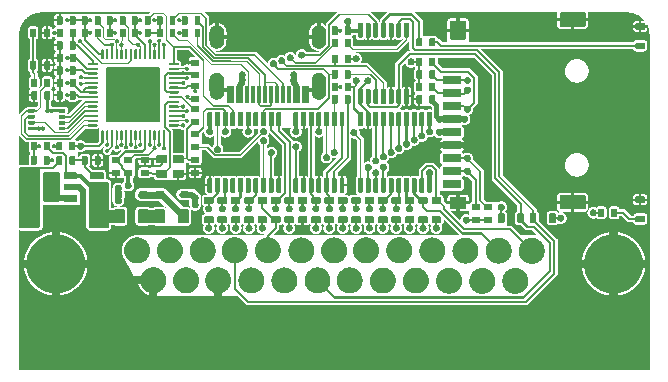
<source format=gtl>
%FSLAX46Y46*%
%MOMM*%
%LPD*%
G01*
%ADD10C,0.050000*%
D10*
%LPC*%
%LPC*%
G36*
X0055533382Y0034328643D02*
G01*
X0055594776Y0034327086D01*
X0055655821Y0034323990D01*
X0055716462Y0034319373D01*
X0055776679Y0034313255D01*
X0055836452Y0034305654D01*
X0055895763Y0034296588D01*
X0055954592Y0034286077D01*
X0056012921Y0034274139D01*
X0056070729Y0034260793D01*
X0056127999Y0034246058D01*
X0056184710Y0034229951D01*
X0056240844Y0034212493D01*
X0056296382Y0034193702D01*
X0056351304Y0034173596D01*
X0056405592Y0034152195D01*
X0056459227Y0034129516D01*
X0056512189Y0034105580D01*
X0056564461Y0034080403D01*
X0056616021Y0034054007D01*
X0056666853Y0034026408D01*
X0056716936Y0033997626D01*
X0056766253Y0033967679D01*
X0056814783Y0033936587D01*
X0056862508Y0033904368D01*
X0056909409Y0033871040D01*
X0056955468Y0033836622D01*
X0057000665Y0033801134D01*
X0057044981Y0033764593D01*
X0057088398Y0033727019D01*
X0057130896Y0033688429D01*
X0057172458Y0033648844D01*
X0057213063Y0033608280D01*
X0057252692Y0033566758D01*
X0057291328Y0033524296D01*
X0057328951Y0033480911D01*
X0057365542Y0033436624D01*
X0057401082Y0033391453D01*
X0057435553Y0033345416D01*
X0057468935Y0033298531D01*
X0057501209Y0033250819D01*
X0057532357Y0033202297D01*
X0057562359Y0033152983D01*
X0057591197Y0033102898D01*
X0057618851Y0033052059D01*
X0057645303Y0033000485D01*
X0057670533Y0032948195D01*
X0057694523Y0032895207D01*
X0057717254Y0032841541D01*
X0057738706Y0032787214D01*
X0057758861Y0032732247D01*
X0057777700Y0032676657D01*
X0057795203Y0032620463D01*
X0057811351Y0032563685D01*
X0057826127Y0032506340D01*
X0057839510Y0032448449D01*
X0057851482Y0032390029D01*
X0057862023Y0032331101D01*
X0057871116Y0032271681D01*
X0057878740Y0032211791D01*
X0057884877Y0032151448D01*
X0057889508Y0032090671D01*
X0057892614Y0032029480D01*
X0057894176Y0031967931D01*
X0057894307Y0031936980D01*
X0057894307Y0003069164D01*
X0057897835Y0003069164D01*
X0057897835Y0003033886D01*
X0030684164Y0003033886D01*
X0030684164Y0003069164D01*
X0057859029Y0003069164D01*
X0057859029Y0031936901D01*
X0057858900Y0031967410D01*
X0057857359Y0032028138D01*
X0057854299Y0032088436D01*
X0057849735Y0032148323D01*
X0057843688Y0032207778D01*
X0057836177Y0032266785D01*
X0057827219Y0032325326D01*
X0057816833Y0032383381D01*
X0057805039Y0032440935D01*
X0057791855Y0032497965D01*
X0057777299Y0032554457D01*
X0057761391Y0032610390D01*
X0057744148Y0032665749D01*
X0057725590Y0032720511D01*
X0057705734Y0032774662D01*
X0057684601Y0032828180D01*
X0057662208Y0032881051D01*
X0057638573Y0032933252D01*
X0057613717Y0032984768D01*
X0057587657Y0033035578D01*
X0057560411Y0033085666D01*
X0057531999Y0033135011D01*
X0057502439Y0033183597D01*
X0057471751Y0033231405D01*
X0057439951Y0033278415D01*
X0057407061Y0033324609D01*
X0057373097Y0033369970D01*
X0057338077Y0033414480D01*
X0057302023Y0033458117D01*
X0057264952Y0033500865D01*
X0057226882Y0033542705D01*
X0057187833Y0033583619D01*
X0057147822Y0033623589D01*
X0057106870Y0033662595D01*
X0057064995Y0033700618D01*
X0057022214Y0033737642D01*
X0056978547Y0033773648D01*
X0056934013Y0033808615D01*
X0056888631Y0033842528D01*
X0056842419Y0033875365D01*
X0056795395Y0033907112D01*
X0056747579Y0033937746D01*
X0056698990Y0033967251D01*
X0056649646Y0033995608D01*
X0056599564Y0034022800D01*
X0056548766Y0034048806D01*
X0056497269Y0034073609D01*
X0056445090Y0034097192D01*
X0056392252Y0034119533D01*
X0056338770Y0034140617D01*
X0056284663Y0034160424D01*
X0056229949Y0034178937D01*
X0056174652Y0034196135D01*
X0056118783Y0034212002D01*
X0056062364Y0034226519D01*
X0056005415Y0034239666D01*
X0055947951Y0034251427D01*
X0055889995Y0034261782D01*
X0055831560Y0034270714D01*
X0055772671Y0034278203D01*
X0055713339Y0034284231D01*
X0055653589Y0034288780D01*
X0055593435Y0034291831D01*
X0055532862Y0034293367D01*
X0055502435Y0034293496D01*
X0030684164Y0034293496D01*
X0030684164Y0034328774D01*
X0055502513Y0034328774D01*
G37*
G36*
X0030684164Y0034293496D02*
G01*
X0005866730Y0034293496D01*
X0005836222Y0034293367D01*
X0005775493Y0034291826D01*
X0005715196Y0034288765D01*
X0005655309Y0034284202D01*
X0005595853Y0034278155D01*
X0005536847Y0034270643D01*
X0005478306Y0034261685D01*
X0005420251Y0034251300D01*
X0005362697Y0034239505D01*
X0005305667Y0034226321D01*
X0005249174Y0034211765D01*
X0005193242Y0034195857D01*
X0005137882Y0034178614D01*
X0005083121Y0034160056D01*
X0005028969Y0034140201D01*
X0004975451Y0034119067D01*
X0004922581Y0034096674D01*
X0004870379Y0034073040D01*
X0004818864Y0034048183D01*
X0004768053Y0034022123D01*
X0004717966Y0033994877D01*
X0004668620Y0033966466D01*
X0004620034Y0033936906D01*
X0004572227Y0033906217D01*
X0004525216Y0033874418D01*
X0004479022Y0033841527D01*
X0004433661Y0033807563D01*
X0004389152Y0033772544D01*
X0004345514Y0033736490D01*
X0004302767Y0033699419D01*
X0004260926Y0033661349D01*
X0004220012Y0033622299D01*
X0004180042Y0033582289D01*
X0004141037Y0033541336D01*
X0004103013Y0033499461D01*
X0004065989Y0033456680D01*
X0004029984Y0033413013D01*
X0003995016Y0033368480D01*
X0003961104Y0033323097D01*
X0003928266Y0033276886D01*
X0003896520Y0033229861D01*
X0003865885Y0033182045D01*
X0003836380Y0033133457D01*
X0003808023Y0033084112D01*
X0003780831Y0033034030D01*
X0003754825Y0032983232D01*
X0003730022Y0032931736D01*
X0003706440Y0032879557D01*
X0003684098Y0032826719D01*
X0003663014Y0032773236D01*
X0003643207Y0032719130D01*
X0003624694Y0032664416D01*
X0003607497Y0032609119D01*
X0003591629Y0032553249D01*
X0003577113Y0032496831D01*
X0003563965Y0032439882D01*
X0003552204Y0032382417D01*
X0003541849Y0032324462D01*
X0003532917Y0032266026D01*
X0003525428Y0032207137D01*
X0003519400Y0032147806D01*
X0003514851Y0032088055D01*
X0003511800Y0032027901D01*
X0003510264Y0031967328D01*
X0003510136Y0031936901D01*
X0003510136Y0003069164D01*
X0030684164Y0003069164D01*
X0030684164Y0003033886D01*
X0003474858Y0003033886D01*
X0003474858Y0031936980D01*
X0003474988Y0031967849D01*
X0003476545Y0032029242D01*
X0003479641Y0032090288D01*
X0003484258Y0032150929D01*
X0003490376Y0032211145D01*
X0003497978Y0032270919D01*
X0003507043Y0032330229D01*
X0003517554Y0032389059D01*
X0003529492Y0032447387D01*
X0003542838Y0032505196D01*
X0003557574Y0032562465D01*
X0003573680Y0032619176D01*
X0003591138Y0032675310D01*
X0003609930Y0032730848D01*
X0003630035Y0032785771D01*
X0003651437Y0032840059D01*
X0003674115Y0032893694D01*
X0003698052Y0032946656D01*
X0003723228Y0032998927D01*
X0003749625Y0033050488D01*
X0003777223Y0033101319D01*
X0003806005Y0033151403D01*
X0003835952Y0033200719D01*
X0003867044Y0033249249D01*
X0003899264Y0033296974D01*
X0003932592Y0033343876D01*
X0003967009Y0033389934D01*
X0004002498Y0033435131D01*
X0004039038Y0033479448D01*
X0004076613Y0033522864D01*
X0004115202Y0033565363D01*
X0004154788Y0033606924D01*
X0004195351Y0033647529D01*
X0004236873Y0033687159D01*
X0004279336Y0033725795D01*
X0004322720Y0033763417D01*
X0004367007Y0033800008D01*
X0004412179Y0033835549D01*
X0004458216Y0033870019D01*
X0004505100Y0033903401D01*
X0004552813Y0033935675D01*
X0004601335Y0033966823D01*
X0004650648Y0033996825D01*
X0004700733Y0034025663D01*
X0004751572Y0034053317D01*
X0004803146Y0034079769D01*
X0004855437Y0034105000D01*
X0004908424Y0034128990D01*
X0004962091Y0034151720D01*
X0005016417Y0034173173D01*
X0005071385Y0034193327D01*
X0005126975Y0034212166D01*
X0005183168Y0034229669D01*
X0005239947Y0034245818D01*
X0005297291Y0034260593D01*
X0005355182Y0034273976D01*
X0005413602Y0034285948D01*
X0005472531Y0034296490D01*
X0005531950Y0034305582D01*
X0005591841Y0034313206D01*
X0005652184Y0034319343D01*
X0005712960Y0034323975D01*
X0005774151Y0034327081D01*
X0005835701Y0034328643D01*
X0005866652Y0034328774D01*
X0030684164Y0034328774D01*
G37*
%LPD*%
G36*
X0015885458Y0029153170D02*
G01*
X0015905137Y0029149098D01*
X0015922996Y0029141409D01*
X0015938706Y0029130556D01*
X0015951935Y0029116997D01*
X0015962353Y0029101184D01*
X0015969629Y0029083572D01*
X0015973432Y0029064617D01*
X0015973763Y0029054751D01*
X0015973763Y0024645033D01*
X0015973405Y0024634559D01*
X0015969332Y0024614881D01*
X0015961643Y0024597022D01*
X0015950791Y0024581312D01*
X0015937231Y0024568083D01*
X0015921418Y0024557665D01*
X0015903807Y0024550389D01*
X0015884852Y0024546586D01*
X0015874985Y0024546255D01*
X0011465267Y0024546255D01*
X0011454794Y0024546613D01*
X0011435116Y0024550685D01*
X0011417256Y0024558375D01*
X0011401547Y0024569227D01*
X0011388318Y0024582787D01*
X0011377900Y0024598600D01*
X0011370624Y0024616211D01*
X0011366820Y0024635166D01*
X0011366489Y0024645033D01*
X0011366489Y0029054751D01*
X0011366848Y0029065224D01*
X0011370920Y0029084902D01*
X0011378609Y0029102761D01*
X0011389461Y0029118471D01*
X0011403021Y0029131700D01*
X0011418834Y0029142118D01*
X0011436445Y0029149394D01*
X0011455400Y0029153198D01*
X0011465267Y0029153528D01*
X0015874985Y0029153528D01*
G37*
%LPD*%
G36*
X0033568128Y0020997052D02*
G01*
X0033598369Y0020993980D01*
X0033627649Y0020987989D01*
X0033655818Y0020979227D01*
X0033682724Y0020967847D01*
X0033708217Y0020953998D01*
X0033732146Y0020937832D01*
X0033754361Y0020919499D01*
X0033774710Y0020899150D01*
X0033793043Y0020876936D01*
X0033809209Y0020853007D01*
X0033823057Y0020827514D01*
X0033834438Y0020800608D01*
X0033843199Y0020772439D01*
X0033849191Y0020743159D01*
X0033852262Y0020712917D01*
X0033852524Y0020697453D01*
X0033852262Y0020681988D01*
X0033849191Y0020651747D01*
X0033843199Y0020622467D01*
X0033834438Y0020594298D01*
X0033823057Y0020567392D01*
X0033809209Y0020541899D01*
X0033793043Y0020517970D01*
X0033774710Y0020495756D01*
X0033754361Y0020475407D01*
X0033732146Y0020457074D01*
X0033708217Y0020440907D01*
X0033682724Y0020427059D01*
X0033655818Y0020415678D01*
X0033627649Y0020406917D01*
X0033598369Y0020400925D01*
X0033568128Y0020397854D01*
X0033552663Y0020397592D01*
X0033537199Y0020397854D01*
X0033506957Y0020400925D01*
X0033477677Y0020406917D01*
X0033449508Y0020415678D01*
X0033422602Y0020427059D01*
X0033397109Y0020440907D01*
X0033373180Y0020457074D01*
X0033350966Y0020475407D01*
X0033330617Y0020495756D01*
X0033312284Y0020517970D01*
X0033296118Y0020541899D01*
X0033282269Y0020567392D01*
X0033270889Y0020594298D01*
X0033262127Y0020622467D01*
X0033256136Y0020651747D01*
X0033253065Y0020681988D01*
X0033252802Y0020697453D01*
X0033253065Y0020712917D01*
X0033256136Y0020743159D01*
X0033262127Y0020772439D01*
X0033270889Y0020800608D01*
X0033282269Y0020827514D01*
X0033296118Y0020853007D01*
X0033312284Y0020876936D01*
X0033330617Y0020899150D01*
X0033350966Y0020919499D01*
X0033373180Y0020937832D01*
X0033397109Y0020953998D01*
X0033422602Y0020967847D01*
X0033449508Y0020979227D01*
X0033477677Y0020987989D01*
X0033506957Y0020993980D01*
X0033537199Y0020997052D01*
X0033552663Y0020997314D01*
G37*
%LPD*%
G36*
X0034217238Y0020534913D02*
G01*
X0034247480Y0020531842D01*
X0034276760Y0020525850D01*
X0034304928Y0020517089D01*
X0034331835Y0020505709D01*
X0034357328Y0020491860D01*
X0034381257Y0020475694D01*
X0034403471Y0020457361D01*
X0034423820Y0020437012D01*
X0034442153Y0020414797D01*
X0034458319Y0020390868D01*
X0034472168Y0020365375D01*
X0034483548Y0020338469D01*
X0034492309Y0020310301D01*
X0034498301Y0020281020D01*
X0034501372Y0020250779D01*
X0034501634Y0020235314D01*
X0034501372Y0020219850D01*
X0034498301Y0020189609D01*
X0034492309Y0020160328D01*
X0034483548Y0020132160D01*
X0034472168Y0020105253D01*
X0034458319Y0020079761D01*
X0034442153Y0020055831D01*
X0034423820Y0020033617D01*
X0034403471Y0020013268D01*
X0034381257Y0019994935D01*
X0034357328Y0019978769D01*
X0034331835Y0019964920D01*
X0034304928Y0019953540D01*
X0034276760Y0019944779D01*
X0034247480Y0019938787D01*
X0034217238Y0019935716D01*
X0034201774Y0019935454D01*
X0034186309Y0019935716D01*
X0034156068Y0019938787D01*
X0034126787Y0019944779D01*
X0034098619Y0019953540D01*
X0034071713Y0019964920D01*
X0034046220Y0019978769D01*
X0034022291Y0019994935D01*
X0034000076Y0020013268D01*
X0033979727Y0020033617D01*
X0033961394Y0020055831D01*
X0033945228Y0020079761D01*
X0033931380Y0020105253D01*
X0033919999Y0020132160D01*
X0033911238Y0020160328D01*
X0033905246Y0020189609D01*
X0033902175Y0020219850D01*
X0033901913Y0020235314D01*
X0033902175Y0020250779D01*
X0033905246Y0020281020D01*
X0033911238Y0020310301D01*
X0033919999Y0020338469D01*
X0033931380Y0020365375D01*
X0033945228Y0020390868D01*
X0033961394Y0020414797D01*
X0033979727Y0020437012D01*
X0034000076Y0020457361D01*
X0034022291Y0020475694D01*
X0034046220Y0020491860D01*
X0034071713Y0020505709D01*
X0034098619Y0020517089D01*
X0034126787Y0020525850D01*
X0034156068Y0020531842D01*
X0034186309Y0020534913D01*
X0034201774Y0020535175D01*
G37*
%LPD*%
G36*
X0034866349Y0020997052D02*
G01*
X0034896590Y0020993980D01*
X0034925870Y0020987989D01*
X0034954039Y0020979227D01*
X0034980945Y0020967847D01*
X0035006438Y0020953998D01*
X0035030367Y0020937832D01*
X0035052582Y0020919499D01*
X0035072931Y0020899150D01*
X0035091264Y0020876936D01*
X0035107430Y0020853007D01*
X0035121278Y0020827514D01*
X0035132659Y0020800608D01*
X0035141420Y0020772439D01*
X0035147412Y0020743159D01*
X0035150483Y0020712917D01*
X0035150745Y0020697453D01*
X0035150483Y0020681988D01*
X0035147412Y0020651747D01*
X0035141420Y0020622467D01*
X0035132659Y0020594298D01*
X0035121278Y0020567392D01*
X0035107430Y0020541899D01*
X0035091264Y0020517970D01*
X0035072931Y0020495756D01*
X0035052582Y0020475407D01*
X0035030367Y0020457074D01*
X0035006438Y0020440907D01*
X0034980945Y0020427059D01*
X0034954039Y0020415678D01*
X0034925870Y0020406917D01*
X0034896590Y0020400925D01*
X0034866349Y0020397854D01*
X0034850884Y0020397592D01*
X0034835420Y0020397854D01*
X0034805178Y0020400925D01*
X0034775898Y0020406917D01*
X0034747729Y0020415678D01*
X0034720823Y0020427059D01*
X0034695330Y0020440907D01*
X0034671401Y0020457074D01*
X0034649187Y0020475407D01*
X0034628838Y0020495756D01*
X0034610505Y0020517970D01*
X0034594339Y0020541899D01*
X0034580490Y0020567392D01*
X0034569110Y0020594298D01*
X0034560348Y0020622467D01*
X0034554357Y0020651747D01*
X0034551286Y0020681988D01*
X0034551023Y0020697453D01*
X0034551286Y0020712917D01*
X0034554357Y0020743159D01*
X0034560348Y0020772439D01*
X0034569110Y0020800608D01*
X0034580490Y0020827514D01*
X0034594339Y0020853007D01*
X0034610505Y0020876936D01*
X0034628838Y0020899150D01*
X0034649187Y0020919499D01*
X0034671401Y0020937832D01*
X0034695330Y0020953998D01*
X0034720823Y0020967847D01*
X0034747729Y0020979227D01*
X0034775898Y0020987989D01*
X0034805178Y0020993980D01*
X0034835420Y0020997052D01*
X0034850884Y0020997314D01*
G37*
%LPD*%
G36*
X0038768067Y0020534913D02*
G01*
X0038798309Y0020531842D01*
X0038827589Y0020525850D01*
X0038855758Y0020517089D01*
X0038882664Y0020505709D01*
X0038908157Y0020491860D01*
X0038932086Y0020475694D01*
X0038954300Y0020457361D01*
X0038974649Y0020437012D01*
X0038992982Y0020414797D01*
X0039009148Y0020390868D01*
X0039022997Y0020365375D01*
X0039034377Y0020338469D01*
X0039043139Y0020310301D01*
X0039049130Y0020281020D01*
X0039052201Y0020250779D01*
X0039052464Y0020235314D01*
X0039052201Y0020219850D01*
X0039049130Y0020189609D01*
X0039043139Y0020160328D01*
X0039034377Y0020132160D01*
X0039022997Y0020105253D01*
X0039009148Y0020079761D01*
X0038992982Y0020055831D01*
X0038974649Y0020033617D01*
X0038954300Y0020013268D01*
X0038932086Y0019994935D01*
X0038908157Y0019978769D01*
X0038882664Y0019964920D01*
X0038855758Y0019953540D01*
X0038827589Y0019944779D01*
X0038798309Y0019938787D01*
X0038768067Y0019935716D01*
X0038752603Y0019935454D01*
X0038737138Y0019935716D01*
X0038706897Y0019938787D01*
X0038677617Y0019944779D01*
X0038649448Y0019953540D01*
X0038622542Y0019964920D01*
X0038597049Y0019978769D01*
X0038573120Y0019994935D01*
X0038550905Y0020013268D01*
X0038530556Y0020033617D01*
X0038512223Y0020055831D01*
X0038496057Y0020079761D01*
X0038482209Y0020105253D01*
X0038470828Y0020132160D01*
X0038462067Y0020160328D01*
X0038456075Y0020189609D01*
X0038453004Y0020219850D01*
X0038452742Y0020235314D01*
X0038453004Y0020250779D01*
X0038456075Y0020281020D01*
X0038462067Y0020310301D01*
X0038470828Y0020338469D01*
X0038482209Y0020365375D01*
X0038496057Y0020390868D01*
X0038512223Y0020414797D01*
X0038530556Y0020437012D01*
X0038550905Y0020457361D01*
X0038573120Y0020475694D01*
X0038597049Y0020491860D01*
X0038622542Y0020505709D01*
X0038649448Y0020517089D01*
X0038677617Y0020525850D01*
X0038706897Y0020531842D01*
X0038737138Y0020534913D01*
X0038752603Y0020535175D01*
G37*
%LPD*%
G36*
X0039346622Y0015857084D02*
G01*
X0039376864Y0015854013D01*
X0039406144Y0015848021D01*
X0039434313Y0015839260D01*
X0039461219Y0015827880D01*
X0039486712Y0015814031D01*
X0039510641Y0015797865D01*
X0039532855Y0015779532D01*
X0039553204Y0015759183D01*
X0039571537Y0015736968D01*
X0039587703Y0015713039D01*
X0039601552Y0015687546D01*
X0039612932Y0015660640D01*
X0039621694Y0015632472D01*
X0039627685Y0015603191D01*
X0039630756Y0015572950D01*
X0039631019Y0015557485D01*
X0039630756Y0015542021D01*
X0039627685Y0015511780D01*
X0039621694Y0015482499D01*
X0039612932Y0015454331D01*
X0039601552Y0015427425D01*
X0039587703Y0015401932D01*
X0039571537Y0015378003D01*
X0039553204Y0015355788D01*
X0039532855Y0015335439D01*
X0039510641Y0015317106D01*
X0039486712Y0015300940D01*
X0039461219Y0015287091D01*
X0039434313Y0015275711D01*
X0039406144Y0015266950D01*
X0039376864Y0015260958D01*
X0039346622Y0015257887D01*
X0039331158Y0015257625D01*
X0039315693Y0015257887D01*
X0039285452Y0015260958D01*
X0039256172Y0015266950D01*
X0039228003Y0015275711D01*
X0039201097Y0015287091D01*
X0039175604Y0015300940D01*
X0039151675Y0015317106D01*
X0039129460Y0015335439D01*
X0039109111Y0015355788D01*
X0039090778Y0015378003D01*
X0039074612Y0015401932D01*
X0039060764Y0015427425D01*
X0039049383Y0015454331D01*
X0039040622Y0015482499D01*
X0039034630Y0015511780D01*
X0039031559Y0015542021D01*
X0039031297Y0015557485D01*
X0039031559Y0015572950D01*
X0039034630Y0015603191D01*
X0039040622Y0015632472D01*
X0039049383Y0015660640D01*
X0039060764Y0015687546D01*
X0039074612Y0015713039D01*
X0039090778Y0015736968D01*
X0039109111Y0015759183D01*
X0039129460Y0015779532D01*
X0039151675Y0015797865D01*
X0039175604Y0015814031D01*
X0039201097Y0015827880D01*
X0039228003Y0015839260D01*
X0039256172Y0015848021D01*
X0039285452Y0015854013D01*
X0039315693Y0015857084D01*
X0039331158Y0015857346D01*
G37*
%LPD*%
G36*
X0038217734Y0015857084D02*
G01*
X0038247976Y0015854013D01*
X0038277256Y0015848021D01*
X0038305425Y0015839260D01*
X0038332331Y0015827880D01*
X0038357824Y0015814031D01*
X0038381753Y0015797865D01*
X0038403967Y0015779532D01*
X0038424316Y0015759183D01*
X0038442649Y0015736968D01*
X0038458815Y0015713039D01*
X0038472664Y0015687546D01*
X0038484044Y0015660640D01*
X0038492806Y0015632472D01*
X0038498797Y0015603191D01*
X0038501869Y0015572950D01*
X0038502131Y0015557485D01*
X0038501869Y0015542021D01*
X0038498797Y0015511780D01*
X0038492806Y0015482499D01*
X0038484044Y0015454331D01*
X0038472664Y0015427425D01*
X0038458815Y0015401932D01*
X0038442649Y0015378003D01*
X0038424316Y0015355788D01*
X0038403967Y0015335439D01*
X0038381753Y0015317106D01*
X0038357824Y0015300940D01*
X0038332331Y0015287091D01*
X0038305425Y0015275711D01*
X0038277256Y0015266950D01*
X0038247976Y0015260958D01*
X0038217734Y0015257887D01*
X0038202270Y0015257625D01*
X0038186805Y0015257887D01*
X0038156564Y0015260958D01*
X0038127284Y0015266950D01*
X0038099115Y0015275711D01*
X0038072209Y0015287091D01*
X0038046716Y0015300940D01*
X0038022787Y0015317106D01*
X0038000573Y0015335439D01*
X0037980224Y0015355788D01*
X0037961891Y0015378003D01*
X0037945724Y0015401932D01*
X0037931876Y0015427425D01*
X0037920495Y0015454331D01*
X0037911734Y0015482499D01*
X0037905742Y0015511780D01*
X0037902671Y0015542021D01*
X0037902409Y0015557485D01*
X0037902671Y0015572950D01*
X0037905742Y0015603191D01*
X0037911734Y0015632472D01*
X0037920495Y0015660640D01*
X0037931876Y0015687546D01*
X0037945724Y0015713039D01*
X0037961891Y0015736968D01*
X0037980224Y0015759183D01*
X0038000573Y0015779532D01*
X0038022787Y0015797865D01*
X0038046716Y0015814031D01*
X0038072209Y0015827880D01*
X0038099115Y0015839260D01*
X0038127284Y0015848021D01*
X0038156564Y0015854013D01*
X0038186805Y0015857084D01*
X0038202270Y0015857346D01*
G37*
%LPD*%
G36*
X0037081791Y0015857084D02*
G01*
X0037112032Y0015854013D01*
X0037141313Y0015848021D01*
X0037169481Y0015839260D01*
X0037196388Y0015827880D01*
X0037221880Y0015814031D01*
X0037245810Y0015797865D01*
X0037268024Y0015779532D01*
X0037288373Y0015759183D01*
X0037306706Y0015736968D01*
X0037322872Y0015713039D01*
X0037336721Y0015687546D01*
X0037348101Y0015660640D01*
X0037356862Y0015632472D01*
X0037362854Y0015603191D01*
X0037365925Y0015572950D01*
X0037366187Y0015557485D01*
X0037365925Y0015542021D01*
X0037362854Y0015511780D01*
X0037356862Y0015482499D01*
X0037348101Y0015454331D01*
X0037336721Y0015427425D01*
X0037322872Y0015401932D01*
X0037306706Y0015378003D01*
X0037288373Y0015355788D01*
X0037268024Y0015335439D01*
X0037245810Y0015317106D01*
X0037221880Y0015300940D01*
X0037196388Y0015287091D01*
X0037169481Y0015275711D01*
X0037141313Y0015266950D01*
X0037112032Y0015260958D01*
X0037081791Y0015257887D01*
X0037066327Y0015257625D01*
X0037050862Y0015257887D01*
X0037020621Y0015260958D01*
X0036991340Y0015266950D01*
X0036963172Y0015275711D01*
X0036936266Y0015287091D01*
X0036910773Y0015300940D01*
X0036886844Y0015317106D01*
X0036864629Y0015335439D01*
X0036844280Y0015355788D01*
X0036825947Y0015378003D01*
X0036809781Y0015401932D01*
X0036795932Y0015427425D01*
X0036784552Y0015454331D01*
X0036775791Y0015482499D01*
X0036769799Y0015511780D01*
X0036766728Y0015542021D01*
X0036766466Y0015557485D01*
X0036766728Y0015572950D01*
X0036769799Y0015603191D01*
X0036775791Y0015632472D01*
X0036784552Y0015660640D01*
X0036795932Y0015687546D01*
X0036809781Y0015713039D01*
X0036825947Y0015736968D01*
X0036844280Y0015759183D01*
X0036864629Y0015779532D01*
X0036886844Y0015797865D01*
X0036910773Y0015814031D01*
X0036936266Y0015827880D01*
X0036963172Y0015839260D01*
X0036991340Y0015848021D01*
X0037020621Y0015854013D01*
X0037050862Y0015857084D01*
X0037066327Y0015857346D01*
G37*
%LPD*%
G36*
X0035949375Y0017493971D02*
G01*
X0035979617Y0017490900D01*
X0036008897Y0017484909D01*
X0036037066Y0017476147D01*
X0036063972Y0017464767D01*
X0036089465Y0017450918D01*
X0036113394Y0017434752D01*
X0036135608Y0017416419D01*
X0036155957Y0017396070D01*
X0036174290Y0017373856D01*
X0036190456Y0017349927D01*
X0036204305Y0017324434D01*
X0036215685Y0017297528D01*
X0036224447Y0017269359D01*
X0036230438Y0017240079D01*
X0036233510Y0017209837D01*
X0036233772Y0017194373D01*
X0036233510Y0017178908D01*
X0036230438Y0017148667D01*
X0036224447Y0017119387D01*
X0036215685Y0017091218D01*
X0036204305Y0017064312D01*
X0036190456Y0017038819D01*
X0036174290Y0017014890D01*
X0036155957Y0016992675D01*
X0036135608Y0016972326D01*
X0036113394Y0016953993D01*
X0036089465Y0016937827D01*
X0036063972Y0016923979D01*
X0036037066Y0016912598D01*
X0036008897Y0016903837D01*
X0035979617Y0016897845D01*
X0035949375Y0016894774D01*
X0035933911Y0016894512D01*
X0035918446Y0016894774D01*
X0035888205Y0016897845D01*
X0035858925Y0016903837D01*
X0035830756Y0016912598D01*
X0035803850Y0016923979D01*
X0035778357Y0016937827D01*
X0035754428Y0016953993D01*
X0035732214Y0016972326D01*
X0035711865Y0016992675D01*
X0035693532Y0017014890D01*
X0035677365Y0017038819D01*
X0035663517Y0017064312D01*
X0035652136Y0017091218D01*
X0035643375Y0017119387D01*
X0035637383Y0017148667D01*
X0035634312Y0017178908D01*
X0035634050Y0017194373D01*
X0035634312Y0017209837D01*
X0035637383Y0017240079D01*
X0035643375Y0017269359D01*
X0035652136Y0017297528D01*
X0035663517Y0017324434D01*
X0035677365Y0017349927D01*
X0035693532Y0017373856D01*
X0035711865Y0017396070D01*
X0035732214Y0017416419D01*
X0035754428Y0017434752D01*
X0035778357Y0017450918D01*
X0035803850Y0017464767D01*
X0035830756Y0017476147D01*
X0035858925Y0017484909D01*
X0035888205Y0017490900D01*
X0035918446Y0017493971D01*
X0035933911Y0017494234D01*
G37*
%LPD*%
G36*
X0035949375Y0015857084D02*
G01*
X0035979617Y0015854013D01*
X0036008897Y0015848021D01*
X0036037066Y0015839260D01*
X0036063972Y0015827880D01*
X0036089465Y0015814031D01*
X0036113394Y0015797865D01*
X0036135608Y0015779532D01*
X0036155957Y0015759183D01*
X0036174290Y0015736968D01*
X0036190456Y0015713039D01*
X0036204305Y0015687546D01*
X0036215685Y0015660640D01*
X0036224447Y0015632472D01*
X0036230438Y0015603191D01*
X0036233510Y0015572950D01*
X0036233772Y0015557485D01*
X0036233510Y0015542021D01*
X0036230438Y0015511780D01*
X0036224447Y0015482499D01*
X0036215685Y0015454331D01*
X0036204305Y0015427425D01*
X0036190456Y0015401932D01*
X0036174290Y0015378003D01*
X0036155957Y0015355788D01*
X0036135608Y0015335439D01*
X0036113394Y0015317106D01*
X0036089465Y0015300940D01*
X0036063972Y0015287091D01*
X0036037066Y0015275711D01*
X0036008897Y0015266950D01*
X0035979617Y0015260958D01*
X0035949375Y0015257887D01*
X0035933911Y0015257625D01*
X0035918446Y0015257887D01*
X0035888205Y0015260958D01*
X0035858925Y0015266950D01*
X0035830756Y0015275711D01*
X0035803850Y0015287091D01*
X0035778357Y0015300940D01*
X0035754428Y0015317106D01*
X0035732214Y0015335439D01*
X0035711865Y0015355788D01*
X0035693532Y0015378003D01*
X0035677365Y0015401932D01*
X0035663517Y0015427425D01*
X0035652136Y0015454331D01*
X0035643375Y0015482499D01*
X0035637383Y0015511780D01*
X0035634312Y0015542021D01*
X0035634050Y0015557485D01*
X0035634312Y0015572950D01*
X0035637383Y0015603191D01*
X0035643375Y0015632472D01*
X0035652136Y0015660640D01*
X0035663517Y0015687546D01*
X0035677365Y0015713039D01*
X0035693532Y0015736968D01*
X0035711865Y0015759183D01*
X0035732214Y0015779532D01*
X0035754428Y0015797865D01*
X0035778357Y0015814031D01*
X0035803850Y0015827880D01*
X0035830756Y0015839260D01*
X0035858925Y0015848021D01*
X0035888205Y0015854013D01*
X0035918446Y0015857084D01*
X0035933911Y0015857346D01*
G37*
%LPD*%
G36*
X0034816960Y0017493971D02*
G01*
X0034847201Y0017490900D01*
X0034876482Y0017484909D01*
X0034904650Y0017476147D01*
X0034931556Y0017464767D01*
X0034957049Y0017450918D01*
X0034980978Y0017434752D01*
X0035003193Y0017416419D01*
X0035023542Y0017396070D01*
X0035041875Y0017373856D01*
X0035058041Y0017349927D01*
X0035071889Y0017324434D01*
X0035083270Y0017297528D01*
X0035092031Y0017269359D01*
X0035098023Y0017240079D01*
X0035101094Y0017209837D01*
X0035101356Y0017194373D01*
X0035101094Y0017178908D01*
X0035098023Y0017148667D01*
X0035092031Y0017119387D01*
X0035083270Y0017091218D01*
X0035071889Y0017064312D01*
X0035058041Y0017038819D01*
X0035041875Y0017014890D01*
X0035023542Y0016992675D01*
X0035003193Y0016972326D01*
X0034980978Y0016953993D01*
X0034957049Y0016937827D01*
X0034931556Y0016923979D01*
X0034904650Y0016912598D01*
X0034876482Y0016903837D01*
X0034847201Y0016897845D01*
X0034816960Y0016894774D01*
X0034801495Y0016894512D01*
X0034786031Y0016894774D01*
X0034755789Y0016897845D01*
X0034726509Y0016903837D01*
X0034698341Y0016912598D01*
X0034671434Y0016923979D01*
X0034645941Y0016937827D01*
X0034622012Y0016953993D01*
X0034599798Y0016972326D01*
X0034579449Y0016992675D01*
X0034561116Y0017014890D01*
X0034544950Y0017038819D01*
X0034531101Y0017064312D01*
X0034519721Y0017091218D01*
X0034510959Y0017119387D01*
X0034504968Y0017148667D01*
X0034501897Y0017178908D01*
X0034501634Y0017194373D01*
X0034501897Y0017209837D01*
X0034504968Y0017240079D01*
X0034510959Y0017269359D01*
X0034519721Y0017297528D01*
X0034531101Y0017324434D01*
X0034544950Y0017349927D01*
X0034561116Y0017373856D01*
X0034579449Y0017396070D01*
X0034599798Y0017416419D01*
X0034622012Y0017434752D01*
X0034645941Y0017450918D01*
X0034671434Y0017464767D01*
X0034698341Y0017476147D01*
X0034726509Y0017484909D01*
X0034755789Y0017490900D01*
X0034786031Y0017493971D01*
X0034801495Y0017494234D01*
G37*
%LPD*%
G36*
X0034816960Y0015857084D02*
G01*
X0034847201Y0015854013D01*
X0034876482Y0015848021D01*
X0034904650Y0015839260D01*
X0034931556Y0015827880D01*
X0034957049Y0015814031D01*
X0034980978Y0015797865D01*
X0035003193Y0015779532D01*
X0035023542Y0015759183D01*
X0035041875Y0015736968D01*
X0035058041Y0015713039D01*
X0035071889Y0015687546D01*
X0035083270Y0015660640D01*
X0035092031Y0015632472D01*
X0035098023Y0015603191D01*
X0035101094Y0015572950D01*
X0035101356Y0015557485D01*
X0035101094Y0015542021D01*
X0035098023Y0015511780D01*
X0035092031Y0015482499D01*
X0035083270Y0015454331D01*
X0035071889Y0015427425D01*
X0035058041Y0015401932D01*
X0035041875Y0015378003D01*
X0035023542Y0015355788D01*
X0035003193Y0015335439D01*
X0034980978Y0015317106D01*
X0034957049Y0015300940D01*
X0034931556Y0015287091D01*
X0034904650Y0015275711D01*
X0034876482Y0015266950D01*
X0034847201Y0015260958D01*
X0034816960Y0015257887D01*
X0034801495Y0015257625D01*
X0034786031Y0015257887D01*
X0034755789Y0015260958D01*
X0034726509Y0015266950D01*
X0034698341Y0015275711D01*
X0034671434Y0015287091D01*
X0034645941Y0015300940D01*
X0034622012Y0015317106D01*
X0034599798Y0015335439D01*
X0034579449Y0015355788D01*
X0034561116Y0015378003D01*
X0034544950Y0015401932D01*
X0034531101Y0015427425D01*
X0034519721Y0015454331D01*
X0034510959Y0015482499D01*
X0034504968Y0015511780D01*
X0034501897Y0015542021D01*
X0034501634Y0015557485D01*
X0034501897Y0015572950D01*
X0034504968Y0015603191D01*
X0034510959Y0015632472D01*
X0034519721Y0015660640D01*
X0034531101Y0015687546D01*
X0034544950Y0015713039D01*
X0034561116Y0015736968D01*
X0034579449Y0015759183D01*
X0034599798Y0015779532D01*
X0034622012Y0015797865D01*
X0034645941Y0015814031D01*
X0034671434Y0015827880D01*
X0034698341Y0015839260D01*
X0034726509Y0015848021D01*
X0034755789Y0015854013D01*
X0034786031Y0015857084D01*
X0034801495Y0015857346D01*
G37*
%LPD*%
G36*
X0033681017Y0017493971D02*
G01*
X0033711258Y0017490900D01*
X0033740538Y0017484909D01*
X0033768707Y0017476147D01*
X0033795613Y0017464767D01*
X0033821106Y0017450918D01*
X0033845035Y0017434752D01*
X0033867249Y0017416419D01*
X0033887598Y0017396070D01*
X0033905931Y0017373856D01*
X0033922097Y0017349927D01*
X0033935946Y0017324434D01*
X0033947326Y0017297528D01*
X0033956088Y0017269359D01*
X0033962079Y0017240079D01*
X0033965151Y0017209837D01*
X0033965413Y0017194373D01*
X0033965151Y0017178908D01*
X0033962079Y0017148667D01*
X0033956088Y0017119387D01*
X0033947326Y0017091218D01*
X0033935946Y0017064312D01*
X0033922097Y0017038819D01*
X0033905931Y0017014890D01*
X0033887598Y0016992675D01*
X0033867249Y0016972326D01*
X0033845035Y0016953993D01*
X0033821106Y0016937827D01*
X0033795613Y0016923979D01*
X0033768707Y0016912598D01*
X0033740538Y0016903837D01*
X0033711258Y0016897845D01*
X0033681017Y0016894774D01*
X0033665552Y0016894512D01*
X0033650087Y0016894774D01*
X0033619846Y0016897845D01*
X0033590566Y0016903837D01*
X0033562397Y0016912598D01*
X0033535491Y0016923979D01*
X0033509998Y0016937827D01*
X0033486069Y0016953993D01*
X0033463855Y0016972326D01*
X0033443506Y0016992675D01*
X0033425173Y0017014890D01*
X0033409006Y0017038819D01*
X0033395158Y0017064312D01*
X0033383777Y0017091218D01*
X0033375016Y0017119387D01*
X0033369025Y0017148667D01*
X0033365953Y0017178908D01*
X0033365691Y0017194373D01*
X0033365953Y0017209837D01*
X0033369025Y0017240079D01*
X0033375016Y0017269359D01*
X0033383777Y0017297528D01*
X0033395158Y0017324434D01*
X0033409006Y0017349927D01*
X0033425173Y0017373856D01*
X0033443506Y0017396070D01*
X0033463855Y0017416419D01*
X0033486069Y0017434752D01*
X0033509998Y0017450918D01*
X0033535491Y0017464767D01*
X0033562397Y0017476147D01*
X0033590566Y0017484909D01*
X0033619846Y0017490900D01*
X0033650087Y0017493971D01*
X0033665552Y0017494234D01*
G37*
%LPD*%
G36*
X0033681017Y0015857084D02*
G01*
X0033711258Y0015854013D01*
X0033740538Y0015848021D01*
X0033768707Y0015839260D01*
X0033795613Y0015827880D01*
X0033821106Y0015814031D01*
X0033845035Y0015797865D01*
X0033867249Y0015779532D01*
X0033887598Y0015759183D01*
X0033905931Y0015736968D01*
X0033922097Y0015713039D01*
X0033935946Y0015687546D01*
X0033947326Y0015660640D01*
X0033956088Y0015632472D01*
X0033962079Y0015603191D01*
X0033965151Y0015572950D01*
X0033965413Y0015557485D01*
X0033965151Y0015542021D01*
X0033962079Y0015511780D01*
X0033956088Y0015482499D01*
X0033947326Y0015454331D01*
X0033935946Y0015427425D01*
X0033922097Y0015401932D01*
X0033905931Y0015378003D01*
X0033887598Y0015355788D01*
X0033867249Y0015335439D01*
X0033845035Y0015317106D01*
X0033821106Y0015300940D01*
X0033795613Y0015287091D01*
X0033768707Y0015275711D01*
X0033740538Y0015266950D01*
X0033711258Y0015260958D01*
X0033681017Y0015257887D01*
X0033665552Y0015257625D01*
X0033650087Y0015257887D01*
X0033619846Y0015260958D01*
X0033590566Y0015266950D01*
X0033562397Y0015275711D01*
X0033535491Y0015287091D01*
X0033509998Y0015300940D01*
X0033486069Y0015317106D01*
X0033463855Y0015335439D01*
X0033443506Y0015355788D01*
X0033425173Y0015378003D01*
X0033409006Y0015401932D01*
X0033395158Y0015427425D01*
X0033383777Y0015454331D01*
X0033375016Y0015482499D01*
X0033369025Y0015511780D01*
X0033365953Y0015542021D01*
X0033365691Y0015557485D01*
X0033365953Y0015572950D01*
X0033369025Y0015603191D01*
X0033375016Y0015632472D01*
X0033383777Y0015660640D01*
X0033395158Y0015687546D01*
X0033409006Y0015713039D01*
X0033425173Y0015736968D01*
X0033443506Y0015759183D01*
X0033463855Y0015779532D01*
X0033486069Y0015797865D01*
X0033509998Y0015814031D01*
X0033535491Y0015827880D01*
X0033562397Y0015839260D01*
X0033590566Y0015848021D01*
X0033619846Y0015854013D01*
X0033650087Y0015857084D01*
X0033665552Y0015857346D01*
G37*
%LPD*%
G36*
X0032548601Y0017493971D02*
G01*
X0032578842Y0017490900D01*
X0032608123Y0017484909D01*
X0032636291Y0017476147D01*
X0032663197Y0017464767D01*
X0032688690Y0017450918D01*
X0032712619Y0017434752D01*
X0032734834Y0017416419D01*
X0032755183Y0017396070D01*
X0032773516Y0017373856D01*
X0032789682Y0017349927D01*
X0032803530Y0017324434D01*
X0032814911Y0017297528D01*
X0032823672Y0017269359D01*
X0032829664Y0017240079D01*
X0032832735Y0017209837D01*
X0032832997Y0017194373D01*
X0032832735Y0017178908D01*
X0032829664Y0017148667D01*
X0032823672Y0017119387D01*
X0032814911Y0017091218D01*
X0032803530Y0017064312D01*
X0032789682Y0017038819D01*
X0032773516Y0017014890D01*
X0032755183Y0016992675D01*
X0032734834Y0016972326D01*
X0032712619Y0016953993D01*
X0032688690Y0016937827D01*
X0032663197Y0016923979D01*
X0032636291Y0016912598D01*
X0032608123Y0016903837D01*
X0032578842Y0016897845D01*
X0032548601Y0016894774D01*
X0032533136Y0016894512D01*
X0032517672Y0016894774D01*
X0032487430Y0016897845D01*
X0032458150Y0016903837D01*
X0032429982Y0016912598D01*
X0032403075Y0016923979D01*
X0032377582Y0016937827D01*
X0032353653Y0016953993D01*
X0032331439Y0016972326D01*
X0032311090Y0016992675D01*
X0032292757Y0017014890D01*
X0032276591Y0017038819D01*
X0032262742Y0017064312D01*
X0032251362Y0017091218D01*
X0032242600Y0017119387D01*
X0032236609Y0017148667D01*
X0032233538Y0017178908D01*
X0032233275Y0017194373D01*
X0032233538Y0017209837D01*
X0032236609Y0017240079D01*
X0032242600Y0017269359D01*
X0032251362Y0017297528D01*
X0032262742Y0017324434D01*
X0032276591Y0017349927D01*
X0032292757Y0017373856D01*
X0032311090Y0017396070D01*
X0032331439Y0017416419D01*
X0032353653Y0017434752D01*
X0032377582Y0017450918D01*
X0032403075Y0017464767D01*
X0032429982Y0017476147D01*
X0032458150Y0017484909D01*
X0032487430Y0017490900D01*
X0032517672Y0017493971D01*
X0032533136Y0017494234D01*
G37*
%LPD*%
G36*
X0032548601Y0015857084D02*
G01*
X0032578842Y0015854013D01*
X0032608123Y0015848021D01*
X0032636291Y0015839260D01*
X0032663197Y0015827880D01*
X0032688690Y0015814031D01*
X0032712619Y0015797865D01*
X0032734834Y0015779532D01*
X0032755183Y0015759183D01*
X0032773516Y0015736968D01*
X0032789682Y0015713039D01*
X0032803530Y0015687546D01*
X0032814911Y0015660640D01*
X0032823672Y0015632472D01*
X0032829664Y0015603191D01*
X0032832735Y0015572950D01*
X0032832997Y0015557485D01*
X0032832735Y0015542021D01*
X0032829664Y0015511780D01*
X0032823672Y0015482499D01*
X0032814911Y0015454331D01*
X0032803530Y0015427425D01*
X0032789682Y0015401932D01*
X0032773516Y0015378003D01*
X0032755183Y0015355788D01*
X0032734834Y0015335439D01*
X0032712619Y0015317106D01*
X0032688690Y0015300940D01*
X0032663197Y0015287091D01*
X0032636291Y0015275711D01*
X0032608123Y0015266950D01*
X0032578842Y0015260958D01*
X0032548601Y0015257887D01*
X0032533136Y0015257625D01*
X0032517672Y0015257887D01*
X0032487430Y0015260958D01*
X0032458150Y0015266950D01*
X0032429982Y0015275711D01*
X0032403075Y0015287091D01*
X0032377582Y0015300940D01*
X0032353653Y0015317106D01*
X0032331439Y0015335439D01*
X0032311090Y0015355788D01*
X0032292757Y0015378003D01*
X0032276591Y0015401932D01*
X0032262742Y0015427425D01*
X0032251362Y0015454331D01*
X0032242600Y0015482499D01*
X0032236609Y0015511780D01*
X0032233538Y0015542021D01*
X0032233275Y0015557485D01*
X0032233538Y0015572950D01*
X0032236609Y0015603191D01*
X0032242600Y0015632472D01*
X0032251362Y0015660640D01*
X0032262742Y0015687546D01*
X0032276591Y0015713039D01*
X0032292757Y0015736968D01*
X0032311090Y0015759183D01*
X0032331439Y0015779532D01*
X0032353653Y0015797865D01*
X0032377582Y0015814031D01*
X0032403075Y0015827880D01*
X0032429982Y0015839260D01*
X0032458150Y0015848021D01*
X0032487430Y0015854013D01*
X0032517672Y0015857084D01*
X0032533136Y0015857346D01*
G37*
%LPD*%
G36*
X0031416185Y0017493971D02*
G01*
X0031446427Y0017490900D01*
X0031475707Y0017484909D01*
X0031503876Y0017476147D01*
X0031530782Y0017464767D01*
X0031556275Y0017450918D01*
X0031580204Y0017434752D01*
X0031602418Y0017416419D01*
X0031622767Y0017396070D01*
X0031641100Y0017373856D01*
X0031657266Y0017349927D01*
X0031671115Y0017324434D01*
X0031682495Y0017297528D01*
X0031691257Y0017269359D01*
X0031697248Y0017240079D01*
X0031700319Y0017209837D01*
X0031700582Y0017194373D01*
X0031700319Y0017178908D01*
X0031697248Y0017148667D01*
X0031691257Y0017119387D01*
X0031682495Y0017091218D01*
X0031671115Y0017064312D01*
X0031657266Y0017038819D01*
X0031641100Y0017014890D01*
X0031622767Y0016992675D01*
X0031602418Y0016972326D01*
X0031580204Y0016953993D01*
X0031556275Y0016937827D01*
X0031530782Y0016923979D01*
X0031503876Y0016912598D01*
X0031475707Y0016903837D01*
X0031446427Y0016897845D01*
X0031416185Y0016894774D01*
X0031400721Y0016894512D01*
X0031385256Y0016894774D01*
X0031355015Y0016897845D01*
X0031325734Y0016903837D01*
X0031297566Y0016912598D01*
X0031270660Y0016923979D01*
X0031245167Y0016937827D01*
X0031221238Y0016953993D01*
X0031199023Y0016972326D01*
X0031178674Y0016992675D01*
X0031160341Y0017014890D01*
X0031144175Y0017038819D01*
X0031130327Y0017064312D01*
X0031118946Y0017091218D01*
X0031110185Y0017119387D01*
X0031104193Y0017148667D01*
X0031101122Y0017178908D01*
X0031100860Y0017194373D01*
X0031101122Y0017209837D01*
X0031104193Y0017240079D01*
X0031110185Y0017269359D01*
X0031118946Y0017297528D01*
X0031130327Y0017324434D01*
X0031144175Y0017349927D01*
X0031160341Y0017373856D01*
X0031178674Y0017396070D01*
X0031199023Y0017416419D01*
X0031221238Y0017434752D01*
X0031245167Y0017450918D01*
X0031270660Y0017464767D01*
X0031297566Y0017476147D01*
X0031325734Y0017484909D01*
X0031355015Y0017490900D01*
X0031385256Y0017493971D01*
X0031400721Y0017494234D01*
G37*
%LPD*%
G36*
X0031416185Y0015857084D02*
G01*
X0031446427Y0015854013D01*
X0031475707Y0015848021D01*
X0031503876Y0015839260D01*
X0031530782Y0015827880D01*
X0031556275Y0015814031D01*
X0031580204Y0015797865D01*
X0031602418Y0015779532D01*
X0031622767Y0015759183D01*
X0031641100Y0015736968D01*
X0031657266Y0015713039D01*
X0031671115Y0015687546D01*
X0031682495Y0015660640D01*
X0031691257Y0015632472D01*
X0031697248Y0015603191D01*
X0031700319Y0015572950D01*
X0031700582Y0015557485D01*
X0031700319Y0015542021D01*
X0031697248Y0015511780D01*
X0031691257Y0015482499D01*
X0031682495Y0015454331D01*
X0031671115Y0015427425D01*
X0031657266Y0015401932D01*
X0031641100Y0015378003D01*
X0031622767Y0015355788D01*
X0031602418Y0015335439D01*
X0031580204Y0015317106D01*
X0031556275Y0015300940D01*
X0031530782Y0015287091D01*
X0031503876Y0015275711D01*
X0031475707Y0015266950D01*
X0031446427Y0015260958D01*
X0031416185Y0015257887D01*
X0031400721Y0015257625D01*
X0031385256Y0015257887D01*
X0031355015Y0015260958D01*
X0031325734Y0015266950D01*
X0031297566Y0015275711D01*
X0031270660Y0015287091D01*
X0031245167Y0015300940D01*
X0031221238Y0015317106D01*
X0031199023Y0015335439D01*
X0031178674Y0015355788D01*
X0031160341Y0015378003D01*
X0031144175Y0015401932D01*
X0031130327Y0015427425D01*
X0031118946Y0015454331D01*
X0031110185Y0015482499D01*
X0031104193Y0015511780D01*
X0031101122Y0015542021D01*
X0031100860Y0015557485D01*
X0031101122Y0015572950D01*
X0031104193Y0015603191D01*
X0031110185Y0015632472D01*
X0031118946Y0015660640D01*
X0031130327Y0015687546D01*
X0031144175Y0015713039D01*
X0031160341Y0015736968D01*
X0031178674Y0015759183D01*
X0031199023Y0015779532D01*
X0031221238Y0015797865D01*
X0031245167Y0015814031D01*
X0031270660Y0015827880D01*
X0031297566Y0015839260D01*
X0031325734Y0015848021D01*
X0031355015Y0015854013D01*
X0031385256Y0015857084D01*
X0031400721Y0015857346D01*
G37*
%LPD*%
G36*
X0030283770Y0017493971D02*
G01*
X0030314011Y0017490900D01*
X0030343291Y0017484909D01*
X0030371460Y0017476147D01*
X0030398366Y0017464767D01*
X0030423859Y0017450918D01*
X0030447788Y0017434752D01*
X0030470002Y0017416419D01*
X0030490352Y0017396070D01*
X0030508684Y0017373856D01*
X0030524851Y0017349927D01*
X0030538699Y0017324434D01*
X0030550080Y0017297528D01*
X0030558841Y0017269359D01*
X0030564833Y0017240079D01*
X0030567904Y0017209837D01*
X0030568166Y0017194373D01*
X0030567904Y0017178908D01*
X0030564833Y0017148667D01*
X0030558841Y0017119387D01*
X0030550080Y0017091218D01*
X0030538699Y0017064312D01*
X0030524851Y0017038819D01*
X0030508684Y0017014890D01*
X0030490352Y0016992675D01*
X0030470002Y0016972326D01*
X0030447788Y0016953993D01*
X0030423859Y0016937827D01*
X0030398366Y0016923979D01*
X0030371460Y0016912598D01*
X0030343291Y0016903837D01*
X0030314011Y0016897845D01*
X0030283770Y0016894774D01*
X0030268305Y0016894512D01*
X0030252841Y0016894774D01*
X0030222599Y0016897845D01*
X0030193319Y0016903837D01*
X0030165150Y0016912598D01*
X0030138244Y0016923979D01*
X0030112751Y0016937827D01*
X0030088822Y0016953993D01*
X0030066608Y0016972326D01*
X0030046259Y0016992675D01*
X0030027926Y0017014890D01*
X0030011760Y0017038819D01*
X0029997911Y0017064312D01*
X0029986531Y0017091218D01*
X0029977769Y0017119387D01*
X0029971778Y0017148667D01*
X0029968706Y0017178908D01*
X0029968444Y0017194373D01*
X0029968706Y0017209837D01*
X0029971778Y0017240079D01*
X0029977769Y0017269359D01*
X0029986531Y0017297528D01*
X0029997911Y0017324434D01*
X0030011760Y0017349927D01*
X0030027926Y0017373856D01*
X0030046259Y0017396070D01*
X0030066608Y0017416419D01*
X0030088822Y0017434752D01*
X0030112751Y0017450918D01*
X0030138244Y0017464767D01*
X0030165150Y0017476147D01*
X0030193319Y0017484909D01*
X0030222599Y0017490900D01*
X0030252841Y0017493971D01*
X0030268305Y0017494234D01*
G37*
%LPD*%
G36*
X0030283770Y0015857084D02*
G01*
X0030314011Y0015854013D01*
X0030343291Y0015848021D01*
X0030371460Y0015839260D01*
X0030398366Y0015827880D01*
X0030423859Y0015814031D01*
X0030447788Y0015797865D01*
X0030470002Y0015779532D01*
X0030490352Y0015759183D01*
X0030508684Y0015736968D01*
X0030524851Y0015713039D01*
X0030538699Y0015687546D01*
X0030550080Y0015660640D01*
X0030558841Y0015632472D01*
X0030564833Y0015603191D01*
X0030567904Y0015572950D01*
X0030568166Y0015557485D01*
X0030567904Y0015542021D01*
X0030564833Y0015511780D01*
X0030558841Y0015482499D01*
X0030550080Y0015454331D01*
X0030538699Y0015427425D01*
X0030524851Y0015401932D01*
X0030508684Y0015378003D01*
X0030490352Y0015355788D01*
X0030470002Y0015335439D01*
X0030447788Y0015317106D01*
X0030423859Y0015300940D01*
X0030398366Y0015287091D01*
X0030371460Y0015275711D01*
X0030343291Y0015266950D01*
X0030314011Y0015260958D01*
X0030283770Y0015257887D01*
X0030268305Y0015257625D01*
X0030252841Y0015257887D01*
X0030222599Y0015260958D01*
X0030193319Y0015266950D01*
X0030165150Y0015275711D01*
X0030138244Y0015287091D01*
X0030112751Y0015300940D01*
X0030088822Y0015317106D01*
X0030066608Y0015335439D01*
X0030046259Y0015355788D01*
X0030027926Y0015378003D01*
X0030011760Y0015401932D01*
X0029997911Y0015427425D01*
X0029986531Y0015454331D01*
X0029977769Y0015482499D01*
X0029971778Y0015511780D01*
X0029968706Y0015542021D01*
X0029968444Y0015557485D01*
X0029968706Y0015572950D01*
X0029971778Y0015603191D01*
X0029977769Y0015632472D01*
X0029986531Y0015660640D01*
X0029997911Y0015687546D01*
X0030011760Y0015713039D01*
X0030027926Y0015736968D01*
X0030046259Y0015759183D01*
X0030066608Y0015779532D01*
X0030088822Y0015797865D01*
X0030112751Y0015814031D01*
X0030138244Y0015827880D01*
X0030165150Y0015839260D01*
X0030193319Y0015848021D01*
X0030222599Y0015854013D01*
X0030252841Y0015857084D01*
X0030268305Y0015857346D01*
G37*
%LPD*%
G36*
X0029147826Y0017493971D02*
G01*
X0029178068Y0017490900D01*
X0029207348Y0017484909D01*
X0029235517Y0017476147D01*
X0029262423Y0017464767D01*
X0029287916Y0017450918D01*
X0029311845Y0017434752D01*
X0029334059Y0017416419D01*
X0029354408Y0017396070D01*
X0029372741Y0017373856D01*
X0029388907Y0017349927D01*
X0029402756Y0017324434D01*
X0029414136Y0017297528D01*
X0029422898Y0017269359D01*
X0029428889Y0017240079D01*
X0029431960Y0017209837D01*
X0029432223Y0017194373D01*
X0029431960Y0017178908D01*
X0029428889Y0017148667D01*
X0029422898Y0017119387D01*
X0029414136Y0017091218D01*
X0029402756Y0017064312D01*
X0029388907Y0017038819D01*
X0029372741Y0017014890D01*
X0029354408Y0016992675D01*
X0029334059Y0016972326D01*
X0029311845Y0016953993D01*
X0029287916Y0016937827D01*
X0029262423Y0016923979D01*
X0029235517Y0016912598D01*
X0029207348Y0016903837D01*
X0029178068Y0016897845D01*
X0029147826Y0016894774D01*
X0029132362Y0016894512D01*
X0029116897Y0016894774D01*
X0029086656Y0016897845D01*
X0029057375Y0016903837D01*
X0029029207Y0016912598D01*
X0029002301Y0016923979D01*
X0028976808Y0016937827D01*
X0028952879Y0016953993D01*
X0028930664Y0016972326D01*
X0028910315Y0016992675D01*
X0028891982Y0017014890D01*
X0028875816Y0017038819D01*
X0028861968Y0017064312D01*
X0028850587Y0017091218D01*
X0028841826Y0017119387D01*
X0028835834Y0017148667D01*
X0028832763Y0017178908D01*
X0028832501Y0017194373D01*
X0028832763Y0017209837D01*
X0028835834Y0017240079D01*
X0028841826Y0017269359D01*
X0028850587Y0017297528D01*
X0028861968Y0017324434D01*
X0028875816Y0017349927D01*
X0028891982Y0017373856D01*
X0028910315Y0017396070D01*
X0028930664Y0017416419D01*
X0028952879Y0017434752D01*
X0028976808Y0017450918D01*
X0029002301Y0017464767D01*
X0029029207Y0017476147D01*
X0029057375Y0017484909D01*
X0029086656Y0017490900D01*
X0029116897Y0017493971D01*
X0029132362Y0017494234D01*
G37*
%LPD*%
G36*
X0029147826Y0015857084D02*
G01*
X0029178068Y0015854013D01*
X0029207348Y0015848021D01*
X0029235517Y0015839260D01*
X0029262423Y0015827880D01*
X0029287916Y0015814031D01*
X0029311845Y0015797865D01*
X0029334059Y0015779532D01*
X0029354408Y0015759183D01*
X0029372741Y0015736968D01*
X0029388907Y0015713039D01*
X0029402756Y0015687546D01*
X0029414136Y0015660640D01*
X0029422898Y0015632472D01*
X0029428889Y0015603191D01*
X0029431960Y0015572950D01*
X0029432223Y0015557485D01*
X0029431960Y0015542021D01*
X0029428889Y0015511780D01*
X0029422898Y0015482499D01*
X0029414136Y0015454331D01*
X0029402756Y0015427425D01*
X0029388907Y0015401932D01*
X0029372741Y0015378003D01*
X0029354408Y0015355788D01*
X0029334059Y0015335439D01*
X0029311845Y0015317106D01*
X0029287916Y0015300940D01*
X0029262423Y0015287091D01*
X0029235517Y0015275711D01*
X0029207348Y0015266950D01*
X0029178068Y0015260958D01*
X0029147826Y0015257887D01*
X0029132362Y0015257625D01*
X0029116897Y0015257887D01*
X0029086656Y0015260958D01*
X0029057375Y0015266950D01*
X0029029207Y0015275711D01*
X0029002301Y0015287091D01*
X0028976808Y0015300940D01*
X0028952879Y0015317106D01*
X0028930664Y0015335439D01*
X0028910315Y0015355788D01*
X0028891982Y0015378003D01*
X0028875816Y0015401932D01*
X0028861968Y0015427425D01*
X0028850587Y0015454331D01*
X0028841826Y0015482499D01*
X0028835834Y0015511780D01*
X0028832763Y0015542021D01*
X0028832501Y0015557485D01*
X0028832763Y0015572950D01*
X0028835834Y0015603191D01*
X0028841826Y0015632472D01*
X0028850587Y0015660640D01*
X0028861968Y0015687546D01*
X0028875816Y0015713039D01*
X0028891982Y0015736968D01*
X0028910315Y0015759183D01*
X0028930664Y0015779532D01*
X0028952879Y0015797865D01*
X0028976808Y0015814031D01*
X0029002301Y0015827880D01*
X0029029207Y0015839260D01*
X0029057375Y0015848021D01*
X0029086656Y0015854013D01*
X0029116897Y0015857084D01*
X0029132362Y0015857346D01*
G37*
%LPD*%
G36*
X0028015411Y0017493971D02*
G01*
X0028045652Y0017490900D01*
X0028074932Y0017484909D01*
X0028103101Y0017476147D01*
X0028130007Y0017464767D01*
X0028155500Y0017450918D01*
X0028179429Y0017434752D01*
X0028201643Y0017416419D01*
X0028221993Y0017396070D01*
X0028240325Y0017373856D01*
X0028256492Y0017349927D01*
X0028270340Y0017324434D01*
X0028281721Y0017297528D01*
X0028290482Y0017269359D01*
X0028296474Y0017240079D01*
X0028299545Y0017209837D01*
X0028299807Y0017194373D01*
X0028299545Y0017178908D01*
X0028296474Y0017148667D01*
X0028290482Y0017119387D01*
X0028281721Y0017091218D01*
X0028270340Y0017064312D01*
X0028256492Y0017038819D01*
X0028240325Y0017014890D01*
X0028221993Y0016992675D01*
X0028201643Y0016972326D01*
X0028179429Y0016953993D01*
X0028155500Y0016937827D01*
X0028130007Y0016923979D01*
X0028103101Y0016912598D01*
X0028074932Y0016903837D01*
X0028045652Y0016897845D01*
X0028015411Y0016894774D01*
X0027999946Y0016894512D01*
X0027984482Y0016894774D01*
X0027954240Y0016897845D01*
X0027924960Y0016903837D01*
X0027896791Y0016912598D01*
X0027869885Y0016923979D01*
X0027844392Y0016937827D01*
X0027820463Y0016953993D01*
X0027798249Y0016972326D01*
X0027777900Y0016992675D01*
X0027759567Y0017014890D01*
X0027743401Y0017038819D01*
X0027729552Y0017064312D01*
X0027718172Y0017091218D01*
X0027709410Y0017119387D01*
X0027703419Y0017148667D01*
X0027700348Y0017178908D01*
X0027700085Y0017194373D01*
X0027700348Y0017209837D01*
X0027703419Y0017240079D01*
X0027709410Y0017269359D01*
X0027718172Y0017297528D01*
X0027729552Y0017324434D01*
X0027743401Y0017349927D01*
X0027759567Y0017373856D01*
X0027777900Y0017396070D01*
X0027798249Y0017416419D01*
X0027820463Y0017434752D01*
X0027844392Y0017450918D01*
X0027869885Y0017464767D01*
X0027896791Y0017476147D01*
X0027924960Y0017484909D01*
X0027954240Y0017490900D01*
X0027984482Y0017493971D01*
X0027999946Y0017494234D01*
G37*
%LPD*%
G36*
X0024614636Y0015857084D02*
G01*
X0024644877Y0015854013D01*
X0024674158Y0015848021D01*
X0024702326Y0015839260D01*
X0024729232Y0015827880D01*
X0024754725Y0015814031D01*
X0024778654Y0015797865D01*
X0024800869Y0015779532D01*
X0024821218Y0015759183D01*
X0024839551Y0015736968D01*
X0024855717Y0015713039D01*
X0024869566Y0015687546D01*
X0024880946Y0015660640D01*
X0024889707Y0015632472D01*
X0024895699Y0015603191D01*
X0024898770Y0015572950D01*
X0024899032Y0015557485D01*
X0024898770Y0015542021D01*
X0024895699Y0015511780D01*
X0024889707Y0015482499D01*
X0024880946Y0015454331D01*
X0024869566Y0015427425D01*
X0024855717Y0015401932D01*
X0024839551Y0015378003D01*
X0024821218Y0015355788D01*
X0024800869Y0015335439D01*
X0024778654Y0015317106D01*
X0024754725Y0015300940D01*
X0024729232Y0015287091D01*
X0024702326Y0015275711D01*
X0024674158Y0015266950D01*
X0024644877Y0015260958D01*
X0024614636Y0015257887D01*
X0024599172Y0015257625D01*
X0024583707Y0015257887D01*
X0024553466Y0015260958D01*
X0024524185Y0015266950D01*
X0024496017Y0015275711D01*
X0024469111Y0015287091D01*
X0024443618Y0015300940D01*
X0024419689Y0015317106D01*
X0024397474Y0015335439D01*
X0024377125Y0015355788D01*
X0024358792Y0015378003D01*
X0024342626Y0015401932D01*
X0024328777Y0015427425D01*
X0024317397Y0015454331D01*
X0024308636Y0015482499D01*
X0024302644Y0015511780D01*
X0024299573Y0015542021D01*
X0024299311Y0015557485D01*
X0024299573Y0015572950D01*
X0024302644Y0015603191D01*
X0024308636Y0015632472D01*
X0024317397Y0015660640D01*
X0024328777Y0015687546D01*
X0024342626Y0015713039D01*
X0024358792Y0015736968D01*
X0024377125Y0015759183D01*
X0024397474Y0015779532D01*
X0024419689Y0015797865D01*
X0024443618Y0015814031D01*
X0024469111Y0015827880D01*
X0024496017Y0015839260D01*
X0024524185Y0015848021D01*
X0024553466Y0015854013D01*
X0024583707Y0015857084D01*
X0024599172Y0015857346D01*
G37*
%LPD*%
G36*
X0023482220Y0017493971D02*
G01*
X0023512462Y0017490900D01*
X0023541742Y0017484909D01*
X0023569911Y0017476147D01*
X0023596817Y0017464767D01*
X0023622310Y0017450918D01*
X0023646239Y0017434752D01*
X0023668453Y0017416419D01*
X0023688802Y0017396070D01*
X0023707135Y0017373856D01*
X0023723301Y0017349927D01*
X0023737150Y0017324434D01*
X0023748530Y0017297528D01*
X0023757292Y0017269359D01*
X0023763283Y0017240079D01*
X0023766355Y0017209837D01*
X0023766617Y0017194373D01*
X0023766355Y0017178908D01*
X0023763283Y0017148667D01*
X0023757292Y0017119387D01*
X0023748530Y0017091218D01*
X0023737150Y0017064312D01*
X0023723301Y0017038819D01*
X0023707135Y0017014890D01*
X0023688802Y0016992675D01*
X0023668453Y0016972326D01*
X0023646239Y0016953993D01*
X0023622310Y0016937827D01*
X0023596817Y0016923979D01*
X0023569911Y0016912598D01*
X0023541742Y0016903837D01*
X0023512462Y0016897845D01*
X0023482220Y0016894774D01*
X0023466756Y0016894512D01*
X0023451291Y0016894774D01*
X0023421050Y0016897845D01*
X0023391770Y0016903837D01*
X0023363601Y0016912598D01*
X0023336695Y0016923979D01*
X0023311202Y0016937827D01*
X0023287273Y0016953993D01*
X0023265059Y0016972326D01*
X0023244709Y0016992675D01*
X0023226377Y0017014890D01*
X0023210210Y0017038819D01*
X0023196362Y0017064312D01*
X0023184981Y0017091218D01*
X0023176220Y0017119387D01*
X0023170228Y0017148667D01*
X0023167157Y0017178908D01*
X0023166895Y0017194373D01*
X0023167157Y0017209837D01*
X0023170228Y0017240079D01*
X0023176220Y0017269359D01*
X0023184981Y0017297528D01*
X0023196362Y0017324434D01*
X0023210210Y0017349927D01*
X0023226377Y0017373856D01*
X0023244709Y0017396070D01*
X0023265059Y0017416419D01*
X0023287273Y0017434752D01*
X0023311202Y0017450918D01*
X0023336695Y0017464767D01*
X0023363601Y0017476147D01*
X0023391770Y0017484909D01*
X0023421050Y0017490900D01*
X0023451291Y0017493971D01*
X0023466756Y0017494234D01*
G37*
%LPD*%
G36*
X0023482220Y0015857084D02*
G01*
X0023512462Y0015854013D01*
X0023541742Y0015848021D01*
X0023569911Y0015839260D01*
X0023596817Y0015827880D01*
X0023622310Y0015814031D01*
X0023646239Y0015797865D01*
X0023668453Y0015779532D01*
X0023688802Y0015759183D01*
X0023707135Y0015736968D01*
X0023723301Y0015713039D01*
X0023737150Y0015687546D01*
X0023748530Y0015660640D01*
X0023757292Y0015632472D01*
X0023763283Y0015603191D01*
X0023766355Y0015572950D01*
X0023766617Y0015557485D01*
X0023766355Y0015542021D01*
X0023763283Y0015511780D01*
X0023757292Y0015482499D01*
X0023748530Y0015454331D01*
X0023737150Y0015427425D01*
X0023723301Y0015401932D01*
X0023707135Y0015378003D01*
X0023688802Y0015355788D01*
X0023668453Y0015335439D01*
X0023646239Y0015317106D01*
X0023622310Y0015300940D01*
X0023596817Y0015287091D01*
X0023569911Y0015275711D01*
X0023541742Y0015266950D01*
X0023512462Y0015260958D01*
X0023482220Y0015257887D01*
X0023466756Y0015257625D01*
X0023451291Y0015257887D01*
X0023421050Y0015260958D01*
X0023391770Y0015266950D01*
X0023363601Y0015275711D01*
X0023336695Y0015287091D01*
X0023311202Y0015300940D01*
X0023287273Y0015317106D01*
X0023265059Y0015335439D01*
X0023244709Y0015355788D01*
X0023226377Y0015378003D01*
X0023210210Y0015401932D01*
X0023196362Y0015427425D01*
X0023184981Y0015454331D01*
X0023176220Y0015482499D01*
X0023170228Y0015511780D01*
X0023167157Y0015542021D01*
X0023166895Y0015557485D01*
X0023167157Y0015572950D01*
X0023170228Y0015603191D01*
X0023176220Y0015632472D01*
X0023184981Y0015660640D01*
X0023196362Y0015687546D01*
X0023210210Y0015713039D01*
X0023226377Y0015736968D01*
X0023244709Y0015759183D01*
X0023265059Y0015779532D01*
X0023287273Y0015797865D01*
X0023311202Y0015814031D01*
X0023336695Y0015827880D01*
X0023363601Y0015839260D01*
X0023391770Y0015848021D01*
X0023421050Y0015854013D01*
X0023451291Y0015857084D01*
X0023466756Y0015857346D01*
G37*
%LPD*%
G36*
X0022349805Y0017493971D02*
G01*
X0022380046Y0017490900D01*
X0022409327Y0017484909D01*
X0022437495Y0017476147D01*
X0022464401Y0017464767D01*
X0022489894Y0017450918D01*
X0022513823Y0017434752D01*
X0022536038Y0017416419D01*
X0022556387Y0017396070D01*
X0022574720Y0017373856D01*
X0022590886Y0017349927D01*
X0022604734Y0017324434D01*
X0022616115Y0017297528D01*
X0022624876Y0017269359D01*
X0022630868Y0017240079D01*
X0022633939Y0017209837D01*
X0022634201Y0017194373D01*
X0022633939Y0017178908D01*
X0022630868Y0017148667D01*
X0022624876Y0017119387D01*
X0022616115Y0017091218D01*
X0022604734Y0017064312D01*
X0022590886Y0017038819D01*
X0022574720Y0017014890D01*
X0022556387Y0016992675D01*
X0022536038Y0016972326D01*
X0022513823Y0016953993D01*
X0022489894Y0016937827D01*
X0022464401Y0016923979D01*
X0022437495Y0016912598D01*
X0022409327Y0016903837D01*
X0022380046Y0016897845D01*
X0022349805Y0016894774D01*
X0022334340Y0016894512D01*
X0022318876Y0016894774D01*
X0022288634Y0016897845D01*
X0022259354Y0016903837D01*
X0022231185Y0016912598D01*
X0022204279Y0016923979D01*
X0022178786Y0016937827D01*
X0022154857Y0016953993D01*
X0022132643Y0016972326D01*
X0022112294Y0016992675D01*
X0022093961Y0017014890D01*
X0022077795Y0017038819D01*
X0022063946Y0017064312D01*
X0022052566Y0017091218D01*
X0022043804Y0017119387D01*
X0022037813Y0017148667D01*
X0022034742Y0017178908D01*
X0022034479Y0017194373D01*
X0022034742Y0017209837D01*
X0022037813Y0017240079D01*
X0022043804Y0017269359D01*
X0022052566Y0017297528D01*
X0022063946Y0017324434D01*
X0022077795Y0017349927D01*
X0022093961Y0017373856D01*
X0022112294Y0017396070D01*
X0022132643Y0017416419D01*
X0022154857Y0017434752D01*
X0022178786Y0017450918D01*
X0022204279Y0017464767D01*
X0022231185Y0017476147D01*
X0022259354Y0017484909D01*
X0022288634Y0017490900D01*
X0022318876Y0017493971D01*
X0022334340Y0017494234D01*
G37*
%LPD*%
G36*
X0022349805Y0015857084D02*
G01*
X0022380046Y0015854013D01*
X0022409327Y0015848021D01*
X0022437495Y0015839260D01*
X0022464401Y0015827880D01*
X0022489894Y0015814031D01*
X0022513823Y0015797865D01*
X0022536038Y0015779532D01*
X0022556387Y0015759183D01*
X0022574720Y0015736968D01*
X0022590886Y0015713039D01*
X0022604734Y0015687546D01*
X0022616115Y0015660640D01*
X0022624876Y0015632472D01*
X0022630868Y0015603191D01*
X0022633939Y0015572950D01*
X0022634201Y0015557485D01*
X0022633939Y0015542021D01*
X0022630868Y0015511780D01*
X0022624876Y0015482499D01*
X0022616115Y0015454331D01*
X0022604734Y0015427425D01*
X0022590886Y0015401932D01*
X0022574720Y0015378003D01*
X0022556387Y0015355788D01*
X0022536038Y0015335439D01*
X0022513823Y0015317106D01*
X0022489894Y0015300940D01*
X0022464401Y0015287091D01*
X0022437495Y0015275711D01*
X0022409327Y0015266950D01*
X0022380046Y0015260958D01*
X0022349805Y0015257887D01*
X0022334340Y0015257625D01*
X0022318876Y0015257887D01*
X0022288634Y0015260958D01*
X0022259354Y0015266950D01*
X0022231185Y0015275711D01*
X0022204279Y0015287091D01*
X0022178786Y0015300940D01*
X0022154857Y0015317106D01*
X0022132643Y0015335439D01*
X0022112294Y0015355788D01*
X0022093961Y0015378003D01*
X0022077795Y0015401932D01*
X0022063946Y0015427425D01*
X0022052566Y0015454331D01*
X0022043804Y0015482499D01*
X0022037813Y0015511780D01*
X0022034742Y0015542021D01*
X0022034479Y0015557485D01*
X0022034742Y0015572950D01*
X0022037813Y0015603191D01*
X0022043804Y0015632472D01*
X0022052566Y0015660640D01*
X0022063946Y0015687546D01*
X0022077795Y0015713039D01*
X0022093961Y0015736968D01*
X0022112294Y0015759183D01*
X0022132643Y0015779532D01*
X0022154857Y0015797865D01*
X0022178786Y0015814031D01*
X0022204279Y0015827880D01*
X0022231185Y0015839260D01*
X0022259354Y0015848021D01*
X0022288634Y0015854013D01*
X0022318876Y0015857084D01*
X0022334340Y0015857346D01*
G37*
%LPD*%
G36*
X0021213861Y0017493971D02*
G01*
X0021244103Y0017490900D01*
X0021273383Y0017484909D01*
X0021301552Y0017476147D01*
X0021328458Y0017464767D01*
X0021353951Y0017450918D01*
X0021377880Y0017434752D01*
X0021400094Y0017416419D01*
X0021420443Y0017396070D01*
X0021438776Y0017373856D01*
X0021454942Y0017349927D01*
X0021468791Y0017324434D01*
X0021480171Y0017297528D01*
X0021488933Y0017269359D01*
X0021494924Y0017240079D01*
X0021497996Y0017209837D01*
X0021498258Y0017194373D01*
X0021497996Y0017178908D01*
X0021494924Y0017148667D01*
X0021488933Y0017119387D01*
X0021480171Y0017091218D01*
X0021468791Y0017064312D01*
X0021454942Y0017038819D01*
X0021438776Y0017014890D01*
X0021420443Y0016992675D01*
X0021400094Y0016972326D01*
X0021377880Y0016953993D01*
X0021353951Y0016937827D01*
X0021328458Y0016923979D01*
X0021301552Y0016912598D01*
X0021273383Y0016903837D01*
X0021244103Y0016897845D01*
X0021213861Y0016894774D01*
X0021198397Y0016894512D01*
X0021182932Y0016894774D01*
X0021152691Y0016897845D01*
X0021123411Y0016903837D01*
X0021095242Y0016912598D01*
X0021068336Y0016923979D01*
X0021042843Y0016937827D01*
X0021018914Y0016953993D01*
X0020996700Y0016972326D01*
X0020976350Y0016992675D01*
X0020958018Y0017014890D01*
X0020941851Y0017038819D01*
X0020928003Y0017064312D01*
X0020916622Y0017091218D01*
X0020907861Y0017119387D01*
X0020901869Y0017148667D01*
X0020898798Y0017178908D01*
X0020898536Y0017194373D01*
X0020898798Y0017209837D01*
X0020901869Y0017240079D01*
X0020907861Y0017269359D01*
X0020916622Y0017297528D01*
X0020928003Y0017324434D01*
X0020941851Y0017349927D01*
X0020958018Y0017373856D01*
X0020976350Y0017396070D01*
X0020996700Y0017416419D01*
X0021018914Y0017434752D01*
X0021042843Y0017450918D01*
X0021068336Y0017464767D01*
X0021095242Y0017476147D01*
X0021123411Y0017484909D01*
X0021152691Y0017490900D01*
X0021182932Y0017493971D01*
X0021198397Y0017494234D01*
G37*
%LPD*%
G36*
X0021213861Y0015857084D02*
G01*
X0021244103Y0015854013D01*
X0021273383Y0015848021D01*
X0021301552Y0015839260D01*
X0021328458Y0015827880D01*
X0021353951Y0015814031D01*
X0021377880Y0015797865D01*
X0021400094Y0015779532D01*
X0021420443Y0015759183D01*
X0021438776Y0015736968D01*
X0021454942Y0015713039D01*
X0021468791Y0015687546D01*
X0021480171Y0015660640D01*
X0021488933Y0015632472D01*
X0021494924Y0015603191D01*
X0021497996Y0015572950D01*
X0021498258Y0015557485D01*
X0021497996Y0015542021D01*
X0021494924Y0015511780D01*
X0021488933Y0015482499D01*
X0021480171Y0015454331D01*
X0021468791Y0015427425D01*
X0021454942Y0015401932D01*
X0021438776Y0015378003D01*
X0021420443Y0015355788D01*
X0021400094Y0015335439D01*
X0021377880Y0015317106D01*
X0021353951Y0015300940D01*
X0021328458Y0015287091D01*
X0021301552Y0015275711D01*
X0021273383Y0015266950D01*
X0021244103Y0015260958D01*
X0021213861Y0015257887D01*
X0021198397Y0015257625D01*
X0021182932Y0015257887D01*
X0021152691Y0015260958D01*
X0021123411Y0015266950D01*
X0021095242Y0015275711D01*
X0021068336Y0015287091D01*
X0021042843Y0015300940D01*
X0021018914Y0015317106D01*
X0020996700Y0015335439D01*
X0020976350Y0015355788D01*
X0020958018Y0015378003D01*
X0020941851Y0015401932D01*
X0020928003Y0015427425D01*
X0020916622Y0015454331D01*
X0020907861Y0015482499D01*
X0020901869Y0015511780D01*
X0020898798Y0015542021D01*
X0020898536Y0015557485D01*
X0020898798Y0015572950D01*
X0020901869Y0015603191D01*
X0020907861Y0015632472D01*
X0020916622Y0015660640D01*
X0020928003Y0015687546D01*
X0020941851Y0015713039D01*
X0020958018Y0015736968D01*
X0020976350Y0015759183D01*
X0020996700Y0015779532D01*
X0021018914Y0015797865D01*
X0021042843Y0015814031D01*
X0021068336Y0015827880D01*
X0021095242Y0015839260D01*
X0021123411Y0015848021D01*
X0021152691Y0015854013D01*
X0021182932Y0015857084D01*
X0021198397Y0015857346D01*
G37*
%LPD*%
G36*
X0020081446Y0017493971D02*
G01*
X0020111687Y0017490900D01*
X0020140968Y0017484909D01*
X0020169136Y0017476147D01*
X0020196042Y0017464767D01*
X0020221535Y0017450918D01*
X0020245464Y0017434752D01*
X0020267679Y0017416419D01*
X0020288028Y0017396070D01*
X0020306361Y0017373856D01*
X0020322527Y0017349927D01*
X0020336375Y0017324434D01*
X0020347756Y0017297528D01*
X0020356517Y0017269359D01*
X0020362509Y0017240079D01*
X0020365580Y0017209837D01*
X0020365842Y0017194373D01*
X0020365580Y0017178908D01*
X0020362509Y0017148667D01*
X0020356517Y0017119387D01*
X0020347756Y0017091218D01*
X0020336375Y0017064312D01*
X0020322527Y0017038819D01*
X0020306361Y0017014890D01*
X0020288028Y0016992675D01*
X0020267679Y0016972326D01*
X0020245464Y0016953993D01*
X0020221535Y0016937827D01*
X0020196042Y0016923979D01*
X0020169136Y0016912598D01*
X0020140968Y0016903837D01*
X0020111687Y0016897845D01*
X0020081446Y0016894774D01*
X0020065981Y0016894512D01*
X0020050517Y0016894774D01*
X0020020275Y0016897845D01*
X0019990995Y0016903837D01*
X0019962826Y0016912598D01*
X0019935920Y0016923979D01*
X0019910427Y0016937827D01*
X0019886498Y0016953993D01*
X0019864284Y0016972326D01*
X0019843935Y0016992675D01*
X0019825602Y0017014890D01*
X0019809436Y0017038819D01*
X0019795587Y0017064312D01*
X0019784207Y0017091218D01*
X0019775445Y0017119387D01*
X0019769454Y0017148667D01*
X0019766383Y0017178908D01*
X0019766120Y0017194373D01*
X0019766383Y0017209837D01*
X0019769454Y0017240079D01*
X0019775445Y0017269359D01*
X0019784207Y0017297528D01*
X0019795587Y0017324434D01*
X0019809436Y0017349927D01*
X0019825602Y0017373856D01*
X0019843935Y0017396070D01*
X0019864284Y0017416419D01*
X0019886498Y0017434752D01*
X0019910427Y0017450918D01*
X0019935920Y0017464767D01*
X0019962826Y0017476147D01*
X0019990995Y0017484909D01*
X0020020275Y0017490900D01*
X0020050517Y0017493971D01*
X0020065981Y0017494234D01*
G37*
%LPD*%
G36*
X0020081446Y0015857084D02*
G01*
X0020111687Y0015854013D01*
X0020140968Y0015848021D01*
X0020169136Y0015839260D01*
X0020196042Y0015827880D01*
X0020221535Y0015814031D01*
X0020245464Y0015797865D01*
X0020267679Y0015779532D01*
X0020288028Y0015759183D01*
X0020306361Y0015736968D01*
X0020322527Y0015713039D01*
X0020336375Y0015687546D01*
X0020347756Y0015660640D01*
X0020356517Y0015632472D01*
X0020362509Y0015603191D01*
X0020365580Y0015572950D01*
X0020365842Y0015557485D01*
X0020365580Y0015542021D01*
X0020362509Y0015511780D01*
X0020356517Y0015482499D01*
X0020347756Y0015454331D01*
X0020336375Y0015427425D01*
X0020322527Y0015401932D01*
X0020306361Y0015378003D01*
X0020288028Y0015355788D01*
X0020267679Y0015335439D01*
X0020245464Y0015317106D01*
X0020221535Y0015300940D01*
X0020196042Y0015287091D01*
X0020169136Y0015275711D01*
X0020140968Y0015266950D01*
X0020111687Y0015260958D01*
X0020081446Y0015257887D01*
X0020065981Y0015257625D01*
X0020050517Y0015257887D01*
X0020020275Y0015260958D01*
X0019990995Y0015266950D01*
X0019962826Y0015275711D01*
X0019935920Y0015287091D01*
X0019910427Y0015300940D01*
X0019886498Y0015317106D01*
X0019864284Y0015335439D01*
X0019843935Y0015355788D01*
X0019825602Y0015378003D01*
X0019809436Y0015401932D01*
X0019795587Y0015427425D01*
X0019784207Y0015454331D01*
X0019775445Y0015482499D01*
X0019769454Y0015511780D01*
X0019766383Y0015542021D01*
X0019766120Y0015557485D01*
X0019766383Y0015572950D01*
X0019769454Y0015603191D01*
X0019775445Y0015632472D01*
X0019784207Y0015660640D01*
X0019795587Y0015687546D01*
X0019809436Y0015713039D01*
X0019825602Y0015736968D01*
X0019843935Y0015759183D01*
X0019864284Y0015779532D01*
X0019886498Y0015797865D01*
X0019910427Y0015814031D01*
X0019935920Y0015827880D01*
X0019962826Y0015839260D01*
X0019990995Y0015848021D01*
X0020020275Y0015854013D01*
X0020050517Y0015857084D01*
X0020065981Y0015857346D01*
G37*
%LPD*%
G36*
X0028015411Y0015857084D02*
G01*
X0028045652Y0015854013D01*
X0028074932Y0015848021D01*
X0028103101Y0015839260D01*
X0028130007Y0015827880D01*
X0028155500Y0015814031D01*
X0028179429Y0015797865D01*
X0028201643Y0015779532D01*
X0028221993Y0015759183D01*
X0028240325Y0015736968D01*
X0028256492Y0015713039D01*
X0028270340Y0015687546D01*
X0028281721Y0015660640D01*
X0028290482Y0015632472D01*
X0028296474Y0015603191D01*
X0028299545Y0015572950D01*
X0028299807Y0015557485D01*
X0028299545Y0015542021D01*
X0028296474Y0015511780D01*
X0028290482Y0015482499D01*
X0028281721Y0015454331D01*
X0028270340Y0015427425D01*
X0028256492Y0015401932D01*
X0028240325Y0015378003D01*
X0028221993Y0015355788D01*
X0028201643Y0015335439D01*
X0028179429Y0015317106D01*
X0028155500Y0015300940D01*
X0028130007Y0015287091D01*
X0028103101Y0015275711D01*
X0028074932Y0015266950D01*
X0028045652Y0015260958D01*
X0028015411Y0015257887D01*
X0027999946Y0015257625D01*
X0027984482Y0015257887D01*
X0027954240Y0015260958D01*
X0027924960Y0015266950D01*
X0027896791Y0015275711D01*
X0027869885Y0015287091D01*
X0027844392Y0015300940D01*
X0027820463Y0015317106D01*
X0027798249Y0015335439D01*
X0027777900Y0015355788D01*
X0027759567Y0015378003D01*
X0027743401Y0015401932D01*
X0027729552Y0015427425D01*
X0027718172Y0015454331D01*
X0027709410Y0015482499D01*
X0027703419Y0015511780D01*
X0027700348Y0015542021D01*
X0027700085Y0015557485D01*
X0027700348Y0015572950D01*
X0027703419Y0015603191D01*
X0027709410Y0015632472D01*
X0027718172Y0015660640D01*
X0027729552Y0015687546D01*
X0027743401Y0015713039D01*
X0027759567Y0015736968D01*
X0027777900Y0015759183D01*
X0027798249Y0015779532D01*
X0027820463Y0015797865D01*
X0027844392Y0015814031D01*
X0027869885Y0015827880D01*
X0027896791Y0015839260D01*
X0027924960Y0015848021D01*
X0027954240Y0015854013D01*
X0027984482Y0015857084D01*
X0027999946Y0015857346D01*
G37*
%LPD*%
G36*
X0030054464Y0021822551D02*
G01*
X0030084706Y0021819480D01*
X0030113986Y0021813488D01*
X0030142155Y0021804727D01*
X0030169061Y0021793346D01*
X0030194554Y0021779498D01*
X0030218483Y0021763332D01*
X0030240697Y0021744999D01*
X0030261046Y0021724650D01*
X0030279379Y0021702435D01*
X0030295545Y0021678506D01*
X0030309394Y0021653013D01*
X0030320774Y0021626107D01*
X0030329536Y0021597938D01*
X0030335527Y0021568658D01*
X0030338598Y0021538417D01*
X0030338861Y0021522952D01*
X0030338598Y0021507488D01*
X0030335527Y0021477246D01*
X0030329536Y0021447966D01*
X0030320774Y0021419797D01*
X0030309394Y0021392891D01*
X0030295545Y0021367398D01*
X0030279379Y0021343469D01*
X0030261046Y0021321255D01*
X0030240697Y0021300906D01*
X0030218483Y0021282573D01*
X0030194554Y0021266407D01*
X0030169061Y0021252558D01*
X0030142155Y0021241178D01*
X0030113986Y0021232416D01*
X0030084706Y0021226425D01*
X0030054464Y0021223354D01*
X0030039000Y0021223091D01*
X0030023535Y0021223354D01*
X0029993294Y0021226425D01*
X0029964014Y0021232416D01*
X0029935845Y0021241178D01*
X0029908939Y0021252558D01*
X0029883446Y0021266407D01*
X0029859517Y0021282573D01*
X0029837302Y0021300906D01*
X0029816953Y0021321255D01*
X0029798620Y0021343469D01*
X0029782454Y0021367398D01*
X0029768606Y0021392891D01*
X0029757225Y0021419797D01*
X0029748464Y0021447966D01*
X0029742472Y0021477246D01*
X0029739401Y0021507488D01*
X0029739139Y0021522952D01*
X0029739401Y0021538417D01*
X0029742472Y0021568658D01*
X0029748464Y0021597938D01*
X0029757225Y0021626107D01*
X0029768606Y0021653013D01*
X0029782454Y0021678506D01*
X0029798620Y0021702435D01*
X0029816953Y0021724650D01*
X0029837302Y0021744999D01*
X0029859517Y0021763332D01*
X0029883446Y0021779498D01*
X0029908939Y0021793346D01*
X0029935845Y0021804727D01*
X0029964014Y0021813488D01*
X0029993294Y0021819480D01*
X0030023535Y0021822551D01*
X0030039000Y0021822813D01*
G37*
%LPD*%
G36*
X0022903665Y0028370100D02*
G01*
X0022933907Y0028367029D01*
X0022963187Y0028361037D01*
X0022991356Y0028352276D01*
X0023018262Y0028340896D01*
X0023043755Y0028327047D01*
X0023067684Y0028310881D01*
X0023089898Y0028292548D01*
X0023110247Y0028272199D01*
X0023128580Y0028249985D01*
X0023144746Y0028226056D01*
X0023158595Y0028200563D01*
X0023169975Y0028173656D01*
X0023178737Y0028145488D01*
X0023184728Y0028116207D01*
X0023187799Y0028085966D01*
X0023188062Y0028070502D01*
X0023187799Y0028055037D01*
X0023184728Y0028024796D01*
X0023178737Y0027995515D01*
X0023169975Y0027967347D01*
X0023158595Y0027940441D01*
X0023144746Y0027914948D01*
X0023128580Y0027891019D01*
X0023110247Y0027868804D01*
X0023089898Y0027848455D01*
X0023067684Y0027830122D01*
X0023043755Y0027813956D01*
X0023018262Y0027800107D01*
X0022991356Y0027788727D01*
X0022963187Y0027779966D01*
X0022933907Y0027773974D01*
X0022903665Y0027770903D01*
X0022888201Y0027770641D01*
X0022872736Y0027770903D01*
X0022842495Y0027773974D01*
X0022813215Y0027779966D01*
X0022785046Y0027788727D01*
X0022758140Y0027800107D01*
X0022732647Y0027813956D01*
X0022708718Y0027830122D01*
X0022686504Y0027848455D01*
X0022666154Y0027868804D01*
X0022647822Y0027891019D01*
X0022631655Y0027914948D01*
X0022617807Y0027940441D01*
X0022606426Y0027967347D01*
X0022597665Y0027995515D01*
X0022591673Y0028024796D01*
X0022588602Y0028055037D01*
X0022588340Y0028070502D01*
X0022588602Y0028085966D01*
X0022591673Y0028116207D01*
X0022597665Y0028145488D01*
X0022606426Y0028173656D01*
X0022617807Y0028200563D01*
X0022631655Y0028226056D01*
X0022647822Y0028249985D01*
X0022666154Y0028272199D01*
X0022686504Y0028292548D01*
X0022708718Y0028310881D01*
X0022732647Y0028327047D01*
X0022758140Y0028340896D01*
X0022785046Y0028352276D01*
X0022813215Y0028361037D01*
X0022842495Y0028367029D01*
X0022872736Y0028370100D01*
X0022888201Y0028370362D01*
G37*
%LPD*%
G36*
X0027274578Y0028370100D02*
G01*
X0027304819Y0028367029D01*
X0027334100Y0028361037D01*
X0027362268Y0028352276D01*
X0027389174Y0028340896D01*
X0027414667Y0028327047D01*
X0027438596Y0028310881D01*
X0027460811Y0028292548D01*
X0027481160Y0028272199D01*
X0027499493Y0028249985D01*
X0027515659Y0028226056D01*
X0027529508Y0028200563D01*
X0027540888Y0028173656D01*
X0027549649Y0028145488D01*
X0027555641Y0028116207D01*
X0027558712Y0028085966D01*
X0027558974Y0028070502D01*
X0027558712Y0028055037D01*
X0027555641Y0028024796D01*
X0027549649Y0027995515D01*
X0027540888Y0027967347D01*
X0027529508Y0027940441D01*
X0027515659Y0027914948D01*
X0027499493Y0027891019D01*
X0027481160Y0027868804D01*
X0027460811Y0027848455D01*
X0027438596Y0027830122D01*
X0027414667Y0027813956D01*
X0027389174Y0027800107D01*
X0027362268Y0027788727D01*
X0027334100Y0027779966D01*
X0027304819Y0027773974D01*
X0027274578Y0027770903D01*
X0027259113Y0027770641D01*
X0027243649Y0027770903D01*
X0027213408Y0027773974D01*
X0027184127Y0027779966D01*
X0027155959Y0027788727D01*
X0027129053Y0027800107D01*
X0027103560Y0027813956D01*
X0027079630Y0027830122D01*
X0027057416Y0027848455D01*
X0027037067Y0027868804D01*
X0027018734Y0027891019D01*
X0027002568Y0027914948D01*
X0026988719Y0027940441D01*
X0026977339Y0027967347D01*
X0026968578Y0027995515D01*
X0026962586Y0028024796D01*
X0026959515Y0028055037D01*
X0026959253Y0028070502D01*
X0026959515Y0028085966D01*
X0026962586Y0028116207D01*
X0026968578Y0028145488D01*
X0026977339Y0028173656D01*
X0026988719Y0028200563D01*
X0027002568Y0028226056D01*
X0027018734Y0028249985D01*
X0027037067Y0028272199D01*
X0027057416Y0028292548D01*
X0027079630Y0028310881D01*
X0027103560Y0028327047D01*
X0027129053Y0028340896D01*
X0027155959Y0028352276D01*
X0027184127Y0028361037D01*
X0027213408Y0028367029D01*
X0027243649Y0028370100D01*
X0027259113Y0028370362D01*
G37*
%LPD*%
G36*
X0022903665Y0028821655D02*
G01*
X0022933907Y0028818584D01*
X0022963187Y0028812593D01*
X0022991356Y0028803831D01*
X0023018262Y0028792451D01*
X0023043755Y0028778602D01*
X0023067684Y0028762436D01*
X0023089898Y0028744103D01*
X0023110247Y0028723754D01*
X0023128580Y0028701540D01*
X0023144746Y0028677611D01*
X0023158595Y0028652118D01*
X0023169975Y0028625212D01*
X0023178737Y0028597043D01*
X0023184728Y0028567763D01*
X0023187799Y0028537521D01*
X0023188062Y0028522057D01*
X0023187799Y0028506592D01*
X0023184728Y0028476351D01*
X0023178737Y0028447071D01*
X0023169975Y0028418902D01*
X0023158595Y0028391996D01*
X0023144746Y0028366503D01*
X0023128580Y0028342574D01*
X0023110247Y0028320359D01*
X0023089898Y0028300010D01*
X0023067684Y0028281677D01*
X0023043755Y0028265511D01*
X0023018262Y0028251663D01*
X0022991356Y0028240282D01*
X0022963187Y0028231521D01*
X0022933907Y0028225529D01*
X0022903665Y0028222458D01*
X0022888201Y0028222196D01*
X0022872736Y0028222458D01*
X0022842495Y0028225529D01*
X0022813215Y0028231521D01*
X0022785046Y0028240282D01*
X0022758140Y0028251663D01*
X0022732647Y0028265511D01*
X0022708718Y0028281677D01*
X0022686504Y0028300010D01*
X0022666154Y0028320359D01*
X0022647822Y0028342574D01*
X0022631655Y0028366503D01*
X0022617807Y0028391996D01*
X0022606426Y0028418902D01*
X0022597665Y0028447071D01*
X0022591673Y0028476351D01*
X0022588602Y0028506592D01*
X0022588340Y0028522057D01*
X0022588602Y0028537521D01*
X0022591673Y0028567763D01*
X0022597665Y0028597043D01*
X0022606426Y0028625212D01*
X0022617807Y0028652118D01*
X0022631655Y0028677611D01*
X0022647822Y0028701540D01*
X0022666154Y0028723754D01*
X0022686504Y0028744103D01*
X0022708718Y0028762436D01*
X0022732647Y0028778602D01*
X0022758140Y0028792451D01*
X0022785046Y0028803831D01*
X0022813215Y0028812593D01*
X0022842495Y0028818584D01*
X0022872736Y0028821655D01*
X0022888201Y0028821918D01*
G37*
%LPD*%
G36*
X0027274578Y0028821655D02*
G01*
X0027304819Y0028818584D01*
X0027334100Y0028812593D01*
X0027362268Y0028803831D01*
X0027389174Y0028792451D01*
X0027414667Y0028778602D01*
X0027438596Y0028762436D01*
X0027460811Y0028744103D01*
X0027481160Y0028723754D01*
X0027499493Y0028701540D01*
X0027515659Y0028677611D01*
X0027529508Y0028652118D01*
X0027540888Y0028625212D01*
X0027549649Y0028597043D01*
X0027555641Y0028567763D01*
X0027558712Y0028537521D01*
X0027558974Y0028522057D01*
X0027558712Y0028506592D01*
X0027555641Y0028476351D01*
X0027549649Y0028447071D01*
X0027540888Y0028418902D01*
X0027529508Y0028391996D01*
X0027515659Y0028366503D01*
X0027499493Y0028342574D01*
X0027481160Y0028320359D01*
X0027460811Y0028300010D01*
X0027438596Y0028281677D01*
X0027414667Y0028265511D01*
X0027389174Y0028251663D01*
X0027362268Y0028240282D01*
X0027334100Y0028231521D01*
X0027304819Y0028225529D01*
X0027274578Y0028222458D01*
X0027259113Y0028222196D01*
X0027243649Y0028222458D01*
X0027213408Y0028225529D01*
X0027184127Y0028231521D01*
X0027155959Y0028240282D01*
X0027129053Y0028251663D01*
X0027103560Y0028265511D01*
X0027079630Y0028281677D01*
X0027057416Y0028300010D01*
X0027037067Y0028320359D01*
X0027018734Y0028342574D01*
X0027002568Y0028366503D01*
X0026988719Y0028391996D01*
X0026977339Y0028418902D01*
X0026968578Y0028447071D01*
X0026962586Y0028476351D01*
X0026959515Y0028506592D01*
X0026959253Y0028522057D01*
X0026959515Y0028537521D01*
X0026962586Y0028567763D01*
X0026968578Y0028597043D01*
X0026977339Y0028625212D01*
X0026988719Y0028652118D01*
X0027002568Y0028677611D01*
X0027018734Y0028701540D01*
X0027037067Y0028723754D01*
X0027057416Y0028744103D01*
X0027079630Y0028762436D01*
X0027103560Y0028778602D01*
X0027129053Y0028792451D01*
X0027155959Y0028803831D01*
X0027184127Y0028812593D01*
X0027213408Y0028818584D01*
X0027243649Y0028821655D01*
X0027259113Y0028821918D01*
G37*
%LPD*%
G36*
X0037081791Y0017493971D02*
G01*
X0037112032Y0017490900D01*
X0037141313Y0017484909D01*
X0037169481Y0017476147D01*
X0037196388Y0017464767D01*
X0037221880Y0017450918D01*
X0037245810Y0017434752D01*
X0037268024Y0017416419D01*
X0037288373Y0017396070D01*
X0037306706Y0017373856D01*
X0037322872Y0017349927D01*
X0037336721Y0017324434D01*
X0037348101Y0017297528D01*
X0037356862Y0017269359D01*
X0037362854Y0017240079D01*
X0037365925Y0017209837D01*
X0037366187Y0017194373D01*
X0037365925Y0017178908D01*
X0037362854Y0017148667D01*
X0037356862Y0017119387D01*
X0037348101Y0017091218D01*
X0037336721Y0017064312D01*
X0037322872Y0017038819D01*
X0037306706Y0017014890D01*
X0037288373Y0016992675D01*
X0037268024Y0016972326D01*
X0037245810Y0016953993D01*
X0037221880Y0016937827D01*
X0037196388Y0016923979D01*
X0037169481Y0016912598D01*
X0037141313Y0016903837D01*
X0037112032Y0016897845D01*
X0037081791Y0016894774D01*
X0037066327Y0016894512D01*
X0037050862Y0016894774D01*
X0037020621Y0016897845D01*
X0036991340Y0016903837D01*
X0036963172Y0016912598D01*
X0036936266Y0016923979D01*
X0036910773Y0016937827D01*
X0036886844Y0016953993D01*
X0036864629Y0016972326D01*
X0036844280Y0016992675D01*
X0036825947Y0017014890D01*
X0036809781Y0017038819D01*
X0036795932Y0017064312D01*
X0036784552Y0017091218D01*
X0036775791Y0017119387D01*
X0036769799Y0017148667D01*
X0036766728Y0017178908D01*
X0036766466Y0017194373D01*
X0036766728Y0017209837D01*
X0036769799Y0017240079D01*
X0036775791Y0017269359D01*
X0036784552Y0017297528D01*
X0036795932Y0017324434D01*
X0036809781Y0017349927D01*
X0036825947Y0017373856D01*
X0036844280Y0017396070D01*
X0036864629Y0017416419D01*
X0036886844Y0017434752D01*
X0036910773Y0017450918D01*
X0036936266Y0017464767D01*
X0036963172Y0017476147D01*
X0036991340Y0017484909D01*
X0037020621Y0017490900D01*
X0037050862Y0017493971D01*
X0037066327Y0017494234D01*
G37*
%LPD*%
G36*
X0012426175Y0018167776D02*
G01*
X0012456417Y0018164705D01*
X0012485697Y0018158714D01*
X0012513865Y0018149952D01*
X0012540772Y0018138572D01*
X0012566265Y0018124723D01*
X0012590194Y0018108557D01*
X0012612408Y0018090224D01*
X0012632757Y0018069875D01*
X0012651090Y0018047661D01*
X0012667256Y0018023732D01*
X0012681105Y0017998239D01*
X0012692485Y0017971333D01*
X0012701246Y0017943164D01*
X0012707238Y0017913884D01*
X0012710309Y0017883642D01*
X0012710571Y0017868178D01*
X0012710309Y0017852713D01*
X0012707238Y0017822472D01*
X0012701246Y0017793192D01*
X0012692485Y0017765023D01*
X0012681105Y0017738117D01*
X0012667256Y0017712624D01*
X0012651090Y0017688695D01*
X0012632757Y0017666480D01*
X0012612408Y0017646131D01*
X0012590194Y0017627798D01*
X0012566265Y0017611632D01*
X0012540772Y0017597784D01*
X0012513865Y0017586403D01*
X0012485697Y0017577642D01*
X0012456417Y0017571650D01*
X0012426175Y0017568579D01*
X0012410711Y0017568317D01*
X0012395246Y0017568579D01*
X0012365005Y0017571650D01*
X0012335724Y0017577642D01*
X0012307556Y0017586403D01*
X0012280650Y0017597784D01*
X0012255157Y0017611632D01*
X0012231228Y0017627798D01*
X0012209013Y0017646131D01*
X0012188664Y0017666480D01*
X0012170331Y0017688695D01*
X0012154165Y0017712624D01*
X0012140317Y0017738117D01*
X0012128936Y0017765023D01*
X0012120175Y0017793192D01*
X0012114183Y0017822472D01*
X0012111112Y0017852713D01*
X0012110850Y0017868178D01*
X0012111112Y0017883642D01*
X0012114183Y0017913884D01*
X0012120175Y0017943164D01*
X0012128936Y0017971333D01*
X0012140317Y0017998239D01*
X0012154165Y0018023732D01*
X0012170331Y0018047661D01*
X0012188664Y0018069875D01*
X0012209013Y0018090224D01*
X0012231228Y0018108557D01*
X0012255157Y0018124723D01*
X0012280650Y0018138572D01*
X0012307556Y0018149952D01*
X0012335724Y0018158714D01*
X0012365005Y0018164705D01*
X0012395246Y0018167776D01*
X0012410711Y0018168039D01*
G37*
%LPD*%
G36*
X0039611205Y0022859716D02*
G01*
X0039641447Y0022856645D01*
X0039670727Y0022850654D01*
X0039698896Y0022841892D01*
X0039725802Y0022830512D01*
X0039751295Y0022816663D01*
X0039775224Y0022800497D01*
X0039797438Y0022782164D01*
X0039817787Y0022761815D01*
X0039836120Y0022739601D01*
X0039852286Y0022715672D01*
X0039866135Y0022690179D01*
X0039877515Y0022663273D01*
X0039886277Y0022635104D01*
X0039892268Y0022605824D01*
X0039895339Y0022575582D01*
X0039895602Y0022560118D01*
X0039895339Y0022544653D01*
X0039892268Y0022514412D01*
X0039886277Y0022485132D01*
X0039877515Y0022456963D01*
X0039866135Y0022430057D01*
X0039852286Y0022404564D01*
X0039836120Y0022380635D01*
X0039817787Y0022358420D01*
X0039797438Y0022338071D01*
X0039775224Y0022319738D01*
X0039751295Y0022303572D01*
X0039725802Y0022289724D01*
X0039698896Y0022278343D01*
X0039670727Y0022269582D01*
X0039641447Y0022263590D01*
X0039611205Y0022260519D01*
X0039595741Y0022260257D01*
X0039580276Y0022260519D01*
X0039550035Y0022263590D01*
X0039520755Y0022269582D01*
X0039492586Y0022278343D01*
X0039465680Y0022289724D01*
X0039440187Y0022303572D01*
X0039416258Y0022319738D01*
X0039394043Y0022338071D01*
X0039373694Y0022358420D01*
X0039355361Y0022380635D01*
X0039339195Y0022404564D01*
X0039325347Y0022430057D01*
X0039313966Y0022456963D01*
X0039305205Y0022485132D01*
X0039299213Y0022514412D01*
X0039296142Y0022544653D01*
X0039295880Y0022560118D01*
X0039296142Y0022575582D01*
X0039299213Y0022605824D01*
X0039305205Y0022635104D01*
X0039313966Y0022663273D01*
X0039325347Y0022690179D01*
X0039339195Y0022715672D01*
X0039355361Y0022739601D01*
X0039373694Y0022761815D01*
X0039394043Y0022782164D01*
X0039416258Y0022800497D01*
X0039440187Y0022816663D01*
X0039465680Y0022830512D01*
X0039492586Y0022841892D01*
X0039520755Y0022850654D01*
X0039550035Y0022856645D01*
X0039580276Y0022859716D01*
X0039595741Y0022859979D01*
G37*
%LPD*%
G36*
X0041727870Y0022859716D02*
G01*
X0041758111Y0022856645D01*
X0041787392Y0022850654D01*
X0041815560Y0022841892D01*
X0041842467Y0022830512D01*
X0041867959Y0022816663D01*
X0041891889Y0022800497D01*
X0041914103Y0022782164D01*
X0041934452Y0022761815D01*
X0041952785Y0022739601D01*
X0041968951Y0022715672D01*
X0041982800Y0022690179D01*
X0041994180Y0022663273D01*
X0042002941Y0022635104D01*
X0042008933Y0022605824D01*
X0042012004Y0022575582D01*
X0042012266Y0022560118D01*
X0042012004Y0022544653D01*
X0042008933Y0022514412D01*
X0042002941Y0022485132D01*
X0041994180Y0022456963D01*
X0041982800Y0022430057D01*
X0041968951Y0022404564D01*
X0041952785Y0022380635D01*
X0041934452Y0022358420D01*
X0041914103Y0022338071D01*
X0041891889Y0022319738D01*
X0041867959Y0022303572D01*
X0041842467Y0022289724D01*
X0041815560Y0022278343D01*
X0041787392Y0022269582D01*
X0041758111Y0022263590D01*
X0041727870Y0022260519D01*
X0041712406Y0022260257D01*
X0041696941Y0022260519D01*
X0041666700Y0022263590D01*
X0041637419Y0022269582D01*
X0041609251Y0022278343D01*
X0041582345Y0022289724D01*
X0041556852Y0022303572D01*
X0041532923Y0022319738D01*
X0041510708Y0022338071D01*
X0041490359Y0022358420D01*
X0041472026Y0022380635D01*
X0041455860Y0022404564D01*
X0041442011Y0022430057D01*
X0041430631Y0022456963D01*
X0041421870Y0022485132D01*
X0041415878Y0022514412D01*
X0041412807Y0022544653D01*
X0041412545Y0022560118D01*
X0041412807Y0022575582D01*
X0041415878Y0022605824D01*
X0041421870Y0022635104D01*
X0041430631Y0022663273D01*
X0041442011Y0022690179D01*
X0041455860Y0022715672D01*
X0041472026Y0022739601D01*
X0041490359Y0022761815D01*
X0041510708Y0022782164D01*
X0041532923Y0022800497D01*
X0041556852Y0022816663D01*
X0041582345Y0022830512D01*
X0041609251Y0022841892D01*
X0041637419Y0022850654D01*
X0041666700Y0022856645D01*
X0041696941Y0022859716D01*
X0041712406Y0022859979D01*
G37*
%LPD*%
G36*
X0041727870Y0025061048D02*
G01*
X0041758111Y0025057977D01*
X0041787392Y0025051985D01*
X0041815560Y0025043224D01*
X0041842467Y0025031843D01*
X0041867959Y0025017995D01*
X0041891889Y0025001829D01*
X0041914103Y0024983496D01*
X0041934452Y0024963146D01*
X0041952785Y0024940932D01*
X0041968951Y0024917003D01*
X0041982800Y0024891510D01*
X0041994180Y0024864604D01*
X0042002941Y0024836435D01*
X0042008933Y0024807155D01*
X0042012004Y0024776914D01*
X0042012266Y0024761449D01*
X0042012004Y0024745985D01*
X0042008933Y0024715743D01*
X0042002941Y0024686463D01*
X0041994180Y0024658294D01*
X0041982800Y0024631388D01*
X0041968951Y0024605895D01*
X0041952785Y0024581966D01*
X0041934452Y0024559752D01*
X0041914103Y0024539403D01*
X0041891889Y0024521070D01*
X0041867959Y0024504904D01*
X0041842467Y0024491055D01*
X0041815560Y0024479675D01*
X0041787392Y0024470913D01*
X0041758111Y0024464922D01*
X0041727870Y0024461851D01*
X0041712406Y0024461588D01*
X0041696941Y0024461851D01*
X0041666700Y0024464922D01*
X0041637419Y0024470913D01*
X0041609251Y0024479675D01*
X0041582345Y0024491055D01*
X0041556852Y0024504904D01*
X0041532923Y0024521070D01*
X0041510708Y0024539403D01*
X0041490359Y0024559752D01*
X0041472026Y0024581966D01*
X0041455860Y0024605895D01*
X0041442011Y0024631388D01*
X0041430631Y0024658294D01*
X0041421870Y0024686463D01*
X0041415878Y0024715743D01*
X0041412807Y0024745985D01*
X0041412545Y0024761449D01*
X0041412807Y0024776914D01*
X0041415878Y0024807155D01*
X0041421870Y0024836435D01*
X0041430631Y0024864604D01*
X0041442011Y0024891510D01*
X0041455860Y0024917003D01*
X0041472026Y0024940932D01*
X0041490359Y0024963146D01*
X0041510708Y0024983496D01*
X0041532923Y0025001829D01*
X0041556852Y0025017995D01*
X0041582345Y0025031843D01*
X0041609251Y0025043224D01*
X0041637419Y0025051985D01*
X0041666700Y0025057977D01*
X0041696941Y0025061048D01*
X0041712406Y0025061310D01*
G37*
%LPD*%
G36*
X0039611205Y0025061048D02*
G01*
X0039641447Y0025057977D01*
X0039670727Y0025051985D01*
X0039698896Y0025043224D01*
X0039725802Y0025031843D01*
X0039751295Y0025017995D01*
X0039775224Y0025001829D01*
X0039797438Y0024983496D01*
X0039817787Y0024963146D01*
X0039836120Y0024940932D01*
X0039852286Y0024917003D01*
X0039866135Y0024891510D01*
X0039877515Y0024864604D01*
X0039886277Y0024836435D01*
X0039892268Y0024807155D01*
X0039895339Y0024776914D01*
X0039895602Y0024761449D01*
X0039895339Y0024745985D01*
X0039892268Y0024715743D01*
X0039886277Y0024686463D01*
X0039877515Y0024658294D01*
X0039866135Y0024631388D01*
X0039852286Y0024605895D01*
X0039836120Y0024581966D01*
X0039817787Y0024559752D01*
X0039797438Y0024539403D01*
X0039775224Y0024521070D01*
X0039751295Y0024504904D01*
X0039725802Y0024491055D01*
X0039698896Y0024479675D01*
X0039670727Y0024470913D01*
X0039641447Y0024464922D01*
X0039611205Y0024461851D01*
X0039595741Y0024461588D01*
X0039580276Y0024461851D01*
X0039550035Y0024464922D01*
X0039520755Y0024470913D01*
X0039492586Y0024479675D01*
X0039465680Y0024491055D01*
X0039440187Y0024504904D01*
X0039416258Y0024521070D01*
X0039394043Y0024539403D01*
X0039373694Y0024559752D01*
X0039355361Y0024581966D01*
X0039339195Y0024605895D01*
X0039325347Y0024631388D01*
X0039313966Y0024658294D01*
X0039305205Y0024686463D01*
X0039299213Y0024715743D01*
X0039296142Y0024745985D01*
X0039295880Y0024761449D01*
X0039296142Y0024776914D01*
X0039299213Y0024807155D01*
X0039305205Y0024836435D01*
X0039313966Y0024864604D01*
X0039325347Y0024891510D01*
X0039339195Y0024917003D01*
X0039355361Y0024940932D01*
X0039373694Y0024963146D01*
X0039394043Y0024983496D01*
X0039416258Y0025001829D01*
X0039440187Y0025017995D01*
X0039465680Y0025031843D01*
X0039492586Y0025043224D01*
X0039520755Y0025051985D01*
X0039550035Y0025057977D01*
X0039580276Y0025061048D01*
X0039595741Y0025061310D01*
G37*
%LPD*%
G36*
X0026882995Y0015857084D02*
G01*
X0026913236Y0015854013D01*
X0026942517Y0015848021D01*
X0026970685Y0015839260D01*
X0026997591Y0015827880D01*
X0027023084Y0015814031D01*
X0027047013Y0015797865D01*
X0027069228Y0015779532D01*
X0027089577Y0015759183D01*
X0027107910Y0015736968D01*
X0027124076Y0015713039D01*
X0027137925Y0015687546D01*
X0027149305Y0015660640D01*
X0027158066Y0015632472D01*
X0027164058Y0015603191D01*
X0027167129Y0015572950D01*
X0027167391Y0015557485D01*
X0027167129Y0015542021D01*
X0027164058Y0015511780D01*
X0027158066Y0015482499D01*
X0027149305Y0015454331D01*
X0027137925Y0015427425D01*
X0027124076Y0015401932D01*
X0027107910Y0015378003D01*
X0027089577Y0015355788D01*
X0027069228Y0015335439D01*
X0027047013Y0015317106D01*
X0027023084Y0015300940D01*
X0026997591Y0015287091D01*
X0026970685Y0015275711D01*
X0026942517Y0015266950D01*
X0026913236Y0015260958D01*
X0026882995Y0015257887D01*
X0026867531Y0015257625D01*
X0026852066Y0015257887D01*
X0026821825Y0015260958D01*
X0026792544Y0015266950D01*
X0026764376Y0015275711D01*
X0026737470Y0015287091D01*
X0026711977Y0015300940D01*
X0026688048Y0015317106D01*
X0026665833Y0015335439D01*
X0026645484Y0015355788D01*
X0026627151Y0015378003D01*
X0026610985Y0015401932D01*
X0026597136Y0015427425D01*
X0026585756Y0015454331D01*
X0026576995Y0015482499D01*
X0026571003Y0015511780D01*
X0026567932Y0015542021D01*
X0026567670Y0015557485D01*
X0026567932Y0015572950D01*
X0026571003Y0015603191D01*
X0026576995Y0015632472D01*
X0026585756Y0015660640D01*
X0026597136Y0015687546D01*
X0026610985Y0015713039D01*
X0026627151Y0015736968D01*
X0026645484Y0015759183D01*
X0026665833Y0015779532D01*
X0026688048Y0015797865D01*
X0026711977Y0015814031D01*
X0026737470Y0015827880D01*
X0026764376Y0015839260D01*
X0026792544Y0015848021D01*
X0026821825Y0015854013D01*
X0026852066Y0015857084D01*
X0026867531Y0015857346D01*
G37*
%LPD*%
G36*
X0026882995Y0017493971D02*
G01*
X0026913236Y0017490900D01*
X0026942517Y0017484909D01*
X0026970685Y0017476147D01*
X0026997591Y0017464767D01*
X0027023084Y0017450918D01*
X0027047013Y0017434752D01*
X0027069228Y0017416419D01*
X0027089577Y0017396070D01*
X0027107910Y0017373856D01*
X0027124076Y0017349927D01*
X0027137925Y0017324434D01*
X0027149305Y0017297528D01*
X0027158066Y0017269359D01*
X0027164058Y0017240079D01*
X0027167129Y0017209837D01*
X0027167391Y0017194373D01*
X0027167129Y0017178908D01*
X0027164058Y0017148667D01*
X0027158066Y0017119387D01*
X0027149305Y0017091218D01*
X0027137925Y0017064312D01*
X0027124076Y0017038819D01*
X0027107910Y0017014890D01*
X0027089577Y0016992675D01*
X0027069228Y0016972326D01*
X0027047013Y0016953993D01*
X0027023084Y0016937827D01*
X0026997591Y0016923979D01*
X0026970685Y0016912598D01*
X0026942517Y0016903837D01*
X0026913236Y0016897845D01*
X0026882995Y0016894774D01*
X0026867531Y0016894512D01*
X0026852066Y0016894774D01*
X0026821825Y0016897845D01*
X0026792544Y0016903837D01*
X0026764376Y0016912598D01*
X0026737470Y0016923979D01*
X0026711977Y0016937827D01*
X0026688048Y0016953993D01*
X0026665833Y0016972326D01*
X0026645484Y0016992675D01*
X0026627151Y0017014890D01*
X0026610985Y0017038819D01*
X0026597136Y0017064312D01*
X0026585756Y0017091218D01*
X0026576995Y0017119387D01*
X0026571003Y0017148667D01*
X0026567932Y0017178908D01*
X0026567670Y0017194373D01*
X0026567932Y0017209837D01*
X0026571003Y0017240079D01*
X0026576995Y0017269359D01*
X0026585756Y0017297528D01*
X0026597136Y0017324434D01*
X0026610985Y0017349927D01*
X0026627151Y0017373856D01*
X0026645484Y0017396070D01*
X0026665833Y0017416419D01*
X0026688048Y0017434752D01*
X0026711977Y0017450918D01*
X0026737470Y0017464767D01*
X0026764376Y0017476147D01*
X0026792544Y0017484909D01*
X0026821825Y0017490900D01*
X0026852066Y0017493971D01*
X0026867531Y0017494234D01*
G37*
%LPD*%
G36*
X0025750579Y0017493971D02*
G01*
X0025780821Y0017490900D01*
X0025810101Y0017484909D01*
X0025838270Y0017476147D01*
X0025865176Y0017464767D01*
X0025890669Y0017450918D01*
X0025914598Y0017434752D01*
X0025936812Y0017416419D01*
X0025957161Y0017396070D01*
X0025975494Y0017373856D01*
X0025991660Y0017349927D01*
X0026005509Y0017324434D01*
X0026016889Y0017297528D01*
X0026025651Y0017269359D01*
X0026031642Y0017240079D01*
X0026034714Y0017209837D01*
X0026034976Y0017194373D01*
X0026034714Y0017178908D01*
X0026031642Y0017148667D01*
X0026025651Y0017119387D01*
X0026016889Y0017091218D01*
X0026005509Y0017064312D01*
X0025991660Y0017038819D01*
X0025975494Y0017014890D01*
X0025957161Y0016992675D01*
X0025936812Y0016972326D01*
X0025914598Y0016953993D01*
X0025890669Y0016937827D01*
X0025865176Y0016923979D01*
X0025838270Y0016912598D01*
X0025810101Y0016903837D01*
X0025780821Y0016897845D01*
X0025750579Y0016894774D01*
X0025735115Y0016894512D01*
X0025719650Y0016894774D01*
X0025689409Y0016897845D01*
X0025660129Y0016903837D01*
X0025631960Y0016912598D01*
X0025605054Y0016923979D01*
X0025579561Y0016937827D01*
X0025555632Y0016953993D01*
X0025533418Y0016972326D01*
X0025513068Y0016992675D01*
X0025494736Y0017014890D01*
X0025478569Y0017038819D01*
X0025464721Y0017064312D01*
X0025453340Y0017091218D01*
X0025444579Y0017119387D01*
X0025438587Y0017148667D01*
X0025435516Y0017178908D01*
X0025435254Y0017194373D01*
X0025435516Y0017209837D01*
X0025438587Y0017240079D01*
X0025444579Y0017269359D01*
X0025453340Y0017297528D01*
X0025464721Y0017324434D01*
X0025478569Y0017349927D01*
X0025494736Y0017373856D01*
X0025513068Y0017396070D01*
X0025533418Y0017416419D01*
X0025555632Y0017434752D01*
X0025579561Y0017450918D01*
X0025605054Y0017464767D01*
X0025631960Y0017476147D01*
X0025660129Y0017484909D01*
X0025689409Y0017490900D01*
X0025719650Y0017493971D01*
X0025735115Y0017494234D01*
G37*
%LPD*%
G36*
X0038768067Y0024020354D02*
G01*
X0038798309Y0024017283D01*
X0038827589Y0024011291D01*
X0038855758Y0024002530D01*
X0038882664Y0023991150D01*
X0038908157Y0023977301D01*
X0038932086Y0023961135D01*
X0038954300Y0023942802D01*
X0038974649Y0023922453D01*
X0038992982Y0023900239D01*
X0039009148Y0023876310D01*
X0039022997Y0023850817D01*
X0039034377Y0023823910D01*
X0039043139Y0023795742D01*
X0039049130Y0023766462D01*
X0039052201Y0023736220D01*
X0039052464Y0023720756D01*
X0039052201Y0023705291D01*
X0039049130Y0023675050D01*
X0039043139Y0023645769D01*
X0039034377Y0023617601D01*
X0039022997Y0023590695D01*
X0039009148Y0023565202D01*
X0038992982Y0023541273D01*
X0038974649Y0023519058D01*
X0038954300Y0023498709D01*
X0038932086Y0023480376D01*
X0038908157Y0023464210D01*
X0038882664Y0023450362D01*
X0038855758Y0023438981D01*
X0038827589Y0023430220D01*
X0038798309Y0023424228D01*
X0038768067Y0023421157D01*
X0038752603Y0023420895D01*
X0038737138Y0023421157D01*
X0038706897Y0023424228D01*
X0038677617Y0023430220D01*
X0038649448Y0023438981D01*
X0038622542Y0023450362D01*
X0038597049Y0023464210D01*
X0038573120Y0023480376D01*
X0038550905Y0023498709D01*
X0038530556Y0023519058D01*
X0038512223Y0023541273D01*
X0038496057Y0023565202D01*
X0038482209Y0023590695D01*
X0038470828Y0023617601D01*
X0038462067Y0023645769D01*
X0038456075Y0023675050D01*
X0038453004Y0023705291D01*
X0038452742Y0023720756D01*
X0038453004Y0023736220D01*
X0038456075Y0023766462D01*
X0038462067Y0023795742D01*
X0038470828Y0023823910D01*
X0038482209Y0023850817D01*
X0038496057Y0023876310D01*
X0038512223Y0023900239D01*
X0038530556Y0023922453D01*
X0038550905Y0023942802D01*
X0038573120Y0023961135D01*
X0038597049Y0023977301D01*
X0038622542Y0023991150D01*
X0038649448Y0024002530D01*
X0038677617Y0024011291D01*
X0038706897Y0024017283D01*
X0038737138Y0024020354D01*
X0038752603Y0024020616D01*
G37*
%LPD*%
G36*
X0038115429Y0023667577D02*
G01*
X0038145670Y0023664506D01*
X0038174951Y0023658514D01*
X0038203119Y0023649753D01*
X0038230025Y0023638372D01*
X0038255518Y0023624524D01*
X0038279447Y0023608358D01*
X0038301662Y0023590025D01*
X0038322011Y0023569676D01*
X0038340344Y0023547461D01*
X0038356510Y0023523532D01*
X0038370359Y0023498039D01*
X0038381739Y0023471133D01*
X0038390500Y0023442964D01*
X0038396492Y0023413684D01*
X0038399563Y0023383443D01*
X0038399825Y0023367978D01*
X0038399563Y0023352514D01*
X0038396492Y0023322272D01*
X0038390500Y0023292992D01*
X0038381739Y0023264823D01*
X0038370359Y0023237917D01*
X0038356510Y0023212424D01*
X0038340344Y0023188495D01*
X0038322011Y0023166281D01*
X0038301662Y0023145932D01*
X0038279447Y0023127599D01*
X0038255518Y0023111433D01*
X0038230025Y0023097584D01*
X0038203119Y0023086204D01*
X0038174951Y0023077442D01*
X0038145670Y0023071451D01*
X0038115429Y0023068380D01*
X0038099964Y0023068117D01*
X0038084500Y0023068380D01*
X0038054259Y0023071451D01*
X0038024978Y0023077442D01*
X0037996810Y0023086204D01*
X0037969904Y0023097584D01*
X0037944411Y0023111433D01*
X0037920482Y0023127599D01*
X0037898267Y0023145932D01*
X0037877918Y0023166281D01*
X0037859585Y0023188495D01*
X0037843419Y0023212424D01*
X0037829570Y0023237917D01*
X0037818190Y0023264823D01*
X0037809429Y0023292992D01*
X0037803437Y0023322272D01*
X0037800366Y0023352514D01*
X0037800104Y0023367978D01*
X0037800366Y0023383443D01*
X0037803437Y0023413684D01*
X0037809429Y0023442964D01*
X0037818190Y0023471133D01*
X0037829570Y0023498039D01*
X0037843419Y0023523532D01*
X0037859585Y0023547461D01*
X0037877918Y0023569676D01*
X0037898267Y0023590025D01*
X0037920482Y0023608358D01*
X0037944411Y0023624524D01*
X0037969904Y0023638372D01*
X0037996810Y0023649753D01*
X0038024978Y0023658514D01*
X0038054259Y0023664506D01*
X0038084500Y0023667577D01*
X0038099964Y0023667839D01*
G37*
%LPD*%
G36*
X0037466319Y0023314799D02*
G01*
X0037496560Y0023311728D01*
X0037525840Y0023305737D01*
X0037554009Y0023296975D01*
X0037580915Y0023285595D01*
X0037606408Y0023271746D01*
X0037630337Y0023255580D01*
X0037652551Y0023237247D01*
X0037672900Y0023216898D01*
X0037691233Y0023194684D01*
X0037707400Y0023170755D01*
X0037721248Y0023145262D01*
X0037732628Y0023118356D01*
X0037741390Y0023090187D01*
X0037747381Y0023060907D01*
X0037750453Y0023030665D01*
X0037750715Y0023015201D01*
X0037750453Y0022999736D01*
X0037747381Y0022969495D01*
X0037741390Y0022940215D01*
X0037732628Y0022912046D01*
X0037721248Y0022885140D01*
X0037707400Y0022859647D01*
X0037691233Y0022835718D01*
X0037672900Y0022813503D01*
X0037652551Y0022793154D01*
X0037630337Y0022774821D01*
X0037606408Y0022758655D01*
X0037580915Y0022744807D01*
X0037554009Y0022733426D01*
X0037525840Y0022724665D01*
X0037496560Y0022718673D01*
X0037466319Y0022715602D01*
X0037450854Y0022715340D01*
X0037435389Y0022715602D01*
X0037405148Y0022718673D01*
X0037375868Y0022724665D01*
X0037347699Y0022733426D01*
X0037320793Y0022744807D01*
X0037295300Y0022758655D01*
X0037271371Y0022774821D01*
X0037249157Y0022793154D01*
X0037228808Y0022813503D01*
X0037210475Y0022835718D01*
X0037194308Y0022859647D01*
X0037180460Y0022885140D01*
X0037169079Y0022912046D01*
X0037160318Y0022940215D01*
X0037154327Y0022969495D01*
X0037151255Y0022999736D01*
X0037150993Y0023015201D01*
X0037151255Y0023030665D01*
X0037154327Y0023060907D01*
X0037160318Y0023090187D01*
X0037169079Y0023118356D01*
X0037180460Y0023145262D01*
X0037194308Y0023170755D01*
X0037210475Y0023194684D01*
X0037228808Y0023216898D01*
X0037249157Y0023237247D01*
X0037271371Y0023255580D01*
X0037295300Y0023271746D01*
X0037320793Y0023285595D01*
X0037347699Y0023296975D01*
X0037375868Y0023305737D01*
X0037405148Y0023311728D01*
X0037435389Y0023314799D01*
X0037450854Y0023315062D01*
G37*
%LPD*%
G36*
X0036817208Y0022958494D02*
G01*
X0036847449Y0022955423D01*
X0036876730Y0022949431D01*
X0036904898Y0022940670D01*
X0036931804Y0022929290D01*
X0036957297Y0022915441D01*
X0036981226Y0022899275D01*
X0037003441Y0022880942D01*
X0037023790Y0022860593D01*
X0037042123Y0022838379D01*
X0037058289Y0022814449D01*
X0037072138Y0022788957D01*
X0037083518Y0022762050D01*
X0037092279Y0022733882D01*
X0037098271Y0022704601D01*
X0037101342Y0022674360D01*
X0037101604Y0022658896D01*
X0037101342Y0022643431D01*
X0037098271Y0022613190D01*
X0037092279Y0022583909D01*
X0037083518Y0022555741D01*
X0037072138Y0022528835D01*
X0037058289Y0022503342D01*
X0037042123Y0022479413D01*
X0037023790Y0022457198D01*
X0037003441Y0022436849D01*
X0036981226Y0022418516D01*
X0036957297Y0022402350D01*
X0036931804Y0022388501D01*
X0036904898Y0022377121D01*
X0036876730Y0022368360D01*
X0036847449Y0022362368D01*
X0036817208Y0022359297D01*
X0036801743Y0022359035D01*
X0036786279Y0022359297D01*
X0036756038Y0022362368D01*
X0036726757Y0022368360D01*
X0036698589Y0022377121D01*
X0036671682Y0022388501D01*
X0036646190Y0022402350D01*
X0036622260Y0022418516D01*
X0036600046Y0022436849D01*
X0036579697Y0022457198D01*
X0036561364Y0022479413D01*
X0036545198Y0022503342D01*
X0036531349Y0022528835D01*
X0036519969Y0022555741D01*
X0036511208Y0022583909D01*
X0036505216Y0022613190D01*
X0036502145Y0022643431D01*
X0036501883Y0022658896D01*
X0036502145Y0022674360D01*
X0036505216Y0022704601D01*
X0036511208Y0022733882D01*
X0036519969Y0022762050D01*
X0036531349Y0022788957D01*
X0036545198Y0022814449D01*
X0036561364Y0022838379D01*
X0036579697Y0022860593D01*
X0036600046Y0022880942D01*
X0036622260Y0022899275D01*
X0036646190Y0022915441D01*
X0036671682Y0022929290D01*
X0036698589Y0022940670D01*
X0036726757Y0022949431D01*
X0036756038Y0022955423D01*
X0036786279Y0022958494D01*
X0036801743Y0022958756D01*
G37*
%LPD*%
G36*
X0036168098Y0022605717D02*
G01*
X0036198339Y0022602646D01*
X0036227619Y0022596654D01*
X0036255788Y0022587893D01*
X0036282694Y0022576512D01*
X0036308187Y0022562664D01*
X0036332116Y0022546497D01*
X0036354330Y0022528165D01*
X0036374679Y0022507815D01*
X0036393012Y0022485601D01*
X0036409179Y0022461672D01*
X0036423027Y0022436179D01*
X0036434407Y0022409273D01*
X0036443169Y0022381104D01*
X0036449160Y0022351824D01*
X0036452232Y0022321583D01*
X0036452494Y0022306118D01*
X0036452232Y0022290654D01*
X0036449160Y0022260412D01*
X0036443169Y0022231132D01*
X0036434407Y0022202963D01*
X0036423027Y0022176057D01*
X0036409179Y0022150564D01*
X0036393012Y0022126635D01*
X0036374679Y0022104421D01*
X0036354330Y0022084072D01*
X0036332116Y0022065739D01*
X0036308187Y0022049573D01*
X0036282694Y0022035724D01*
X0036255788Y0022024344D01*
X0036227619Y0022015582D01*
X0036198339Y0022009591D01*
X0036168098Y0022006519D01*
X0036152633Y0022006257D01*
X0036137168Y0022006519D01*
X0036106927Y0022009591D01*
X0036077647Y0022015582D01*
X0036049478Y0022024344D01*
X0036022572Y0022035724D01*
X0035997079Y0022049573D01*
X0035973150Y0022065739D01*
X0035950936Y0022084072D01*
X0035930587Y0022104421D01*
X0035912254Y0022126635D01*
X0035896087Y0022150564D01*
X0035882239Y0022176057D01*
X0035870858Y0022202963D01*
X0035862097Y0022231132D01*
X0035856106Y0022260412D01*
X0035853034Y0022290654D01*
X0035852772Y0022306118D01*
X0035853034Y0022321583D01*
X0035856106Y0022351824D01*
X0035862097Y0022381104D01*
X0035870858Y0022409273D01*
X0035882239Y0022436179D01*
X0035896087Y0022461672D01*
X0035912254Y0022485601D01*
X0035930587Y0022507815D01*
X0035950936Y0022528165D01*
X0035973150Y0022546497D01*
X0035997079Y0022562664D01*
X0036022572Y0022576512D01*
X0036049478Y0022587893D01*
X0036077647Y0022596654D01*
X0036106927Y0022602646D01*
X0036137168Y0022605717D01*
X0036152633Y0022605979D01*
G37*
%LPD*%
G36*
X0035515459Y0022252939D02*
G01*
X0035545701Y0022249868D01*
X0035574981Y0022243876D01*
X0035603149Y0022235115D01*
X0035630056Y0022223735D01*
X0035655549Y0022209886D01*
X0035679478Y0022193720D01*
X0035701692Y0022175387D01*
X0035722041Y0022155038D01*
X0035740374Y0022132824D01*
X0035756540Y0022108895D01*
X0035770389Y0022083402D01*
X0035781769Y0022056495D01*
X0035790531Y0022028327D01*
X0035796522Y0021999047D01*
X0035799593Y0021968805D01*
X0035799856Y0021953341D01*
X0035799593Y0021937876D01*
X0035796522Y0021907635D01*
X0035790531Y0021878354D01*
X0035781769Y0021850186D01*
X0035770389Y0021823280D01*
X0035756540Y0021797787D01*
X0035740374Y0021773858D01*
X0035722041Y0021751643D01*
X0035701692Y0021731294D01*
X0035679478Y0021712961D01*
X0035655549Y0021696795D01*
X0035630056Y0021682946D01*
X0035603149Y0021671566D01*
X0035574981Y0021662805D01*
X0035545701Y0021656813D01*
X0035515459Y0021653742D01*
X0035499995Y0021653480D01*
X0035484530Y0021653742D01*
X0035454289Y0021656813D01*
X0035425008Y0021662805D01*
X0035396840Y0021671566D01*
X0035369934Y0021682946D01*
X0035344441Y0021696795D01*
X0035320512Y0021712961D01*
X0035298297Y0021731294D01*
X0035277948Y0021751643D01*
X0035259615Y0021773858D01*
X0035243449Y0021797787D01*
X0035229601Y0021823280D01*
X0035218220Y0021850186D01*
X0035209459Y0021878354D01*
X0035203467Y0021907635D01*
X0035200396Y0021937876D01*
X0035200134Y0021953341D01*
X0035200396Y0021968805D01*
X0035203467Y0021999047D01*
X0035209459Y0022028327D01*
X0035218220Y0022056495D01*
X0035229601Y0022083402D01*
X0035243449Y0022108895D01*
X0035259615Y0022132824D01*
X0035277948Y0022155038D01*
X0035298297Y0022175387D01*
X0035320512Y0022193720D01*
X0035344441Y0022209886D01*
X0035369934Y0022223735D01*
X0035396840Y0022235115D01*
X0035425008Y0022243876D01*
X0035454289Y0022249868D01*
X0035484530Y0022252939D01*
X0035499995Y0022253201D01*
G37*
%LPD*%
G36*
X0034866349Y0021900162D02*
G01*
X0034896590Y0021897091D01*
X0034925870Y0021891099D01*
X0034954039Y0021882338D01*
X0034980945Y0021870957D01*
X0035006438Y0021857109D01*
X0035030367Y0021840943D01*
X0035052582Y0021822610D01*
X0035072931Y0021802261D01*
X0035091264Y0021780046D01*
X0035107430Y0021756117D01*
X0035121278Y0021730624D01*
X0035132659Y0021703718D01*
X0035141420Y0021675549D01*
X0035147412Y0021646269D01*
X0035150483Y0021616028D01*
X0035150745Y0021600563D01*
X0035150483Y0021585099D01*
X0035147412Y0021554857D01*
X0035141420Y0021525577D01*
X0035132659Y0021497408D01*
X0035121278Y0021470502D01*
X0035107430Y0021445009D01*
X0035091264Y0021421080D01*
X0035072931Y0021398866D01*
X0035052582Y0021378517D01*
X0035030367Y0021360184D01*
X0035006438Y0021344018D01*
X0034980945Y0021330169D01*
X0034954039Y0021318789D01*
X0034925870Y0021310027D01*
X0034896590Y0021304036D01*
X0034866349Y0021300965D01*
X0034850884Y0021300702D01*
X0034835420Y0021300965D01*
X0034805178Y0021304036D01*
X0034775898Y0021310027D01*
X0034747729Y0021318789D01*
X0034720823Y0021330169D01*
X0034695330Y0021344018D01*
X0034671401Y0021360184D01*
X0034649187Y0021378517D01*
X0034628838Y0021398866D01*
X0034610505Y0021421080D01*
X0034594339Y0021445009D01*
X0034580490Y0021470502D01*
X0034569110Y0021497408D01*
X0034560348Y0021525577D01*
X0034554357Y0021554857D01*
X0034551286Y0021585099D01*
X0034551023Y0021600563D01*
X0034551286Y0021616028D01*
X0034554357Y0021646269D01*
X0034560348Y0021675549D01*
X0034569110Y0021703718D01*
X0034580490Y0021730624D01*
X0034594339Y0021756117D01*
X0034610505Y0021780046D01*
X0034628838Y0021802261D01*
X0034649187Y0021822610D01*
X0034671401Y0021840943D01*
X0034695330Y0021857109D01*
X0034720823Y0021870957D01*
X0034747729Y0021882338D01*
X0034775898Y0021891099D01*
X0034805178Y0021897091D01*
X0034835420Y0021900162D01*
X0034850884Y0021900424D01*
G37*
%LPD*%
G36*
X0034217238Y0021547384D02*
G01*
X0034247480Y0021544313D01*
X0034276760Y0021538322D01*
X0034304928Y0021529560D01*
X0034331835Y0021518180D01*
X0034357328Y0021504331D01*
X0034381257Y0021488165D01*
X0034403471Y0021469832D01*
X0034423820Y0021449483D01*
X0034442153Y0021427269D01*
X0034458319Y0021403340D01*
X0034472168Y0021377847D01*
X0034483548Y0021350941D01*
X0034492309Y0021322772D01*
X0034498301Y0021293492D01*
X0034501372Y0021263250D01*
X0034501634Y0021247786D01*
X0034501372Y0021232321D01*
X0034498301Y0021202080D01*
X0034492309Y0021172800D01*
X0034483548Y0021144631D01*
X0034472168Y0021117725D01*
X0034458319Y0021092232D01*
X0034442153Y0021068303D01*
X0034423820Y0021046088D01*
X0034403471Y0021025739D01*
X0034381257Y0021007406D01*
X0034357328Y0020991240D01*
X0034331835Y0020977392D01*
X0034304928Y0020966011D01*
X0034276760Y0020957250D01*
X0034247480Y0020951258D01*
X0034217238Y0020948187D01*
X0034201774Y0020947925D01*
X0034186309Y0020948187D01*
X0034156068Y0020951258D01*
X0034126787Y0020957250D01*
X0034098619Y0020966011D01*
X0034071713Y0020977392D01*
X0034046220Y0020991240D01*
X0034022291Y0021007406D01*
X0034000076Y0021025739D01*
X0033979727Y0021046088D01*
X0033961394Y0021068303D01*
X0033945228Y0021092232D01*
X0033931380Y0021117725D01*
X0033919999Y0021144631D01*
X0033911238Y0021172800D01*
X0033905246Y0021202080D01*
X0033902175Y0021232321D01*
X0033901913Y0021247786D01*
X0033902175Y0021263250D01*
X0033905246Y0021293492D01*
X0033911238Y0021322772D01*
X0033919999Y0021350941D01*
X0033931380Y0021377847D01*
X0033945228Y0021403340D01*
X0033961394Y0021427269D01*
X0033979727Y0021449483D01*
X0034000076Y0021469832D01*
X0034022291Y0021488165D01*
X0034046220Y0021504331D01*
X0034071713Y0021518180D01*
X0034098619Y0021529560D01*
X0034126787Y0021538322D01*
X0034156068Y0021544313D01*
X0034186309Y0021547384D01*
X0034201774Y0021547647D01*
G37*
%LPD*%
G36*
X0012426175Y0019219053D02*
G01*
X0012456417Y0019215982D01*
X0012485697Y0019209990D01*
X0012513865Y0019201229D01*
X0012540772Y0019189849D01*
X0012566265Y0019176000D01*
X0012590194Y0019159834D01*
X0012612408Y0019141501D01*
X0012632757Y0019121152D01*
X0012651090Y0019098938D01*
X0012667256Y0019075008D01*
X0012681105Y0019049516D01*
X0012692485Y0019022609D01*
X0012701246Y0018994441D01*
X0012707238Y0018965160D01*
X0012710309Y0018934919D01*
X0012710571Y0018919455D01*
X0012710309Y0018903990D01*
X0012707238Y0018873749D01*
X0012701246Y0018844468D01*
X0012692485Y0018816300D01*
X0012681105Y0018789394D01*
X0012667256Y0018763901D01*
X0012651090Y0018739972D01*
X0012632757Y0018717757D01*
X0012612408Y0018697408D01*
X0012590194Y0018679075D01*
X0012566265Y0018662909D01*
X0012540772Y0018649060D01*
X0012513865Y0018637680D01*
X0012485697Y0018628919D01*
X0012456417Y0018622927D01*
X0012426175Y0018619856D01*
X0012410711Y0018619594D01*
X0012395246Y0018619856D01*
X0012365005Y0018622927D01*
X0012335724Y0018628919D01*
X0012307556Y0018637680D01*
X0012280650Y0018649060D01*
X0012255157Y0018662909D01*
X0012231228Y0018679075D01*
X0012209013Y0018697408D01*
X0012188664Y0018717757D01*
X0012170331Y0018739972D01*
X0012154165Y0018763901D01*
X0012140317Y0018789394D01*
X0012128936Y0018816300D01*
X0012120175Y0018844468D01*
X0012114183Y0018873749D01*
X0012111112Y0018903990D01*
X0012110850Y0018919455D01*
X0012111112Y0018934919D01*
X0012114183Y0018965160D01*
X0012120175Y0018994441D01*
X0012128936Y0019022609D01*
X0012140317Y0019049516D01*
X0012154165Y0019075008D01*
X0012170331Y0019098938D01*
X0012188664Y0019121152D01*
X0012209013Y0019141501D01*
X0012231228Y0019159834D01*
X0012255157Y0019176000D01*
X0012280650Y0019189849D01*
X0012307556Y0019201229D01*
X0012335724Y0019209990D01*
X0012365005Y0019215982D01*
X0012395246Y0019219053D01*
X0012410711Y0019219315D01*
G37*
%LPD*%
G36*
X0018927864Y0017818527D02*
G01*
X0018958105Y0017815456D01*
X0018987385Y0017809464D01*
X0019015554Y0017800703D01*
X0019042460Y0017789322D01*
X0019067953Y0017775474D01*
X0019091882Y0017759307D01*
X0019114096Y0017740975D01*
X0019134445Y0017720625D01*
X0019152778Y0017698411D01*
X0019168945Y0017674482D01*
X0019182793Y0017648989D01*
X0019194174Y0017622083D01*
X0019202935Y0017593914D01*
X0019208926Y0017564634D01*
X0019211998Y0017534393D01*
X0019212260Y0017518928D01*
X0019211998Y0017503464D01*
X0019208926Y0017473222D01*
X0019202935Y0017443942D01*
X0019194174Y0017415773D01*
X0019182793Y0017388867D01*
X0019168945Y0017363374D01*
X0019152778Y0017339445D01*
X0019134445Y0017317231D01*
X0019114096Y0017296882D01*
X0019091882Y0017278549D01*
X0019067953Y0017262383D01*
X0019042460Y0017248534D01*
X0019015554Y0017237154D01*
X0018987385Y0017228392D01*
X0018958105Y0017222401D01*
X0018927864Y0017219329D01*
X0018912399Y0017219067D01*
X0018896934Y0017219329D01*
X0018866693Y0017222401D01*
X0018837413Y0017228392D01*
X0018809244Y0017237154D01*
X0018782338Y0017248534D01*
X0018756845Y0017262383D01*
X0018732916Y0017278549D01*
X0018710702Y0017296882D01*
X0018690353Y0017317231D01*
X0018672020Y0017339445D01*
X0018655853Y0017363374D01*
X0018642005Y0017388867D01*
X0018630625Y0017415773D01*
X0018621863Y0017443942D01*
X0018615872Y0017473222D01*
X0018612800Y0017503464D01*
X0018612538Y0017518928D01*
X0018612800Y0017534393D01*
X0018615872Y0017564634D01*
X0018621863Y0017593914D01*
X0018630625Y0017622083D01*
X0018642005Y0017648989D01*
X0018655853Y0017674482D01*
X0018672020Y0017698411D01*
X0018690353Y0017720625D01*
X0018710702Y0017740975D01*
X0018732916Y0017759307D01*
X0018756845Y0017775474D01*
X0018782338Y0017789322D01*
X0018809244Y0017800703D01*
X0018837413Y0017809464D01*
X0018866693Y0017815456D01*
X0018896934Y0017818527D01*
X0018912399Y0017818789D01*
G37*
%LPD*%
G36*
X0018927864Y0018418248D02*
G01*
X0018958105Y0018415177D01*
X0018987385Y0018409186D01*
X0019015554Y0018400424D01*
X0019042460Y0018389044D01*
X0019067953Y0018375195D01*
X0019091882Y0018359029D01*
X0019114096Y0018340696D01*
X0019134445Y0018320347D01*
X0019152778Y0018298133D01*
X0019168945Y0018274204D01*
X0019182793Y0018248711D01*
X0019194174Y0018221805D01*
X0019202935Y0018193636D01*
X0019208926Y0018164356D01*
X0019211998Y0018134114D01*
X0019212260Y0018118650D01*
X0019211998Y0018103185D01*
X0019208926Y0018072944D01*
X0019202935Y0018043664D01*
X0019194174Y0018015495D01*
X0019182793Y0017988589D01*
X0019168945Y0017963096D01*
X0019152778Y0017939167D01*
X0019134445Y0017916952D01*
X0019114096Y0017896603D01*
X0019091882Y0017878270D01*
X0019067953Y0017862104D01*
X0019042460Y0017848256D01*
X0019015554Y0017836875D01*
X0018987385Y0017828114D01*
X0018958105Y0017822122D01*
X0018927864Y0017819051D01*
X0018912399Y0017818789D01*
X0018896934Y0017819051D01*
X0018866693Y0017822122D01*
X0018837413Y0017828114D01*
X0018809244Y0017836875D01*
X0018782338Y0017848256D01*
X0018756845Y0017862104D01*
X0018732916Y0017878270D01*
X0018710702Y0017896603D01*
X0018690353Y0017916952D01*
X0018672020Y0017939167D01*
X0018655853Y0017963096D01*
X0018642005Y0017988589D01*
X0018630625Y0018015495D01*
X0018621863Y0018043664D01*
X0018615872Y0018072944D01*
X0018612800Y0018103185D01*
X0018612538Y0018118650D01*
X0018612800Y0018134114D01*
X0018615872Y0018164356D01*
X0018621863Y0018193636D01*
X0018630625Y0018221805D01*
X0018642005Y0018248711D01*
X0018655853Y0018274204D01*
X0018672020Y0018298133D01*
X0018690353Y0018320347D01*
X0018710702Y0018340696D01*
X0018732916Y0018359029D01*
X0018756845Y0018375195D01*
X0018782338Y0018389044D01*
X0018809244Y0018400424D01*
X0018837413Y0018409186D01*
X0018866693Y0018415177D01*
X0018896934Y0018418248D01*
X0018912399Y0018418511D01*
G37*
%LPD*%
G36*
X0030692992Y0022245884D02*
G01*
X0030723233Y0022242813D01*
X0030752513Y0022236821D01*
X0030780682Y0022228060D01*
X0030807588Y0022216679D01*
X0030833081Y0022202831D01*
X0030857010Y0022186664D01*
X0030879224Y0022168332D01*
X0030899573Y0022147982D01*
X0030917906Y0022125768D01*
X0030934072Y0022101839D01*
X0030947921Y0022076346D01*
X0030959301Y0022049440D01*
X0030968063Y0022021271D01*
X0030974054Y0021991991D01*
X0030977126Y0021961750D01*
X0030977388Y0021946285D01*
X0030977126Y0021930821D01*
X0030974054Y0021900579D01*
X0030968063Y0021871299D01*
X0030959301Y0021843130D01*
X0030947921Y0021816224D01*
X0030934072Y0021790731D01*
X0030917906Y0021766802D01*
X0030899573Y0021744588D01*
X0030879224Y0021724239D01*
X0030857010Y0021705906D01*
X0030833081Y0021689740D01*
X0030807588Y0021675891D01*
X0030780682Y0021664511D01*
X0030752513Y0021655749D01*
X0030723233Y0021649758D01*
X0030692992Y0021646686D01*
X0030677527Y0021646424D01*
X0030662062Y0021646686D01*
X0030631821Y0021649758D01*
X0030602541Y0021655749D01*
X0030574372Y0021664511D01*
X0030547466Y0021675891D01*
X0030521973Y0021689740D01*
X0030498044Y0021705906D01*
X0030475830Y0021724239D01*
X0030455481Y0021744588D01*
X0030437148Y0021766802D01*
X0030420981Y0021790731D01*
X0030407133Y0021816224D01*
X0030395752Y0021843130D01*
X0030386991Y0021871299D01*
X0030381000Y0021900579D01*
X0030377928Y0021930821D01*
X0030377666Y0021946285D01*
X0030377928Y0021961750D01*
X0030381000Y0021991991D01*
X0030386991Y0022021271D01*
X0030395752Y0022049440D01*
X0030407133Y0022076346D01*
X0030420981Y0022101839D01*
X0030437148Y0022125768D01*
X0030455481Y0022147982D01*
X0030475830Y0022168332D01*
X0030498044Y0022186664D01*
X0030521973Y0022202831D01*
X0030547466Y0022216679D01*
X0030574372Y0022228060D01*
X0030602541Y0022236821D01*
X0030631821Y0022242813D01*
X0030662062Y0022245884D01*
X0030677527Y0022246146D01*
G37*
%LPD*%
G36*
X0032368684Y0023932160D02*
G01*
X0032398926Y0023929089D01*
X0032428206Y0023923097D01*
X0032456375Y0023914336D01*
X0032483281Y0023902955D01*
X0032508774Y0023889107D01*
X0032532703Y0023872941D01*
X0032554917Y0023854608D01*
X0032575266Y0023834259D01*
X0032593599Y0023812044D01*
X0032609765Y0023788115D01*
X0032623614Y0023762622D01*
X0032634994Y0023735716D01*
X0032643756Y0023707548D01*
X0032649747Y0023678267D01*
X0032652818Y0023648026D01*
X0032653081Y0023632561D01*
X0032652818Y0023617097D01*
X0032649747Y0023586855D01*
X0032643756Y0023557575D01*
X0032634994Y0023529406D01*
X0032623614Y0023502500D01*
X0032609765Y0023477007D01*
X0032593599Y0023453078D01*
X0032575266Y0023430864D01*
X0032554917Y0023410515D01*
X0032532703Y0023392182D01*
X0032508774Y0023376016D01*
X0032483281Y0023362167D01*
X0032456375Y0023350787D01*
X0032428206Y0023342025D01*
X0032398926Y0023336034D01*
X0032368684Y0023332963D01*
X0032353220Y0023332700D01*
X0032337755Y0023332963D01*
X0032307514Y0023336034D01*
X0032278234Y0023342025D01*
X0032250065Y0023350787D01*
X0032223159Y0023362167D01*
X0032197666Y0023376016D01*
X0032173737Y0023392182D01*
X0032151522Y0023410515D01*
X0032131173Y0023430864D01*
X0032112840Y0023453078D01*
X0032096674Y0023477007D01*
X0032082826Y0023502500D01*
X0032071445Y0023529406D01*
X0032062684Y0023557575D01*
X0032056692Y0023586855D01*
X0032053621Y0023617097D01*
X0032053359Y0023632561D01*
X0032053621Y0023648026D01*
X0032056692Y0023678267D01*
X0032062684Y0023707548D01*
X0032071445Y0023735716D01*
X0032082826Y0023762622D01*
X0032096674Y0023788115D01*
X0032112840Y0023812044D01*
X0032131173Y0023834259D01*
X0032151522Y0023854608D01*
X0032173737Y0023872941D01*
X0032197666Y0023889107D01*
X0032223159Y0023902955D01*
X0032250065Y0023914336D01*
X0032278234Y0023923097D01*
X0032307514Y0023929089D01*
X0032337755Y0023932160D01*
X0032353220Y0023932422D01*
G37*
%LPD*%
G36*
X0039611205Y0023960382D02*
G01*
X0039641447Y0023957311D01*
X0039670727Y0023951319D01*
X0039698896Y0023942558D01*
X0039725802Y0023931178D01*
X0039751295Y0023917329D01*
X0039775224Y0023901163D01*
X0039797438Y0023882830D01*
X0039817787Y0023862481D01*
X0039836120Y0023840266D01*
X0039852286Y0023816337D01*
X0039866135Y0023790844D01*
X0039877515Y0023763938D01*
X0039886277Y0023735770D01*
X0039892268Y0023706489D01*
X0039895339Y0023676248D01*
X0039895602Y0023660783D01*
X0039895339Y0023645319D01*
X0039892268Y0023615078D01*
X0039886277Y0023585797D01*
X0039877515Y0023557629D01*
X0039866135Y0023530723D01*
X0039852286Y0023505230D01*
X0039836120Y0023481301D01*
X0039817787Y0023459086D01*
X0039797438Y0023438737D01*
X0039775224Y0023420404D01*
X0039751295Y0023404238D01*
X0039725802Y0023390389D01*
X0039698896Y0023379009D01*
X0039670727Y0023370248D01*
X0039641447Y0023364256D01*
X0039611205Y0023361185D01*
X0039595741Y0023360923D01*
X0039580276Y0023361185D01*
X0039550035Y0023364256D01*
X0039520755Y0023370248D01*
X0039492586Y0023379009D01*
X0039465680Y0023390389D01*
X0039440187Y0023404238D01*
X0039416258Y0023420404D01*
X0039394043Y0023438737D01*
X0039373694Y0023459086D01*
X0039355361Y0023481301D01*
X0039339195Y0023505230D01*
X0039325347Y0023530723D01*
X0039313966Y0023557629D01*
X0039305205Y0023585797D01*
X0039299213Y0023615078D01*
X0039296142Y0023645319D01*
X0039295880Y0023660783D01*
X0039296142Y0023676248D01*
X0039299213Y0023706489D01*
X0039305205Y0023735770D01*
X0039313966Y0023763938D01*
X0039325347Y0023790844D01*
X0039339195Y0023816337D01*
X0039355361Y0023840266D01*
X0039373694Y0023862481D01*
X0039394043Y0023882830D01*
X0039416258Y0023901163D01*
X0039440187Y0023917329D01*
X0039465680Y0023931178D01*
X0039492586Y0023942558D01*
X0039520755Y0023951319D01*
X0039550035Y0023957311D01*
X0039580276Y0023960382D01*
X0039595741Y0023960644D01*
G37*
%LPD*%
G36*
X0041974814Y0025911241D02*
G01*
X0042005056Y0025908170D01*
X0042034336Y0025902179D01*
X0042062505Y0025893417D01*
X0042089411Y0025882037D01*
X0042114904Y0025868188D01*
X0042138833Y0025852022D01*
X0042161047Y0025833689D01*
X0042181396Y0025813340D01*
X0042199729Y0025791126D01*
X0042215895Y0025767197D01*
X0042229744Y0025741704D01*
X0042241124Y0025714798D01*
X0042249886Y0025686629D01*
X0042255877Y0025657349D01*
X0042258948Y0025627107D01*
X0042259211Y0025611643D01*
X0042258948Y0025596178D01*
X0042255877Y0025565937D01*
X0042249886Y0025536657D01*
X0042241124Y0025508488D01*
X0042229744Y0025481582D01*
X0042215895Y0025456089D01*
X0042199729Y0025432160D01*
X0042181396Y0025409945D01*
X0042161047Y0025389596D01*
X0042138833Y0025371263D01*
X0042114904Y0025355097D01*
X0042089411Y0025341249D01*
X0042062505Y0025329868D01*
X0042034336Y0025321107D01*
X0042005056Y0025315115D01*
X0041974814Y0025312044D01*
X0041959350Y0025311782D01*
X0041943885Y0025312044D01*
X0041913644Y0025315115D01*
X0041884364Y0025321107D01*
X0041856195Y0025329868D01*
X0041829289Y0025341249D01*
X0041803796Y0025355097D01*
X0041779867Y0025371263D01*
X0041757652Y0025389596D01*
X0041737303Y0025409945D01*
X0041718970Y0025432160D01*
X0041702804Y0025456089D01*
X0041688956Y0025481582D01*
X0041677575Y0025508488D01*
X0041668814Y0025536657D01*
X0041662822Y0025565937D01*
X0041659751Y0025596178D01*
X0041659489Y0025611643D01*
X0041659751Y0025627107D01*
X0041662822Y0025657349D01*
X0041668814Y0025686629D01*
X0041677575Y0025714798D01*
X0041688956Y0025741704D01*
X0041702804Y0025767197D01*
X0041718970Y0025791126D01*
X0041737303Y0025813340D01*
X0041757652Y0025833689D01*
X0041779867Y0025852022D01*
X0041803796Y0025868188D01*
X0041829289Y0025882037D01*
X0041856195Y0025893417D01*
X0041884364Y0025902179D01*
X0041913644Y0025908170D01*
X0041943885Y0025911241D01*
X0041959350Y0025911504D01*
G37*
%LPD*%
G36*
X0041981870Y0027516379D02*
G01*
X0042012111Y0027513308D01*
X0042041392Y0027507316D01*
X0042069560Y0027498555D01*
X0042096466Y0027487174D01*
X0042121959Y0027473326D01*
X0042145888Y0027457160D01*
X0042168103Y0027438827D01*
X0042188452Y0027418478D01*
X0042206785Y0027396263D01*
X0042222951Y0027372334D01*
X0042236799Y0027346841D01*
X0042248180Y0027319935D01*
X0042256941Y0027291766D01*
X0042262933Y0027262486D01*
X0042266004Y0027232245D01*
X0042266266Y0027216780D01*
X0042266004Y0027201316D01*
X0042262933Y0027171074D01*
X0042256941Y0027141794D01*
X0042248180Y0027113625D01*
X0042236799Y0027086719D01*
X0042222951Y0027061226D01*
X0042206785Y0027037297D01*
X0042188452Y0027015083D01*
X0042168103Y0026994734D01*
X0042145888Y0026976401D01*
X0042121959Y0026960235D01*
X0042096466Y0026946386D01*
X0042069560Y0026935006D01*
X0042041392Y0026926244D01*
X0042012111Y0026920253D01*
X0041981870Y0026917182D01*
X0041966405Y0026916919D01*
X0041950941Y0026917182D01*
X0041920699Y0026920253D01*
X0041891419Y0026926244D01*
X0041863251Y0026935006D01*
X0041836344Y0026946386D01*
X0041810851Y0026960235D01*
X0041786922Y0026976401D01*
X0041764708Y0026994734D01*
X0041744359Y0027015083D01*
X0041726026Y0027037297D01*
X0041709860Y0027061226D01*
X0041696011Y0027086719D01*
X0041684631Y0027113625D01*
X0041675869Y0027141794D01*
X0041669878Y0027171074D01*
X0041666807Y0027201316D01*
X0041666544Y0027216780D01*
X0041666807Y0027232245D01*
X0041669878Y0027262486D01*
X0041675869Y0027291766D01*
X0041684631Y0027319935D01*
X0041696011Y0027346841D01*
X0041709860Y0027372334D01*
X0041726026Y0027396263D01*
X0041744359Y0027418478D01*
X0041764708Y0027438827D01*
X0041786922Y0027457160D01*
X0041810851Y0027473326D01*
X0041836344Y0027487174D01*
X0041863251Y0027498555D01*
X0041891419Y0027507316D01*
X0041920699Y0027513308D01*
X0041950941Y0027516379D01*
X0041966405Y0027516641D01*
G37*
%LPD*%
G36*
X0041974814Y0028359517D02*
G01*
X0042005056Y0028356446D01*
X0042034336Y0028350454D01*
X0042062505Y0028341693D01*
X0042089411Y0028330312D01*
X0042114904Y0028316464D01*
X0042138833Y0028300298D01*
X0042161047Y0028281965D01*
X0042181396Y0028261616D01*
X0042199729Y0028239401D01*
X0042215895Y0028215472D01*
X0042229744Y0028189979D01*
X0042241124Y0028163073D01*
X0042249886Y0028134905D01*
X0042255877Y0028105624D01*
X0042258948Y0028075383D01*
X0042259211Y0028059918D01*
X0042258948Y0028044454D01*
X0042255877Y0028014212D01*
X0042249886Y0027984932D01*
X0042241124Y0027956763D01*
X0042229744Y0027929857D01*
X0042215895Y0027904364D01*
X0042199729Y0027880435D01*
X0042181396Y0027858221D01*
X0042161047Y0027837872D01*
X0042138833Y0027819539D01*
X0042114904Y0027803373D01*
X0042089411Y0027789524D01*
X0042062505Y0027778144D01*
X0042034336Y0027769382D01*
X0042005056Y0027763391D01*
X0041974814Y0027760320D01*
X0041959350Y0027760057D01*
X0041943885Y0027760320D01*
X0041913644Y0027763391D01*
X0041884364Y0027769382D01*
X0041856195Y0027778144D01*
X0041829289Y0027789524D01*
X0041803796Y0027803373D01*
X0041779867Y0027819539D01*
X0041757652Y0027837872D01*
X0041737303Y0027858221D01*
X0041718970Y0027880435D01*
X0041702804Y0027904364D01*
X0041688956Y0027929857D01*
X0041677575Y0027956763D01*
X0041668814Y0027984932D01*
X0041662822Y0028014212D01*
X0041659751Y0028044454D01*
X0041659489Y0028059918D01*
X0041659751Y0028075383D01*
X0041662822Y0028105624D01*
X0041668814Y0028134905D01*
X0041677575Y0028163073D01*
X0041688956Y0028189979D01*
X0041702804Y0028215472D01*
X0041718970Y0028239401D01*
X0041737303Y0028261616D01*
X0041757652Y0028281965D01*
X0041779867Y0028300298D01*
X0041803796Y0028316464D01*
X0041829289Y0028330312D01*
X0041856195Y0028341693D01*
X0041884364Y0028350454D01*
X0041913644Y0028356446D01*
X0041943885Y0028359517D01*
X0041959350Y0028359779D01*
G37*
%LPD*%
G36*
X0041974814Y0021762579D02*
G01*
X0042005056Y0021759507D01*
X0042034336Y0021753516D01*
X0042062505Y0021744754D01*
X0042089411Y0021733374D01*
X0042114904Y0021719526D01*
X0042138833Y0021703359D01*
X0042161047Y0021685026D01*
X0042181396Y0021664677D01*
X0042199729Y0021642463D01*
X0042215895Y0021618534D01*
X0042229744Y0021593041D01*
X0042241124Y0021566135D01*
X0042249886Y0021537966D01*
X0042255877Y0021508686D01*
X0042258948Y0021478445D01*
X0042259211Y0021462980D01*
X0042258948Y0021447515D01*
X0042255877Y0021417274D01*
X0042249886Y0021387994D01*
X0042241124Y0021359825D01*
X0042229744Y0021332919D01*
X0042215895Y0021307426D01*
X0042199729Y0021283497D01*
X0042181396Y0021261283D01*
X0042161047Y0021240934D01*
X0042138833Y0021222601D01*
X0042114904Y0021206434D01*
X0042089411Y0021192586D01*
X0042062505Y0021181205D01*
X0042034336Y0021172444D01*
X0042005056Y0021166453D01*
X0041974814Y0021163381D01*
X0041959350Y0021163119D01*
X0041943885Y0021163381D01*
X0041913644Y0021166453D01*
X0041884364Y0021172444D01*
X0041856195Y0021181205D01*
X0041829289Y0021192586D01*
X0041803796Y0021206434D01*
X0041779867Y0021222601D01*
X0041757652Y0021240934D01*
X0041737303Y0021261283D01*
X0041718970Y0021283497D01*
X0041702804Y0021307426D01*
X0041688956Y0021332919D01*
X0041677575Y0021359825D01*
X0041668814Y0021387994D01*
X0041662822Y0021417274D01*
X0041659751Y0021447515D01*
X0041659489Y0021462980D01*
X0041659751Y0021478445D01*
X0041662822Y0021508686D01*
X0041668814Y0021537966D01*
X0041677575Y0021566135D01*
X0041688956Y0021593041D01*
X0041702804Y0021618534D01*
X0041718970Y0021642463D01*
X0041737303Y0021664677D01*
X0041757652Y0021685026D01*
X0041779867Y0021703359D01*
X0041803796Y0021719526D01*
X0041829289Y0021733374D01*
X0041856195Y0021744754D01*
X0041884364Y0021753516D01*
X0041913644Y0021759507D01*
X0041943885Y0021762579D01*
X0041959350Y0021762841D01*
G37*
%LPD*%
G36*
X0041974814Y0020661913D02*
G01*
X0042005056Y0020658842D01*
X0042034336Y0020652850D01*
X0042062505Y0020644089D01*
X0042089411Y0020632708D01*
X0042114904Y0020618860D01*
X0042138833Y0020602694D01*
X0042161047Y0020584361D01*
X0042181396Y0020564012D01*
X0042199729Y0020541797D01*
X0042215895Y0020517868D01*
X0042229744Y0020492375D01*
X0042241124Y0020465469D01*
X0042249886Y0020437301D01*
X0042255877Y0020408020D01*
X0042258948Y0020377779D01*
X0042259211Y0020362314D01*
X0042258948Y0020346850D01*
X0042255877Y0020316608D01*
X0042249886Y0020287328D01*
X0042241124Y0020259160D01*
X0042229744Y0020232253D01*
X0042215895Y0020206760D01*
X0042199729Y0020182831D01*
X0042181396Y0020160617D01*
X0042161047Y0020140268D01*
X0042138833Y0020121935D01*
X0042114904Y0020105769D01*
X0042089411Y0020091920D01*
X0042062505Y0020080540D01*
X0042034336Y0020071779D01*
X0042005056Y0020065787D01*
X0041974814Y0020062716D01*
X0041959350Y0020062454D01*
X0041943885Y0020062716D01*
X0041913644Y0020065787D01*
X0041884364Y0020071779D01*
X0041856195Y0020080540D01*
X0041829289Y0020091920D01*
X0041803796Y0020105769D01*
X0041779867Y0020121935D01*
X0041757652Y0020140268D01*
X0041737303Y0020160617D01*
X0041718970Y0020182831D01*
X0041702804Y0020206760D01*
X0041688956Y0020232253D01*
X0041677575Y0020259160D01*
X0041668814Y0020287328D01*
X0041662822Y0020316608D01*
X0041659751Y0020346850D01*
X0041659489Y0020362314D01*
X0041659751Y0020377779D01*
X0041662822Y0020408020D01*
X0041668814Y0020437301D01*
X0041677575Y0020465469D01*
X0041688956Y0020492375D01*
X0041702804Y0020517868D01*
X0041718970Y0020541797D01*
X0041737303Y0020564012D01*
X0041757652Y0020584361D01*
X0041779867Y0020602694D01*
X0041803796Y0020618860D01*
X0041829289Y0020632708D01*
X0041856195Y0020644089D01*
X0041884364Y0020652850D01*
X0041913644Y0020658842D01*
X0041943885Y0020661913D01*
X0041959350Y0020662175D01*
G37*
%LPD*%
%LPD*%
G36*
X0017896400Y0025784504D02*
G01*
X0017300206Y0025784504D01*
X0017300206Y0025911504D01*
X0017896400Y0025911504D01*
G37*
%LPD*%
%LPD*%
G36*
X0018192733Y0025385865D02*
G01*
X0017159095Y0025385865D01*
X0017159095Y0025512865D01*
X0018192733Y0025512865D01*
G37*
%LPD*%
%LPD*%
G36*
X0017896400Y0024983699D02*
G01*
X0017162623Y0024983699D01*
X0017162623Y0025110699D01*
X0017896400Y0025110699D01*
G37*
%LPD*%
%LPD*%
G36*
X0018192733Y0024585060D02*
G01*
X0017233178Y0024585060D01*
X0017233178Y0024712060D01*
X0018192733Y0024712060D01*
G37*
%LPD*%
%LPD*%
G36*
X0017896400Y0024182894D02*
G01*
X0016947429Y0024182894D01*
X0016947429Y0024309894D01*
X0017896400Y0024309894D01*
G37*
%LPD*%
%LPD*%
G36*
X0015931430Y0022620090D02*
G01*
X0015804430Y0022620090D01*
X0015804430Y0023410312D01*
X0015931430Y0023410312D01*
G37*
%LPD*%
%LPD*%
G36*
X0016330068Y0022323757D02*
G01*
X0016203068Y0022323757D01*
X0016203068Y0023410312D01*
X0016330068Y0023410312D01*
G37*
%LPD*%
%LPD*%
G36*
X0018759745Y0025772961D02*
G01*
X0018669942Y0025683158D01*
X0017767792Y0026585309D01*
X0017106178Y0026585309D01*
X0017106178Y0026712308D01*
X0017820397Y0026712308D01*
G37*
%LPD*%
%LPD*%
G36*
X0018808984Y0024444760D02*
G01*
X0018295038Y0023934218D01*
X0018295038Y0021434758D01*
X0018168039Y0021434758D01*
X0018168039Y0023987071D01*
X0018719481Y0024534861D01*
G37*
%LPD*%
%LPD*%
G36*
X0018391897Y0021367730D02*
G01*
X0019035871Y0021367730D01*
X0019035871Y0021240730D01*
X0018339291Y0021240730D01*
X0018208764Y0021371258D01*
X0017501289Y0021371258D01*
X0017501289Y0021498258D01*
X0018261369Y0021498258D01*
G37*
%LPD*%
%LPD*%
G36*
X0017106178Y0026183142D02*
G01*
X0016610370Y0026183142D01*
X0016439429Y0026012201D01*
X0016439429Y0024180814D01*
X0016845123Y0023771592D01*
X0016845123Y0020699373D01*
X0016276192Y0020130441D01*
X0016186389Y0020220244D01*
X0016718123Y0020751978D01*
X0016718123Y0023719308D01*
X0016312429Y0024128530D01*
X0016312429Y0026064806D01*
X0016557765Y0026310142D01*
X0017106178Y0026310142D01*
G37*
%LPD*%
%LPD*%
G36*
X0015354483Y0020196509D02*
G01*
X0015853819Y0020196509D01*
X0015853819Y0020069509D01*
X0015301878Y0020069509D01*
X0015213683Y0020157703D01*
X0014650847Y0020157703D01*
X0014650847Y0020284703D01*
X0015266288Y0020284703D01*
G37*
%LPD*%
%LPD*%
G36*
X0006517563Y0025481115D02*
G01*
X0006252980Y0025481115D01*
X0006252980Y0026839308D01*
X0006517563Y0026839308D01*
G37*
%LPD*%
%LPD*%
G36*
X0007641160Y0025348824D02*
G01*
X0006385272Y0025348824D01*
X0006385272Y0025613407D01*
X0007641160Y0025613407D01*
G37*
%LPD*%
%LPD*%
G36*
X0039525185Y0026055122D02*
G01*
X0039525185Y0025081456D01*
X0039731050Y0024875591D01*
X0039481599Y0024626140D01*
X0039172408Y0024935331D01*
X0039172408Y0025908996D01*
X0038910099Y0026171305D01*
X0039159550Y0026420757D01*
G37*
%LPD*%
%LPD*%
G36*
X0041712406Y0024496866D02*
G01*
X0039595741Y0024496866D01*
X0039595741Y0025026032D01*
X0041712406Y0025026032D01*
G37*
%LPD*%
%LPD*%
G36*
X0041712406Y0022295535D02*
G01*
X0039595741Y0022295535D01*
X0039595741Y0022824701D01*
X0041712406Y0022824701D01*
G37*
%LPD*%
%LPD*%
G36*
X0005245801Y0028749442D02*
G01*
X0005362217Y0028633026D01*
X0005362217Y0027830613D01*
X0005235217Y0027830613D01*
X0005235217Y0028580421D01*
X0005118801Y0028696837D01*
X0005118801Y0032081581D01*
X0005245801Y0032081581D01*
G37*
%LPD*%
%LPD*%
G36*
X0010100018Y0026183142D02*
G01*
X0009614845Y0026183142D01*
X0008351902Y0024916671D01*
X0007641160Y0024916671D01*
X0007641160Y0025043671D01*
X0008299193Y0025043671D01*
X0009562137Y0026310142D01*
X0010100018Y0026310142D01*
G37*
%LPD*%
%LPD*%
G36*
X0010230546Y0025784504D02*
G01*
X0009597107Y0025784504D01*
X0008224803Y0024415727D01*
X0007454187Y0024415727D01*
X0007454187Y0024542727D01*
X0008172293Y0024542727D01*
X0009544598Y0025911504D01*
X0010230546Y0025911504D01*
G37*
%LPD*%
%LPD*%
G36*
X0010230546Y0025385865D02*
G01*
X0009583044Y0025385865D01*
X0008119195Y0023922016D01*
X0007571033Y0023918312D01*
X0007570175Y0024045309D01*
X0008066235Y0024048661D01*
X0009530439Y0025512865D01*
X0010230546Y0025512865D01*
G37*
%LPD*%
%LPD*%
G36*
X0010230546Y0024983699D02*
G01*
X0009551294Y0024983699D01*
X0008140184Y0023572589D01*
X0007060996Y0023572589D01*
X0006221386Y0024412199D01*
X0004963579Y0024412199D01*
X0004963579Y0024539199D01*
X0006273991Y0024539199D01*
X0007113601Y0023699589D01*
X0008087579Y0023699589D01*
X0009498689Y0025110699D01*
X0010230546Y0025110699D01*
G37*
%LPD*%
%LPD*%
G36*
X0005020023Y0024916671D02*
G01*
X0004714715Y0024916671D01*
X0004561412Y0024763369D01*
X0004561412Y0023700982D01*
X0004827819Y0023431478D01*
X0008200468Y0023431478D01*
X0009481050Y0024712060D01*
X0010230546Y0024712060D01*
X0010230546Y0024585060D01*
X0009533655Y0024585060D01*
X0008253073Y0023304478D01*
X0004774783Y0023304478D01*
X0004434413Y0023648807D01*
X0004434413Y0024815974D01*
X0004662110Y0025043671D01*
X0005020023Y0025043671D01*
G37*
%LPD*%
%LPD*%
G36*
X0006331395Y0027584629D02*
G01*
X0005898439Y0027151672D01*
X0005898439Y0025768785D01*
X0005543742Y0025414087D01*
X0004672382Y0025414087D01*
X0004289774Y0025031480D01*
X0004289774Y0023584781D01*
X0004697076Y0023177478D01*
X0008327525Y0023177478D01*
X0009463469Y0024309894D01*
X0010230546Y0024309894D01*
X0010230546Y0024182894D01*
X0009515958Y0024182894D01*
X0008380015Y0023050479D01*
X0004644471Y0023050479D01*
X0004162774Y0023532176D01*
X0004162774Y0025084085D01*
X0004619776Y0025541087D01*
X0005491137Y0025541087D01*
X0005771439Y0025821390D01*
X0005771439Y0027204277D01*
X0006241593Y0027674431D01*
G37*
%LPD*%
%LPD*%
G36*
X0006007800Y0023849519D02*
G01*
X0005118801Y0023849519D01*
X0005118801Y0024114103D01*
X0006007800Y0024114103D01*
G37*
%LPD*%
%LPD*%
G36*
X0009162884Y0026737003D02*
G01*
X0010230546Y0026737003D01*
X0010230546Y0026560614D01*
X0009089821Y0026560614D01*
X0008938127Y0026712308D01*
X0008470187Y0026712308D01*
X0008470187Y0026888697D01*
X0009011190Y0026888697D01*
G37*
%LPD*%
%LPD*%
G36*
X0010230546Y0027784752D02*
G01*
X0009653599Y0027784752D01*
X0009583044Y0027714196D01*
X0009228658Y0027714196D01*
X0009228658Y0027841196D01*
X0009530439Y0027841196D01*
X0009600994Y0027911752D01*
X0010230546Y0027911752D01*
G37*
%LPD*%
%LPD*%
G36*
X0012520072Y0016023152D02*
G01*
X0010756184Y0016023152D01*
X0010756184Y0017081484D01*
X0012520072Y0017081484D01*
G37*
%LPD*%
%LPD*%
G36*
X0015920846Y0016023152D02*
G01*
X0014509736Y0016023152D01*
X0014509736Y0017081484D01*
X0015920846Y0017081484D01*
G37*
%LPD*%
%ADD11C,0.611029*%
D11*
X0014350987Y0018393816D02*
G01*
X0016107818Y0018393816D01*
X0017818789Y0016682846D01*
%LPD*%
%LPD*%
G36*
X0009556741Y0021198397D02*
G01*
X0008498409Y0021198397D01*
X0008498409Y0021374786D01*
X0009556741Y0021374786D01*
G37*
%LPD*%
%LPD*%
G36*
X0009651991Y0020772790D02*
G01*
X0010342298Y0020082483D01*
X0010217572Y0019957757D01*
X0009475602Y0020699727D01*
X0009475602Y0021286591D01*
X0009651991Y0021286591D01*
G37*
%LPD*%
%LPD*%
G36*
X0006915692Y0021963924D02*
G01*
X0007829385Y0021963924D01*
X0008046854Y0021746456D01*
X0008046854Y0020027176D01*
X0007870465Y0020027176D01*
X0007870465Y0021673393D01*
X0007756323Y0021787535D01*
X0006842629Y0021787535D01*
X0006294687Y0022335477D01*
X0006419412Y0022460203D01*
G37*
%LPD*%
%LPD*%
G36*
X0005344578Y0021286591D02*
G01*
X0005168190Y0021286591D01*
X0005168190Y0022482507D01*
X0005344578Y0022482507D01*
G37*
%LPD*%
%LPD*%
G36*
X0023152784Y0027862363D02*
G01*
X0023138767Y0027777387D01*
X0023075289Y0027675274D01*
X0022962284Y0027562269D01*
X0022962284Y0027125058D01*
X0022433118Y0027125058D01*
X0022433118Y0027671863D01*
X0022447135Y0027756839D01*
X0022510613Y0027858952D01*
X0022623618Y0027971957D01*
X0022623618Y0028522057D01*
X0023152784Y0028522057D01*
G37*
%LPD*%
%LPD*%
G36*
X0027523697Y0027973381D02*
G01*
X0027638505Y0027860660D01*
X0027689321Y0027791125D01*
X0027717724Y0027671863D01*
X0027717724Y0027125058D01*
X0027188558Y0027125058D01*
X0027188558Y0027560845D01*
X0027073749Y0027673566D01*
X0027022934Y0027743101D01*
X0026994530Y0027862363D01*
X0026994530Y0028522057D01*
X0027523697Y0028522057D01*
G37*
%LPD*%
%LPD*%
G36*
X0017106178Y0028560862D02*
G01*
X0016592377Y0028560862D01*
X0016467651Y0028436137D01*
X0016467651Y0027274478D01*
X0016606488Y0027135641D01*
X0016982706Y0027135641D01*
X0016982706Y0026959253D01*
X0016533425Y0026959253D01*
X0016291263Y0027201416D01*
X0016291263Y0028509199D01*
X0016519314Y0028737251D01*
X0017106178Y0028737251D01*
G37*
%LPD*%
%LPD*%
G36*
X0021547647Y0017878761D02*
G01*
X0021371258Y0017878761D01*
X0021371258Y0019205204D01*
X0021547647Y0019205204D01*
G37*
%LPD*%
%LPD*%
G36*
X0022838812Y0018142091D02*
G01*
X0022629536Y0017932815D01*
X0022504811Y0018057540D01*
X0022662423Y0018215153D01*
X0022662423Y0019176982D01*
X0022838812Y0019176982D01*
G37*
%LPD*%
%LPD*%
G36*
X0020154176Y0017194373D02*
G01*
X0019977787Y0017194373D01*
X0019977787Y0017899928D01*
X0020154176Y0017899928D01*
G37*
%LPD*%
%LPD*%
G36*
X0021286591Y0017194373D02*
G01*
X0021110203Y0017194373D01*
X0021110203Y0017797622D01*
X0021286591Y0017797622D01*
G37*
%LPD*%
%LPD*%
G36*
X0022422535Y0017194373D02*
G01*
X0022246146Y0017194373D01*
X0022246146Y0017748233D01*
X0022422535Y0017748233D01*
G37*
%LPD*%
%LPD*%
G36*
X0023554950Y0017194373D02*
G01*
X0023378562Y0017194373D01*
X0023378562Y0018026928D01*
X0023554950Y0018026928D01*
G37*
%LPD*%
%LPD*%
G36*
X0025823309Y0015570207D02*
G01*
X0025153032Y0014903457D01*
X0025153032Y0013825348D01*
X0024976643Y0013825348D01*
X0024976643Y0014976793D01*
X0025646921Y0015643542D01*
X0025646921Y0016263040D01*
X0025823309Y0016263040D01*
G37*
%LPD*%
%LPD*%
G36*
X0036240827Y0017995178D02*
G01*
X0036064439Y0017995178D01*
X0036064439Y0019176982D01*
X0036240827Y0019176982D01*
G37*
%LPD*%
%LPD*%
G36*
X0036889938Y0017988122D02*
G01*
X0036713549Y0017988122D01*
X0036713549Y0019176982D01*
X0036889938Y0019176982D01*
G37*
%LPD*%
%LPD*%
G36*
X0034889690Y0017194373D02*
G01*
X0034713301Y0017194373D01*
X0034713301Y0017899928D01*
X0034889690Y0017899928D01*
G37*
%LPD*%
%LPD*%
G36*
X0036022105Y0017194373D02*
G01*
X0035845717Y0017194373D01*
X0035845717Y0017899928D01*
X0036022105Y0017899928D01*
G37*
%LPD*%
%LPD*%
G36*
X0037154521Y0017194373D02*
G01*
X0036978132Y0017194373D01*
X0036978132Y0017899928D01*
X0037154521Y0017899928D01*
G37*
%LPD*%
%LPD*%
G36*
X0014756681Y0022269928D02*
G01*
X0014440777Y0021949813D01*
X0013032718Y0021949813D01*
X0012381188Y0021301677D01*
X0012256789Y0021426728D01*
X0012959925Y0022126202D01*
X0014367029Y0022126202D01*
X0014580292Y0022342308D01*
X0014580292Y0023410312D01*
X0014756681Y0023410312D01*
G37*
%LPD*%
%LPD*%
G36*
X0009286356Y0027135641D02*
G01*
X0010230546Y0027135641D01*
X0010230546Y0026959253D01*
X0009213293Y0026959253D01*
X0008499546Y0027673000D01*
X0008624272Y0027797726D01*
G37*
%LPD*%
%LPD*%
G36*
X0010230546Y0027361419D02*
G01*
X0009702633Y0027361419D01*
X0009602602Y0027261388D01*
X0009602602Y0027033336D01*
X0009426213Y0027033336D01*
X0009426213Y0027334450D01*
X0009629571Y0027537808D01*
X0010230546Y0027537808D01*
G37*
%LPD*%
%LPD*%
G36*
X0009659949Y0028737251D02*
G01*
X0010230546Y0028737251D01*
X0010230546Y0028560862D01*
X0009587588Y0028560862D01*
X0009326533Y0028818390D01*
X0008494881Y0028818390D01*
X0008494881Y0028994779D01*
X0009398894Y0028994779D01*
G37*
%LPD*%
%LPD*%
G36*
X0009822578Y0029135889D02*
G01*
X0010230546Y0029135889D01*
X0010230546Y0028959501D01*
X0009749515Y0028959501D01*
X0008839349Y0029869667D01*
X0008459603Y0029869667D01*
X0008459603Y0030046055D01*
X0008912412Y0030046055D01*
G37*
%LPD*%
%LPD*%
G36*
X0011154823Y0022738781D02*
G01*
X0010799771Y0022383729D01*
X0008498409Y0022383729D01*
X0008498409Y0022560118D01*
X0010726709Y0022560118D01*
X0010978434Y0022811843D01*
X0010978434Y0023410312D01*
X0011154823Y0023410312D01*
G37*
%LPD*%
%LPD*%
G36*
X0024687366Y0017298030D02*
G01*
X0025596277Y0016392549D01*
X0025471787Y0016267587D01*
X0024510977Y0017224772D01*
X0024510977Y0017899928D01*
X0024687366Y0017899928D01*
G37*
%LPD*%
%LPD*%
G36*
X0028088140Y0017194373D02*
G01*
X0027911752Y0017194373D01*
X0027911752Y0017847011D01*
X0028088140Y0017847011D01*
G37*
%LPD*%
%LPD*%
G36*
X0031919304Y0021486421D02*
G01*
X0030783360Y0020350477D01*
X0030783360Y0019208732D01*
X0030606971Y0019208732D01*
X0030606971Y0020423540D01*
X0031742915Y0021559483D01*
X0031742915Y0026451253D01*
X0031919304Y0026451253D01*
G37*
%LPD*%
%LPD*%
G36*
X0031432471Y0021514713D02*
G01*
X0030137777Y0020216492D01*
X0030137777Y0019540343D01*
X0029961389Y0019540343D01*
X0029961389Y0020289414D01*
X0031256082Y0021587635D01*
X0031256082Y0024824949D01*
X0031432471Y0024824949D01*
G37*
%LPD*%
%LPD*%
G36*
X0030127194Y0018518542D02*
G01*
X0030363555Y0018282181D01*
X0030363555Y0017293151D01*
X0030187166Y0017293151D01*
X0030187166Y0018209118D01*
X0029950805Y0018445479D01*
X0029950805Y0019176982D01*
X0030127194Y0019176982D01*
G37*
%LPD*%
%LPD*%
G36*
X0028814862Y0018486792D02*
G01*
X0028998306Y0018303348D01*
X0028998306Y0017804678D01*
X0028821918Y0017804678D01*
X0028821918Y0018230285D01*
X0028638473Y0018413729D01*
X0028638473Y0024842588D01*
X0028814862Y0024842588D01*
G37*
%LPD*%
%LPD*%
G36*
X0029220556Y0017342539D02*
G01*
X0029044167Y0017342539D01*
X0029044167Y0017899928D01*
X0029220556Y0017899928D01*
G37*
%LPD*%
%LPD*%
G36*
X0026094948Y0023831470D02*
G01*
X0027008641Y0022921304D01*
X0027008641Y0017847011D01*
X0026832253Y0017847011D01*
X0026832253Y0022848042D01*
X0025918559Y0023758208D01*
X0025918559Y0025054254D01*
X0026094948Y0025054254D01*
G37*
%LPD*%
%LPD*%
G36*
X0025442310Y0023958370D02*
G01*
X0026641753Y0022758927D01*
X0026641753Y0018526450D01*
X0026072441Y0017960834D01*
X0025948122Y0018085966D01*
X0026465364Y0018599849D01*
X0026465364Y0022685864D01*
X0025265921Y0023885307D01*
X0025265921Y0024987227D01*
X0025442310Y0024987227D01*
G37*
%LPD*%
%LPD*%
G36*
X0026955725Y0017282567D02*
G01*
X0026779336Y0017282567D01*
X0026779336Y0017899928D01*
X0026955725Y0017899928D01*
G37*
%LPD*%
%LPD*%
G36*
X0030751610Y0021935702D02*
G01*
X0030624610Y0021935702D01*
X0030624610Y0026306614D01*
X0030751610Y0026306614D01*
G37*
%LPD*%
%LPD*%
G36*
X0008621881Y0031023249D02*
G01*
X0008445492Y0031023249D01*
X0008445492Y0032081581D01*
X0008621881Y0032081581D01*
G37*
%LPD*%
%LPD*%
G36*
X0010318740Y0029779198D02*
G01*
X0010318740Y0029446334D01*
X0010142352Y0029446334D01*
X0010142352Y0029706135D01*
X0008902849Y0030945638D01*
X0008491353Y0030945638D01*
X0008491353Y0031122027D01*
X0008975912Y0031122027D01*
G37*
%LPD*%
%LPD*%
G36*
X0015532791Y0022323757D02*
G01*
X0015405791Y0022323757D01*
X0015405791Y0023293895D01*
X0015532791Y0023293895D01*
G37*
%LPD*%
%LPD*%
G36*
X0015130625Y0022620090D02*
G01*
X0015003625Y0022620090D01*
X0015003625Y0023300950D01*
X0015130625Y0023300950D01*
G37*
%LPD*%
%LPD*%
G36*
X0034289968Y0021247786D02*
G01*
X0034113579Y0021247786D01*
X0034113579Y0024433366D01*
X0034289968Y0024433366D01*
G37*
%LPD*%
%LPD*%
G36*
X0034939079Y0021600563D02*
G01*
X0034762690Y0021600563D01*
X0034762690Y0024387505D01*
X0034939079Y0024387505D01*
G37*
%LPD*%
%LPD*%
G36*
X0035588189Y0021953341D02*
G01*
X0035411800Y0021953341D01*
X0035411800Y0024554303D01*
X0035588189Y0024554303D01*
G37*
G36*
X0035588189Y0024641505D02*
G01*
X0035411800Y0024641505D01*
X0035411800Y0024730691D01*
X0035588189Y0024730691D01*
G37*
%LPD*%
%LPD*%
G36*
X0036240827Y0022306118D02*
G01*
X0036064439Y0022306118D01*
X0036064439Y0024359283D01*
X0036240827Y0024359283D01*
G37*
%LPD*%
%LPD*%
G36*
X0036889938Y0022658896D02*
G01*
X0036713549Y0022658896D01*
X0036713549Y0024592116D01*
X0036889938Y0024592116D01*
G37*
%LPD*%
%LPD*%
G36*
X0037539048Y0023015201D02*
G01*
X0037362660Y0023015201D01*
X0037362660Y0024500394D01*
X0037539048Y0024500394D01*
G37*
%LPD*%
%LPD*%
G36*
X0038188159Y0023367978D02*
G01*
X0038011770Y0023367978D01*
X0038011770Y0024599172D01*
X0038188159Y0024599172D01*
G37*
%LPD*%
%LPD*%
G36*
X0038840797Y0023720756D02*
G01*
X0038664408Y0023720756D01*
X0038664408Y0024779088D01*
X0038840797Y0024779088D01*
G37*
%LPD*%
%LPD*%
G36*
X0014329820Y0022620090D02*
G01*
X0014202820Y0022620090D01*
X0014202820Y0023410312D01*
X0014329820Y0023410312D01*
G37*
%LPD*%
%LPD*%
G36*
X0013931181Y0022397840D02*
G01*
X0013804182Y0022397840D01*
X0013804182Y0023413839D01*
X0013931181Y0023413839D01*
G37*
%LPD*%
%LPD*%
G36*
X0013532543Y0022616562D02*
G01*
X0013405543Y0022616562D01*
X0013405543Y0023233923D01*
X0013532543Y0023233923D01*
G37*
%LPD*%
%LPD*%
G36*
X0013130377Y0022394312D02*
G01*
X0013003377Y0022394312D01*
X0013003377Y0023364450D01*
X0013130377Y0023364450D01*
G37*
%LPD*%
%LPD*%
G36*
X0012731738Y0022616562D02*
G01*
X0012604738Y0022616562D01*
X0012604738Y0023300950D01*
X0012731738Y0023300950D01*
G37*
%LPD*%
%LPD*%
G36*
X0012333100Y0022394312D02*
G01*
X0012206100Y0022394312D01*
X0012206100Y0023350339D01*
X0012333100Y0023350339D01*
G37*
%LPD*%
%LPD*%
G36*
X0011930933Y0022484426D02*
G01*
X0011513696Y0022067189D01*
X0011423894Y0022156992D01*
X0011803933Y0022537032D01*
X0011803933Y0023346812D01*
X0011930933Y0023346812D01*
G37*
%LPD*%
%LPD*%
G36*
X0011532295Y0022620090D02*
G01*
X0011405295Y0022620090D01*
X0011405295Y0023487923D01*
X0011532295Y0023487923D01*
G37*
%LPD*%
%ADD12C,0.519374*%
D12*
X0018912399Y0017518928D02*
G01*
X0018912399Y0018118650D01*
X0018637233Y0018393816D01*
X0017815261Y0018393816D01*
%LPD*%
%LPD*%
G36*
X0038290464Y0017424932D02*
G01*
X0038591579Y0017123817D01*
X0039681708Y0017123817D01*
X0041618456Y0015183541D01*
X0043209359Y0015183541D01*
X0044424034Y0013972470D01*
X0044299494Y0013847559D01*
X0043136450Y0015007153D01*
X0041545300Y0015007153D01*
X0039608551Y0016947429D01*
X0038518516Y0016947429D01*
X0038114076Y0017351869D01*
X0038114076Y0017899928D01*
X0038290464Y0017899928D01*
G37*
%LPD*%
%LPD*%
G36*
X0040054352Y0017446098D02*
G01*
X0040054352Y0017266182D01*
X0041773631Y0015546902D01*
X0045633017Y0015546902D01*
X0047514457Y0013665461D01*
X0047389732Y0013540736D01*
X0045559954Y0015370513D01*
X0041700569Y0015370513D01*
X0039877963Y0017193119D01*
X0039877963Y0017373036D01*
X0039431073Y0017819926D01*
X0039555798Y0017944652D01*
G37*
%LPD*%
%LPD*%
G36*
X0039419352Y0020511734D02*
G01*
X0039419352Y0017899928D01*
X0039242963Y0017899928D01*
X0039242963Y0020438672D01*
X0038980655Y0020700981D01*
X0038500114Y0020700981D01*
X0038198742Y0020396595D01*
X0038198742Y0019423926D01*
X0038022353Y0019423926D01*
X0038022353Y0020469144D01*
X0038426537Y0020877369D01*
X0039053717Y0020877369D01*
G37*
%LPD*%
%LPD*%
G36*
X0033640858Y0019176982D02*
G01*
X0033464469Y0019176982D01*
X0033464469Y0020697453D01*
X0033640858Y0020697453D01*
G37*
%LPD*%
%LPD*%
G36*
X0031488915Y0017194373D02*
G01*
X0031312526Y0017194373D01*
X0031312526Y0017847011D01*
X0031488915Y0017847011D01*
G37*
%LPD*%
%LPD*%
G36*
X0034289968Y0019455676D02*
G01*
X0034113579Y0019455676D01*
X0034113579Y0020235314D01*
X0034289968Y0020235314D01*
G37*
%LPD*%
%LPD*%
G36*
X0034939079Y0019413343D02*
G01*
X0034762690Y0019413343D01*
X0034762690Y0020697453D01*
X0034939079Y0020697453D01*
G37*
%LPD*%
%LPD*%
G36*
X0032621331Y0017271984D02*
G01*
X0032444942Y0017271984D01*
X0032444942Y0017899928D01*
X0032621331Y0017899928D01*
G37*
%LPD*%
%LPD*%
G36*
X0033753746Y0017194373D02*
G01*
X0033577358Y0017194373D01*
X0033577358Y0017899928D01*
X0033753746Y0017899928D01*
G37*
%LPD*%
%LPD*%
G36*
X0047114822Y0015740930D02*
G01*
X0047605043Y0015740930D01*
X0049004315Y0014341657D01*
X0049004315Y0011880332D01*
X0046719612Y0009592019D01*
X0030686857Y0009592019D01*
X0029211110Y0011067766D01*
X0029335836Y0011192491D01*
X0030759919Y0009768408D01*
X0046646468Y0009768408D01*
X0048827927Y0011953313D01*
X0048827927Y0014268594D01*
X0047531980Y0015564541D01*
X0047041479Y0015564541D01*
X0046366508Y0016243180D01*
X0046491572Y0016367567D01*
G37*
%LPD*%
%LPD*%
G36*
X0049392371Y0014507462D02*
G01*
X0049392371Y0011700374D01*
X0046913599Y0009221603D01*
X0023377308Y0009221603D01*
X0022179118Y0010419792D01*
X0022179118Y0013684237D01*
X0022355507Y0013684237D01*
X0022355507Y0010492855D01*
X0023450371Y0009397991D01*
X0046840536Y0009397991D01*
X0049215982Y0011773437D01*
X0049215982Y0014434400D01*
X0047372093Y0016278289D01*
X0047496819Y0016403014D01*
G37*
%LPD*%
%LPD*%
G36*
X0030102500Y0021522952D02*
G01*
X0029975500Y0021522952D01*
X0029975500Y0024779088D01*
X0030102500Y0024779088D01*
G37*
%LPD*%
%LPD*%
G36*
X0032970580Y0023097948D02*
G01*
X0032970580Y0019526232D01*
X0032843580Y0019526232D01*
X0032843580Y0023045343D01*
X0032308319Y0023580605D01*
X0032398121Y0023670407D01*
G37*
%LPD*%
%LPD*%
G36*
X0041959350Y0021374786D02*
G01*
X0041031545Y0021374786D01*
X0041031545Y0021551174D01*
X0041959350Y0021551174D01*
G37*
%LPD*%
%LPD*%
G36*
X0041959350Y0020274120D02*
G01*
X0041158545Y0020274120D01*
X0041158545Y0020450509D01*
X0041959350Y0020450509D01*
G37*
%LPD*%
%LPD*%
G36*
X0042021713Y0025674006D02*
G01*
X0041896987Y0025549280D01*
X0041637069Y0025809198D01*
X0040982156Y0025809198D01*
X0040982156Y0025985587D01*
X0041710131Y0025985587D01*
G37*
%LPD*%
%LPD*%
G36*
X0041959350Y0027971724D02*
G01*
X0041186767Y0027971724D01*
X0041186767Y0028148113D01*
X0041959350Y0028148113D01*
G37*
%LPD*%
%LPD*%
G36*
X0042028768Y0027154417D02*
G01*
X0041699548Y0026825197D01*
X0040770490Y0026825197D01*
X0040770490Y0027001586D01*
X0041626485Y0027001586D01*
X0041904042Y0027279143D01*
G37*
%LPD*%
%LPD*%
G36*
X0039772791Y0031069110D02*
G01*
X0056451447Y0031069110D01*
X0056451447Y0030892721D01*
X0039700913Y0030892721D01*
X0039390469Y0031196110D01*
X0038985436Y0031196110D01*
X0038985436Y0031372499D01*
X0039462347Y0031372499D01*
G37*
%LPD*%
G36*
X0009237755Y0027950403D02*
G01*
X0009255544Y0027948596D01*
X0009272768Y0027945072D01*
X0009289337Y0027939918D01*
X0009305165Y0027933224D01*
X0009320160Y0027925078D01*
X0009334236Y0027915568D01*
X0009347304Y0027904784D01*
X0009359274Y0027892814D01*
X0009370058Y0027879747D01*
X0009379567Y0027865671D01*
X0009387713Y0027850675D01*
X0009394408Y0027834848D01*
X0009399561Y0027818278D01*
X0009403086Y0027801054D01*
X0009404893Y0027783265D01*
X0009405047Y0027774169D01*
X0009404893Y0027765072D01*
X0009403086Y0027747283D01*
X0009399561Y0027730059D01*
X0009394408Y0027713489D01*
X0009387713Y0027697662D01*
X0009379567Y0027682666D01*
X0009370058Y0027668590D01*
X0009359274Y0027655523D01*
X0009347304Y0027643553D01*
X0009334236Y0027632769D01*
X0009320160Y0027623259D01*
X0009305165Y0027615113D01*
X0009289337Y0027608419D01*
X0009272768Y0027603265D01*
X0009255544Y0027599741D01*
X0009237755Y0027597934D01*
X0009228658Y0027597780D01*
X0009219561Y0027597934D01*
X0009201772Y0027599741D01*
X0009184549Y0027603265D01*
X0009167979Y0027608419D01*
X0009152152Y0027615113D01*
X0009137156Y0027623259D01*
X0009123080Y0027632769D01*
X0009110013Y0027643553D01*
X0009098043Y0027655523D01*
X0009087258Y0027668590D01*
X0009077749Y0027682666D01*
X0009069603Y0027697662D01*
X0009062908Y0027713489D01*
X0009057755Y0027730059D01*
X0009054230Y0027747283D01*
X0009052424Y0027765072D01*
X0009052269Y0027774169D01*
X0009052424Y0027783265D01*
X0009054230Y0027801054D01*
X0009057755Y0027818278D01*
X0009062908Y0027834848D01*
X0009069603Y0027850675D01*
X0009077749Y0027865671D01*
X0009087258Y0027879747D01*
X0009098043Y0027892814D01*
X0009110013Y0027904784D01*
X0009123080Y0027915568D01*
X0009137156Y0027925078D01*
X0009152152Y0027933224D01*
X0009167979Y0027939918D01*
X0009184549Y0027945072D01*
X0009201772Y0027948596D01*
X0009219561Y0027950403D01*
X0009228658Y0027950557D01*
G37*
%LPD*%
G36*
X0017905497Y0026024238D02*
G01*
X0017923286Y0026022432D01*
X0017940510Y0026018907D01*
X0017957079Y0026013753D01*
X0017972906Y0026007059D01*
X0017987902Y0025998913D01*
X0018001978Y0025989403D01*
X0018015045Y0025978619D01*
X0018027016Y0025966649D01*
X0018037800Y0025953582D01*
X0018047309Y0025939506D01*
X0018055455Y0025924510D01*
X0018062150Y0025908683D01*
X0018067303Y0025892113D01*
X0018070828Y0025874889D01*
X0018072634Y0025857100D01*
X0018072789Y0025848004D01*
X0018072634Y0025838907D01*
X0018070828Y0025821118D01*
X0018067303Y0025803894D01*
X0018062150Y0025787324D01*
X0018055455Y0025771497D01*
X0018047309Y0025756501D01*
X0018037800Y0025742425D01*
X0018027016Y0025729358D01*
X0018015045Y0025717388D01*
X0018001978Y0025706604D01*
X0017987902Y0025697095D01*
X0017972906Y0025688948D01*
X0017957079Y0025682254D01*
X0017940510Y0025677100D01*
X0017923286Y0025673576D01*
X0017905497Y0025671769D01*
X0017896400Y0025671615D01*
X0017887303Y0025671769D01*
X0017869514Y0025673576D01*
X0017852290Y0025677100D01*
X0017835721Y0025682254D01*
X0017819894Y0025688948D01*
X0017804898Y0025697095D01*
X0017790822Y0025706604D01*
X0017777754Y0025717388D01*
X0017765784Y0025729358D01*
X0017755000Y0025742425D01*
X0017745491Y0025756501D01*
X0017737345Y0025771497D01*
X0017730650Y0025787324D01*
X0017725497Y0025803894D01*
X0017721972Y0025821118D01*
X0017720165Y0025838907D01*
X0017720011Y0025848004D01*
X0017720165Y0025857100D01*
X0017721972Y0025874889D01*
X0017725497Y0025892113D01*
X0017730650Y0025908683D01*
X0017737345Y0025924510D01*
X0017745491Y0025939506D01*
X0017755000Y0025953582D01*
X0017765784Y0025966649D01*
X0017777754Y0025978619D01*
X0017790822Y0025989403D01*
X0017804898Y0025998913D01*
X0017819894Y0026007059D01*
X0017835721Y0026013753D01*
X0017852290Y0026018907D01*
X0017869514Y0026022432D01*
X0017887303Y0026024238D01*
X0017896400Y0026024392D01*
G37*
%LPD*%
G36*
X0018201830Y0025625600D02*
G01*
X0018219619Y0025623793D01*
X0018236843Y0025620269D01*
X0018253412Y0025615115D01*
X0018269239Y0025608421D01*
X0018284235Y0025600274D01*
X0018298311Y0025590765D01*
X0018311379Y0025579981D01*
X0018323349Y0025568011D01*
X0018334133Y0025554943D01*
X0018343642Y0025540867D01*
X0018351788Y0025525872D01*
X0018358483Y0025510044D01*
X0018363636Y0025493475D01*
X0018367161Y0025476251D01*
X0018368968Y0025458462D01*
X0018369122Y0025449365D01*
X0018368968Y0025440268D01*
X0018367161Y0025422479D01*
X0018363636Y0025405256D01*
X0018358483Y0025388686D01*
X0018351788Y0025372859D01*
X0018343642Y0025357863D01*
X0018334133Y0025343787D01*
X0018323349Y0025330720D01*
X0018311379Y0025318750D01*
X0018298311Y0025307966D01*
X0018284235Y0025298456D01*
X0018269239Y0025290310D01*
X0018253412Y0025283615D01*
X0018236843Y0025278462D01*
X0018219619Y0025274937D01*
X0018201830Y0025273131D01*
X0018192733Y0025272976D01*
X0018183636Y0025273131D01*
X0018165847Y0025274937D01*
X0018148624Y0025278462D01*
X0018132054Y0025283615D01*
X0018116227Y0025290310D01*
X0018101231Y0025298456D01*
X0018087155Y0025307966D01*
X0018074088Y0025318750D01*
X0018062118Y0025330720D01*
X0018051333Y0025343787D01*
X0018041824Y0025357863D01*
X0018033678Y0025372859D01*
X0018026983Y0025388686D01*
X0018021830Y0025405256D01*
X0018018305Y0025422479D01*
X0018016499Y0025440268D01*
X0018016344Y0025449365D01*
X0018016499Y0025458462D01*
X0018018305Y0025476251D01*
X0018021830Y0025493475D01*
X0018026983Y0025510044D01*
X0018033678Y0025525872D01*
X0018041824Y0025540867D01*
X0018051333Y0025554943D01*
X0018062118Y0025568011D01*
X0018074088Y0025579981D01*
X0018087155Y0025590765D01*
X0018101231Y0025600274D01*
X0018116227Y0025608421D01*
X0018132054Y0025615115D01*
X0018148624Y0025620269D01*
X0018165847Y0025623793D01*
X0018183636Y0025625600D01*
X0018192733Y0025625754D01*
G37*
%LPD*%
G36*
X0017905497Y0025223433D02*
G01*
X0017923286Y0025221627D01*
X0017940510Y0025218102D01*
X0017957079Y0025212949D01*
X0017972906Y0025206254D01*
X0017987902Y0025198108D01*
X0018001978Y0025188599D01*
X0018015045Y0025177814D01*
X0018027016Y0025165844D01*
X0018037800Y0025152777D01*
X0018047309Y0025138701D01*
X0018055455Y0025123705D01*
X0018062150Y0025107878D01*
X0018067303Y0025091308D01*
X0018070828Y0025074085D01*
X0018072634Y0025056296D01*
X0018072789Y0025047199D01*
X0018072634Y0025038102D01*
X0018070828Y0025020313D01*
X0018067303Y0025003089D01*
X0018062150Y0024986520D01*
X0018055455Y0024970692D01*
X0018047309Y0024955697D01*
X0018037800Y0024941621D01*
X0018027016Y0024928553D01*
X0018015045Y0024916583D01*
X0018001978Y0024905799D01*
X0017987902Y0024896290D01*
X0017972906Y0024888143D01*
X0017957079Y0024881449D01*
X0017940510Y0024876295D01*
X0017923286Y0024872771D01*
X0017905497Y0024870964D01*
X0017896400Y0024870810D01*
X0017887303Y0024870964D01*
X0017869514Y0024872771D01*
X0017852290Y0024876295D01*
X0017835721Y0024881449D01*
X0017819894Y0024888143D01*
X0017804898Y0024896290D01*
X0017790822Y0024905799D01*
X0017777754Y0024916583D01*
X0017765784Y0024928553D01*
X0017755000Y0024941621D01*
X0017745491Y0024955697D01*
X0017737345Y0024970692D01*
X0017730650Y0024986520D01*
X0017725497Y0025003089D01*
X0017721972Y0025020313D01*
X0017720165Y0025038102D01*
X0017720011Y0025047199D01*
X0017720165Y0025056296D01*
X0017721972Y0025074085D01*
X0017725497Y0025091308D01*
X0017730650Y0025107878D01*
X0017737345Y0025123705D01*
X0017745491Y0025138701D01*
X0017755000Y0025152777D01*
X0017765784Y0025165844D01*
X0017777754Y0025177814D01*
X0017790822Y0025188599D01*
X0017804898Y0025198108D01*
X0017819894Y0025206254D01*
X0017835721Y0025212949D01*
X0017852290Y0025218102D01*
X0017869514Y0025221627D01*
X0017887303Y0025223433D01*
X0017896400Y0025223588D01*
G37*
%LPD*%
G36*
X0018201830Y0024824795D02*
G01*
X0018219619Y0024822988D01*
X0018236843Y0024819464D01*
X0018253412Y0024814310D01*
X0018269239Y0024807616D01*
X0018284235Y0024799469D01*
X0018298311Y0024789960D01*
X0018311379Y0024779176D01*
X0018323349Y0024767206D01*
X0018334133Y0024754139D01*
X0018343642Y0024740063D01*
X0018351788Y0024725067D01*
X0018358483Y0024709240D01*
X0018363636Y0024692670D01*
X0018367161Y0024675446D01*
X0018368968Y0024657657D01*
X0018369122Y0024648560D01*
X0018368968Y0024639464D01*
X0018367161Y0024621675D01*
X0018363636Y0024604451D01*
X0018358483Y0024587881D01*
X0018351788Y0024572054D01*
X0018343642Y0024557058D01*
X0018334133Y0024542982D01*
X0018323349Y0024529915D01*
X0018311379Y0024517945D01*
X0018298311Y0024507161D01*
X0018284235Y0024497651D01*
X0018269239Y0024489505D01*
X0018253412Y0024482811D01*
X0018236843Y0024477657D01*
X0018219619Y0024474132D01*
X0018201830Y0024472326D01*
X0018192733Y0024472172D01*
X0018183636Y0024472326D01*
X0018165847Y0024474132D01*
X0018148624Y0024477657D01*
X0018132054Y0024482811D01*
X0018116227Y0024489505D01*
X0018101231Y0024497651D01*
X0018087155Y0024507161D01*
X0018074088Y0024517945D01*
X0018062118Y0024529915D01*
X0018051333Y0024542982D01*
X0018041824Y0024557058D01*
X0018033678Y0024572054D01*
X0018026983Y0024587881D01*
X0018021830Y0024604451D01*
X0018018305Y0024621675D01*
X0018016499Y0024639464D01*
X0018016344Y0024648560D01*
X0018016499Y0024657657D01*
X0018018305Y0024675446D01*
X0018021830Y0024692670D01*
X0018026983Y0024709240D01*
X0018033678Y0024725067D01*
X0018041824Y0024740063D01*
X0018051333Y0024754139D01*
X0018062118Y0024767206D01*
X0018074088Y0024779176D01*
X0018087155Y0024789960D01*
X0018101231Y0024799469D01*
X0018116227Y0024807616D01*
X0018132054Y0024814310D01*
X0018148624Y0024819464D01*
X0018165847Y0024822988D01*
X0018183636Y0024824795D01*
X0018192733Y0024824949D01*
G37*
%LPD*%
G36*
X0017905497Y0024422629D02*
G01*
X0017923286Y0024420822D01*
X0017940510Y0024417297D01*
X0017957079Y0024412144D01*
X0017972906Y0024405449D01*
X0017987902Y0024397303D01*
X0018001978Y0024387794D01*
X0018015045Y0024377010D01*
X0018027016Y0024365040D01*
X0018037800Y0024351972D01*
X0018047309Y0024337896D01*
X0018055455Y0024322901D01*
X0018062150Y0024307073D01*
X0018067303Y0024290504D01*
X0018070828Y0024273280D01*
X0018072634Y0024255491D01*
X0018072789Y0024246394D01*
X0018072634Y0024237297D01*
X0018070828Y0024219508D01*
X0018067303Y0024202285D01*
X0018062150Y0024185715D01*
X0018055455Y0024169888D01*
X0018047309Y0024154892D01*
X0018037800Y0024140816D01*
X0018027016Y0024127749D01*
X0018015045Y0024115779D01*
X0018001978Y0024104994D01*
X0017987902Y0024095485D01*
X0017972906Y0024087339D01*
X0017957079Y0024080644D01*
X0017940510Y0024075491D01*
X0017923286Y0024071966D01*
X0017905497Y0024070160D01*
X0017896400Y0024070005D01*
X0017887303Y0024070160D01*
X0017869514Y0024071966D01*
X0017852290Y0024075491D01*
X0017835721Y0024080644D01*
X0017819894Y0024087339D01*
X0017804898Y0024095485D01*
X0017790822Y0024104994D01*
X0017777754Y0024115779D01*
X0017765784Y0024127749D01*
X0017755000Y0024140816D01*
X0017745491Y0024154892D01*
X0017737345Y0024169888D01*
X0017730650Y0024185715D01*
X0017725497Y0024202285D01*
X0017721972Y0024219508D01*
X0017720165Y0024237297D01*
X0017720011Y0024246394D01*
X0017720165Y0024255491D01*
X0017721972Y0024273280D01*
X0017725497Y0024290504D01*
X0017730650Y0024307073D01*
X0017737345Y0024322901D01*
X0017745491Y0024337896D01*
X0017755000Y0024351972D01*
X0017765784Y0024365040D01*
X0017777754Y0024377010D01*
X0017790822Y0024387794D01*
X0017804898Y0024397303D01*
X0017819894Y0024405449D01*
X0017835721Y0024412144D01*
X0017852290Y0024417297D01*
X0017869514Y0024420822D01*
X0017887303Y0024422629D01*
X0017896400Y0024422783D01*
G37*
%LPD*%
G36*
X0016275665Y0022499991D02*
G01*
X0016293454Y0022498185D01*
X0016310678Y0022494660D01*
X0016327247Y0022489507D01*
X0016343075Y0022482812D01*
X0016358070Y0022474666D01*
X0016372146Y0022465157D01*
X0016385214Y0022454372D01*
X0016397184Y0022442402D01*
X0016407968Y0022429335D01*
X0016417477Y0022415259D01*
X0016425624Y0022400263D01*
X0016432318Y0022384436D01*
X0016437472Y0022367866D01*
X0016440996Y0022350643D01*
X0016442803Y0022332854D01*
X0016442957Y0022323757D01*
X0016442803Y0022314660D01*
X0016440996Y0022296871D01*
X0016437472Y0022279647D01*
X0016432318Y0022263078D01*
X0016425624Y0022247251D01*
X0016417477Y0022232255D01*
X0016407968Y0022218179D01*
X0016397184Y0022205111D01*
X0016385214Y0022193141D01*
X0016372146Y0022182357D01*
X0016358070Y0022172848D01*
X0016343075Y0022164702D01*
X0016327247Y0022158007D01*
X0016310678Y0022152854D01*
X0016293454Y0022149329D01*
X0016275665Y0022147522D01*
X0016266568Y0022147368D01*
X0016257471Y0022147522D01*
X0016239682Y0022149329D01*
X0016222459Y0022152854D01*
X0016205889Y0022158007D01*
X0016190062Y0022164702D01*
X0016175066Y0022172848D01*
X0016160990Y0022182357D01*
X0016147923Y0022193141D01*
X0016135953Y0022205111D01*
X0016125169Y0022218179D01*
X0016115659Y0022232255D01*
X0016107513Y0022247251D01*
X0016100818Y0022263078D01*
X0016095665Y0022279647D01*
X0016092140Y0022296871D01*
X0016090334Y0022314660D01*
X0016090179Y0022323757D01*
X0016090334Y0022332854D01*
X0016092140Y0022350643D01*
X0016095665Y0022367866D01*
X0016100818Y0022384436D01*
X0016107513Y0022400263D01*
X0016115659Y0022415259D01*
X0016125169Y0022429335D01*
X0016135953Y0022442402D01*
X0016147923Y0022454372D01*
X0016160990Y0022465157D01*
X0016175066Y0022474666D01*
X0016190062Y0022482812D01*
X0016205889Y0022489507D01*
X0016222459Y0022494660D01*
X0016239682Y0022498185D01*
X0016257471Y0022499991D01*
X0016266568Y0022500146D01*
G37*
%LPD*%
G36*
X0015877026Y0022796325D02*
G01*
X0015894815Y0022794518D01*
X0015912039Y0022790993D01*
X0015928609Y0022785840D01*
X0015944436Y0022779145D01*
X0015959432Y0022770999D01*
X0015973508Y0022761490D01*
X0015986575Y0022750706D01*
X0015998545Y0022738736D01*
X0016009329Y0022725668D01*
X0016018839Y0022711592D01*
X0016026985Y0022696596D01*
X0016033679Y0022680769D01*
X0016038833Y0022664200D01*
X0016042358Y0022646976D01*
X0016044164Y0022629187D01*
X0016044318Y0022620090D01*
X0016044164Y0022610993D01*
X0016042358Y0022593204D01*
X0016038833Y0022575980D01*
X0016033679Y0022559411D01*
X0016026985Y0022543584D01*
X0016018839Y0022528588D01*
X0016009329Y0022514512D01*
X0015998545Y0022501445D01*
X0015986575Y0022489474D01*
X0015973508Y0022478690D01*
X0015959432Y0022469181D01*
X0015944436Y0022461035D01*
X0015928609Y0022454340D01*
X0015912039Y0022449187D01*
X0015894815Y0022445662D01*
X0015877026Y0022443856D01*
X0015867930Y0022443701D01*
X0015858833Y0022443856D01*
X0015841044Y0022445662D01*
X0015823820Y0022449187D01*
X0015807250Y0022454340D01*
X0015791423Y0022461035D01*
X0015776427Y0022469181D01*
X0015762351Y0022478690D01*
X0015749284Y0022489474D01*
X0015737314Y0022501445D01*
X0015726530Y0022514512D01*
X0015717021Y0022528588D01*
X0015708874Y0022543584D01*
X0015702180Y0022559411D01*
X0015697026Y0022575980D01*
X0015693502Y0022593204D01*
X0015691695Y0022610993D01*
X0015691541Y0022620090D01*
X0015691695Y0022629187D01*
X0015693502Y0022646976D01*
X0015697026Y0022664200D01*
X0015702180Y0022680769D01*
X0015708874Y0022696596D01*
X0015717021Y0022711592D01*
X0015726530Y0022725668D01*
X0015737314Y0022738736D01*
X0015749284Y0022750706D01*
X0015762351Y0022761490D01*
X0015776427Y0022770999D01*
X0015791423Y0022779145D01*
X0015807250Y0022785840D01*
X0015823820Y0022790993D01*
X0015841044Y0022794518D01*
X0015858833Y0022796325D01*
X0015867930Y0022796479D01*
G37*
%LPD*%
G36*
X0015478388Y0022499991D02*
G01*
X0015496177Y0022498185D01*
X0015513401Y0022494660D01*
X0015529970Y0022489507D01*
X0015545798Y0022482812D01*
X0015560793Y0022474666D01*
X0015574869Y0022465157D01*
X0015587937Y0022454372D01*
X0015599907Y0022442402D01*
X0015610691Y0022429335D01*
X0015620200Y0022415259D01*
X0015628347Y0022400263D01*
X0015635041Y0022384436D01*
X0015640195Y0022367866D01*
X0015643719Y0022350643D01*
X0015645526Y0022332854D01*
X0015645680Y0022323757D01*
X0015645526Y0022314660D01*
X0015643719Y0022296871D01*
X0015640195Y0022279647D01*
X0015635041Y0022263078D01*
X0015628347Y0022247251D01*
X0015620200Y0022232255D01*
X0015610691Y0022218179D01*
X0015599907Y0022205111D01*
X0015587937Y0022193141D01*
X0015574869Y0022182357D01*
X0015560793Y0022172848D01*
X0015545798Y0022164702D01*
X0015529970Y0022158007D01*
X0015513401Y0022152854D01*
X0015496177Y0022149329D01*
X0015478388Y0022147522D01*
X0015469291Y0022147368D01*
X0015460194Y0022147522D01*
X0015442405Y0022149329D01*
X0015425182Y0022152854D01*
X0015408612Y0022158007D01*
X0015392785Y0022164702D01*
X0015377789Y0022172848D01*
X0015363713Y0022182357D01*
X0015350646Y0022193141D01*
X0015338676Y0022205111D01*
X0015327891Y0022218179D01*
X0015318382Y0022232255D01*
X0015310236Y0022247251D01*
X0015303541Y0022263078D01*
X0015298388Y0022279647D01*
X0015294863Y0022296871D01*
X0015293057Y0022314660D01*
X0015292902Y0022323757D01*
X0015293057Y0022332854D01*
X0015294863Y0022350643D01*
X0015298388Y0022367866D01*
X0015303541Y0022384436D01*
X0015310236Y0022400263D01*
X0015318382Y0022415259D01*
X0015327891Y0022429335D01*
X0015338676Y0022442402D01*
X0015350646Y0022454372D01*
X0015363713Y0022465157D01*
X0015377789Y0022474666D01*
X0015392785Y0022482812D01*
X0015408612Y0022489507D01*
X0015425182Y0022494660D01*
X0015442405Y0022498185D01*
X0015460194Y0022499991D01*
X0015469291Y0022500146D01*
G37*
%LPD*%
G36*
X0015076222Y0022796325D02*
G01*
X0015094011Y0022794518D01*
X0015111234Y0022790993D01*
X0015127804Y0022785840D01*
X0015143631Y0022779145D01*
X0015158627Y0022770999D01*
X0015172703Y0022761490D01*
X0015185770Y0022750706D01*
X0015197740Y0022738736D01*
X0015208524Y0022725668D01*
X0015218034Y0022711592D01*
X0015226180Y0022696596D01*
X0015232875Y0022680769D01*
X0015238028Y0022664200D01*
X0015241553Y0022646976D01*
X0015243359Y0022629187D01*
X0015243514Y0022620090D01*
X0015243359Y0022610993D01*
X0015241553Y0022593204D01*
X0015238028Y0022575980D01*
X0015232875Y0022559411D01*
X0015226180Y0022543584D01*
X0015218034Y0022528588D01*
X0015208524Y0022514512D01*
X0015197740Y0022501445D01*
X0015185770Y0022489474D01*
X0015172703Y0022478690D01*
X0015158627Y0022469181D01*
X0015143631Y0022461035D01*
X0015127804Y0022454340D01*
X0015111234Y0022449187D01*
X0015094011Y0022445662D01*
X0015076222Y0022443856D01*
X0015067125Y0022443701D01*
X0015058028Y0022443856D01*
X0015040239Y0022445662D01*
X0015023015Y0022449187D01*
X0015006446Y0022454340D01*
X0014990618Y0022461035D01*
X0014975623Y0022469181D01*
X0014961547Y0022478690D01*
X0014948479Y0022489474D01*
X0014936509Y0022501445D01*
X0014925725Y0022514512D01*
X0014916216Y0022528588D01*
X0014908069Y0022543584D01*
X0014901375Y0022559411D01*
X0014896221Y0022575980D01*
X0014892697Y0022593204D01*
X0014890890Y0022610993D01*
X0014890736Y0022620090D01*
X0014890890Y0022629187D01*
X0014892697Y0022646976D01*
X0014896221Y0022664200D01*
X0014901375Y0022680769D01*
X0014908069Y0022696596D01*
X0014916216Y0022711592D01*
X0014925725Y0022725668D01*
X0014936509Y0022738736D01*
X0014948479Y0022750706D01*
X0014961547Y0022761490D01*
X0014975623Y0022770999D01*
X0014990618Y0022779145D01*
X0015006446Y0022785840D01*
X0015023015Y0022790993D01*
X0015040239Y0022794518D01*
X0015058028Y0022796325D01*
X0015067125Y0022796479D01*
G37*
%LPD*%
G36*
X0005664119Y0024158045D02*
G01*
X0005681908Y0024156239D01*
X0005699132Y0024152714D01*
X0005715702Y0024147561D01*
X0005731529Y0024140866D01*
X0005746525Y0024132720D01*
X0005760601Y0024123211D01*
X0005773668Y0024112427D01*
X0005785638Y0024100456D01*
X0005796422Y0024087389D01*
X0005805932Y0024073313D01*
X0005814078Y0024058317D01*
X0005820772Y0024042490D01*
X0005825926Y0024025920D01*
X0005829450Y0024008697D01*
X0005831257Y0023990908D01*
X0005831411Y0023981811D01*
X0005831257Y0023972714D01*
X0005829450Y0023954925D01*
X0005825926Y0023937701D01*
X0005820772Y0023921132D01*
X0005814078Y0023905305D01*
X0005805932Y0023890309D01*
X0005796422Y0023876233D01*
X0005785638Y0023863165D01*
X0005773668Y0023851195D01*
X0005760601Y0023840411D01*
X0005746525Y0023830902D01*
X0005731529Y0023822756D01*
X0005715702Y0023816061D01*
X0005699132Y0023810908D01*
X0005681908Y0023807383D01*
X0005664119Y0023805576D01*
X0005655023Y0023805422D01*
X0005645926Y0023805576D01*
X0005628137Y0023807383D01*
X0005610913Y0023810908D01*
X0005594343Y0023816061D01*
X0005578516Y0023822756D01*
X0005563520Y0023830902D01*
X0005549444Y0023840411D01*
X0005536377Y0023851195D01*
X0005524407Y0023863165D01*
X0005513623Y0023876233D01*
X0005504113Y0023890309D01*
X0005495967Y0023905305D01*
X0005489273Y0023921132D01*
X0005484119Y0023937701D01*
X0005480595Y0023954925D01*
X0005478788Y0023972714D01*
X0005478634Y0023981811D01*
X0005478788Y0023990908D01*
X0005480595Y0024008697D01*
X0005484119Y0024025920D01*
X0005489273Y0024042490D01*
X0005495967Y0024058317D01*
X0005504113Y0024073313D01*
X0005513623Y0024087389D01*
X0005524407Y0024100456D01*
X0005536377Y0024112427D01*
X0005549444Y0024123211D01*
X0005563520Y0024132720D01*
X0005578516Y0024140866D01*
X0005594343Y0024147561D01*
X0005610913Y0024152714D01*
X0005628137Y0024156239D01*
X0005645926Y0024158045D01*
X0005655023Y0024158200D01*
G37*
%LPD*%
G36*
X0006016897Y0024158045D02*
G01*
X0006034686Y0024156239D01*
X0006051909Y0024152714D01*
X0006068479Y0024147561D01*
X0006084306Y0024140866D01*
X0006099302Y0024132720D01*
X0006113378Y0024123211D01*
X0006126445Y0024112427D01*
X0006138415Y0024100456D01*
X0006149200Y0024087389D01*
X0006158709Y0024073313D01*
X0006166855Y0024058317D01*
X0006173550Y0024042490D01*
X0006178703Y0024025920D01*
X0006182228Y0024008697D01*
X0006184034Y0023990908D01*
X0006184189Y0023981811D01*
X0006184034Y0023972714D01*
X0006182228Y0023954925D01*
X0006178703Y0023937701D01*
X0006173550Y0023921132D01*
X0006166855Y0023905305D01*
X0006158709Y0023890309D01*
X0006149200Y0023876233D01*
X0006138415Y0023863165D01*
X0006126445Y0023851195D01*
X0006113378Y0023840411D01*
X0006099302Y0023830902D01*
X0006084306Y0023822756D01*
X0006068479Y0023816061D01*
X0006051909Y0023810908D01*
X0006034686Y0023807383D01*
X0006016897Y0023805576D01*
X0006007800Y0023805422D01*
X0005998703Y0023805576D01*
X0005980914Y0023807383D01*
X0005963690Y0023810908D01*
X0005947121Y0023816061D01*
X0005931293Y0023822756D01*
X0005916298Y0023830902D01*
X0005902222Y0023840411D01*
X0005889154Y0023851195D01*
X0005877184Y0023863165D01*
X0005866400Y0023876233D01*
X0005856891Y0023890309D01*
X0005848745Y0023905305D01*
X0005842050Y0023921132D01*
X0005836897Y0023937701D01*
X0005833372Y0023954925D01*
X0005831565Y0023972714D01*
X0005831411Y0023981811D01*
X0005831565Y0023990908D01*
X0005833372Y0024008697D01*
X0005836897Y0024025920D01*
X0005842050Y0024042490D01*
X0005848745Y0024058317D01*
X0005856891Y0024073313D01*
X0005866400Y0024087389D01*
X0005877184Y0024100456D01*
X0005889154Y0024112427D01*
X0005902222Y0024123211D01*
X0005916298Y0024132720D01*
X0005931293Y0024140866D01*
X0005947121Y0024147561D01*
X0005963690Y0024152714D01*
X0005980914Y0024156239D01*
X0005998703Y0024158045D01*
X0006007800Y0024158200D01*
G37*
%LPD*%
G36*
X0006965868Y0022658741D02*
G01*
X0006983657Y0022656935D01*
X0007000881Y0022653410D01*
X0007017451Y0022648257D01*
X0007033278Y0022641562D01*
X0007048274Y0022633416D01*
X0007062350Y0022623906D01*
X0007075417Y0022613122D01*
X0007087387Y0022601152D01*
X0007098171Y0022588085D01*
X0007107680Y0022574009D01*
X0007115827Y0022559013D01*
X0007122521Y0022543186D01*
X0007127675Y0022526616D01*
X0007131199Y0022509393D01*
X0007133006Y0022491604D01*
X0007133160Y0022482507D01*
X0007133006Y0022473410D01*
X0007131199Y0022455621D01*
X0007127675Y0022438397D01*
X0007122521Y0022421828D01*
X0007115827Y0022406000D01*
X0007107680Y0022391005D01*
X0007098171Y0022376929D01*
X0007087387Y0022363861D01*
X0007075417Y0022351891D01*
X0007062350Y0022341107D01*
X0007048274Y0022331598D01*
X0007033278Y0022323451D01*
X0007017451Y0022316757D01*
X0007000881Y0022311603D01*
X0006983657Y0022308079D01*
X0006965868Y0022306272D01*
X0006956771Y0022306118D01*
X0006947675Y0022306272D01*
X0006929885Y0022308079D01*
X0006912662Y0022311603D01*
X0006896092Y0022316757D01*
X0006880265Y0022323451D01*
X0006865269Y0022331598D01*
X0006851193Y0022341107D01*
X0006838126Y0022351891D01*
X0006826156Y0022363861D01*
X0006815372Y0022376929D01*
X0006805862Y0022391005D01*
X0006797716Y0022406000D01*
X0006791022Y0022421828D01*
X0006785868Y0022438397D01*
X0006782343Y0022455621D01*
X0006780537Y0022473410D01*
X0006780383Y0022482507D01*
X0006780537Y0022491604D01*
X0006782343Y0022509393D01*
X0006785868Y0022526616D01*
X0006791022Y0022543186D01*
X0006797716Y0022559013D01*
X0006805862Y0022574009D01*
X0006815372Y0022588085D01*
X0006826156Y0022601152D01*
X0006838126Y0022613122D01*
X0006851193Y0022623906D01*
X0006865269Y0022633416D01*
X0006880265Y0022641562D01*
X0006896092Y0022648257D01*
X0006912662Y0022653410D01*
X0006929885Y0022656935D01*
X0006947675Y0022658741D01*
X0006956771Y0022658896D01*
G37*
%LPD*%
G36*
X0006807118Y0021462826D02*
G01*
X0006824907Y0021461019D01*
X0006842131Y0021457495D01*
X0006858701Y0021452341D01*
X0006874528Y0021445647D01*
X0006889524Y0021437500D01*
X0006903600Y0021427991D01*
X0006916667Y0021417207D01*
X0006928637Y0021405237D01*
X0006939421Y0021392169D01*
X0006948931Y0021378094D01*
X0006957077Y0021363098D01*
X0006963771Y0021347271D01*
X0006968925Y0021330701D01*
X0006972449Y0021313477D01*
X0006974256Y0021295688D01*
X0006974410Y0021286591D01*
X0006974256Y0021277494D01*
X0006972449Y0021259705D01*
X0006968925Y0021242482D01*
X0006963771Y0021225912D01*
X0006957077Y0021210085D01*
X0006948931Y0021195089D01*
X0006939421Y0021181013D01*
X0006928637Y0021167946D01*
X0006916667Y0021155976D01*
X0006903600Y0021145192D01*
X0006889524Y0021135682D01*
X0006874528Y0021127536D01*
X0006858701Y0021120842D01*
X0006842131Y0021115688D01*
X0006824907Y0021112163D01*
X0006807118Y0021110357D01*
X0006798021Y0021110203D01*
X0006788925Y0021110357D01*
X0006771136Y0021112163D01*
X0006753912Y0021115688D01*
X0006737342Y0021120842D01*
X0006721515Y0021127536D01*
X0006706519Y0021135682D01*
X0006692443Y0021145192D01*
X0006679376Y0021155976D01*
X0006667406Y0021167946D01*
X0006656622Y0021181013D01*
X0006647112Y0021195089D01*
X0006638966Y0021210085D01*
X0006632272Y0021225912D01*
X0006627118Y0021242482D01*
X0006623594Y0021259705D01*
X0006621787Y0021277494D01*
X0006621633Y0021286591D01*
X0006621787Y0021295688D01*
X0006623594Y0021313477D01*
X0006627118Y0021330701D01*
X0006632272Y0021347271D01*
X0006638966Y0021363098D01*
X0006647112Y0021378094D01*
X0006656622Y0021392169D01*
X0006667406Y0021405237D01*
X0006679376Y0021417207D01*
X0006692443Y0021427991D01*
X0006706519Y0021437500D01*
X0006721515Y0021445647D01*
X0006737342Y0021452341D01*
X0006753912Y0021457495D01*
X0006771136Y0021461019D01*
X0006788925Y0021462826D01*
X0006798021Y0021462980D01*
G37*
%LPD*%
G36*
X0008094756Y0026966154D02*
G01*
X0008112545Y0026964347D01*
X0008129769Y0026960823D01*
X0008146338Y0026955669D01*
X0008162166Y0026948975D01*
X0008177161Y0026940829D01*
X0008191237Y0026931319D01*
X0008204305Y0026920535D01*
X0008216275Y0026908565D01*
X0008227059Y0026895498D01*
X0008236568Y0026881422D01*
X0008244715Y0026866426D01*
X0008251409Y0026850599D01*
X0008256563Y0026834029D01*
X0008260087Y0026816805D01*
X0008261894Y0026799016D01*
X0008262048Y0026789919D01*
X0008261894Y0026780823D01*
X0008260087Y0026763034D01*
X0008256563Y0026745810D01*
X0008251409Y0026729240D01*
X0008244715Y0026713413D01*
X0008236568Y0026698417D01*
X0008227059Y0026684341D01*
X0008216275Y0026671274D01*
X0008204305Y0026659304D01*
X0008191237Y0026648520D01*
X0008177161Y0026639010D01*
X0008162166Y0026630864D01*
X0008146338Y0026624170D01*
X0008129769Y0026619016D01*
X0008112545Y0026615492D01*
X0008094756Y0026613685D01*
X0008085659Y0026613531D01*
X0008076562Y0026613685D01*
X0008058773Y0026615492D01*
X0008041550Y0026619016D01*
X0008024980Y0026624170D01*
X0008009153Y0026630864D01*
X0007994157Y0026639010D01*
X0007980081Y0026648520D01*
X0007967014Y0026659304D01*
X0007955044Y0026671274D01*
X0007944259Y0026684341D01*
X0007934750Y0026698417D01*
X0007926604Y0026713413D01*
X0007919909Y0026729240D01*
X0007914756Y0026745810D01*
X0007911231Y0026763034D01*
X0007909425Y0026780823D01*
X0007909270Y0026789919D01*
X0007909425Y0026799016D01*
X0007911231Y0026816805D01*
X0007914756Y0026834029D01*
X0007919909Y0026850599D01*
X0007926604Y0026866426D01*
X0007934750Y0026881422D01*
X0007944259Y0026895498D01*
X0007955044Y0026908565D01*
X0007967014Y0026920535D01*
X0007980081Y0026931319D01*
X0007994157Y0026940829D01*
X0008009153Y0026948975D01*
X0008024980Y0026955669D01*
X0008041550Y0026960823D01*
X0008058773Y0026964347D01*
X0008076562Y0026966154D01*
X0008085659Y0026966308D01*
G37*
%LPD*%
G36*
X0008094756Y0028024486D02*
G01*
X0008112545Y0028022680D01*
X0008129769Y0028019155D01*
X0008146338Y0028014002D01*
X0008162166Y0028007307D01*
X0008177161Y0027999161D01*
X0008191237Y0027989651D01*
X0008204305Y0027978867D01*
X0008216275Y0027966897D01*
X0008227059Y0027953830D01*
X0008236568Y0027939754D01*
X0008244715Y0027924758D01*
X0008251409Y0027908931D01*
X0008256563Y0027892361D01*
X0008260087Y0027875138D01*
X0008261894Y0027857349D01*
X0008262048Y0027848252D01*
X0008261894Y0027839155D01*
X0008260087Y0027821366D01*
X0008256563Y0027804142D01*
X0008251409Y0027787573D01*
X0008244715Y0027771745D01*
X0008236568Y0027756750D01*
X0008227059Y0027742674D01*
X0008216275Y0027729606D01*
X0008204305Y0027717636D01*
X0008191237Y0027706852D01*
X0008177161Y0027697343D01*
X0008162166Y0027689196D01*
X0008146338Y0027682502D01*
X0008129769Y0027677348D01*
X0008112545Y0027673824D01*
X0008094756Y0027672017D01*
X0008085659Y0027671863D01*
X0008076562Y0027672017D01*
X0008058773Y0027673824D01*
X0008041550Y0027677348D01*
X0008024980Y0027682502D01*
X0008009153Y0027689196D01*
X0007994157Y0027697343D01*
X0007980081Y0027706852D01*
X0007967014Y0027717636D01*
X0007955044Y0027729606D01*
X0007944259Y0027742674D01*
X0007934750Y0027756750D01*
X0007926604Y0027771745D01*
X0007919909Y0027787573D01*
X0007914756Y0027804142D01*
X0007911231Y0027821366D01*
X0007909425Y0027839155D01*
X0007909270Y0027848252D01*
X0007909425Y0027857349D01*
X0007911231Y0027875138D01*
X0007914756Y0027892361D01*
X0007919909Y0027908931D01*
X0007926604Y0027924758D01*
X0007934750Y0027939754D01*
X0007944259Y0027953830D01*
X0007955044Y0027966897D01*
X0007967014Y0027978867D01*
X0007980081Y0027989651D01*
X0007994157Y0027999161D01*
X0008009153Y0028007307D01*
X0008024980Y0028014002D01*
X0008041550Y0028019155D01*
X0008058773Y0028022680D01*
X0008076562Y0028024486D01*
X0008085659Y0028024641D01*
G37*
%LPD*%
G36*
X0008094756Y0029082819D02*
G01*
X0008112545Y0029081012D01*
X0008129769Y0029077488D01*
X0008146338Y0029072334D01*
X0008162166Y0029065640D01*
X0008177161Y0029057493D01*
X0008191237Y0029047984D01*
X0008204305Y0029037200D01*
X0008216275Y0029025230D01*
X0008227059Y0029012162D01*
X0008236568Y0028998086D01*
X0008244715Y0028983091D01*
X0008251409Y0028967263D01*
X0008256563Y0028950694D01*
X0008260087Y0028933470D01*
X0008261894Y0028915681D01*
X0008262048Y0028906584D01*
X0008261894Y0028897487D01*
X0008260087Y0028879698D01*
X0008256563Y0028862475D01*
X0008251409Y0028845905D01*
X0008244715Y0028830078D01*
X0008236568Y0028815082D01*
X0008227059Y0028801006D01*
X0008216275Y0028787939D01*
X0008204305Y0028775969D01*
X0008191237Y0028765184D01*
X0008177161Y0028755675D01*
X0008162166Y0028747529D01*
X0008146338Y0028740834D01*
X0008129769Y0028735681D01*
X0008112545Y0028732156D01*
X0008094756Y0028730350D01*
X0008085659Y0028730195D01*
X0008076562Y0028730350D01*
X0008058773Y0028732156D01*
X0008041550Y0028735681D01*
X0008024980Y0028740834D01*
X0008009153Y0028747529D01*
X0007994157Y0028755675D01*
X0007980081Y0028765184D01*
X0007967014Y0028775969D01*
X0007955044Y0028787939D01*
X0007944259Y0028801006D01*
X0007934750Y0028815082D01*
X0007926604Y0028830078D01*
X0007919909Y0028845905D01*
X0007914756Y0028862475D01*
X0007911231Y0028879698D01*
X0007909425Y0028897487D01*
X0007909270Y0028906584D01*
X0007909425Y0028915681D01*
X0007911231Y0028933470D01*
X0007914756Y0028950694D01*
X0007919909Y0028967263D01*
X0007926604Y0028983091D01*
X0007934750Y0028998086D01*
X0007944259Y0029012162D01*
X0007955044Y0029025230D01*
X0007967014Y0029037200D01*
X0007980081Y0029047984D01*
X0007994157Y0029057493D01*
X0008009153Y0029065640D01*
X0008024980Y0029072334D01*
X0008041550Y0029077488D01*
X0008058773Y0029081012D01*
X0008076562Y0029082819D01*
X0008085659Y0029082973D01*
G37*
%LPD*%
G36*
X0008094756Y0030141151D02*
G01*
X0008112545Y0030139344D01*
X0008129769Y0030135820D01*
X0008146338Y0030130666D01*
X0008162166Y0030123972D01*
X0008177161Y0030115826D01*
X0008191237Y0030106316D01*
X0008204305Y0030095532D01*
X0008216275Y0030083562D01*
X0008227059Y0030070495D01*
X0008236568Y0030056419D01*
X0008244715Y0030041423D01*
X0008251409Y0030025596D01*
X0008256563Y0030009026D01*
X0008260087Y0029991802D01*
X0008261894Y0029974013D01*
X0008262048Y0029964917D01*
X0008261894Y0029955820D01*
X0008260087Y0029938031D01*
X0008256563Y0029920807D01*
X0008251409Y0029904237D01*
X0008244715Y0029888410D01*
X0008236568Y0029873414D01*
X0008227059Y0029859338D01*
X0008216275Y0029846271D01*
X0008204305Y0029834301D01*
X0008191237Y0029823517D01*
X0008177161Y0029814007D01*
X0008162166Y0029805861D01*
X0008146338Y0029799167D01*
X0008129769Y0029794013D01*
X0008112545Y0029790489D01*
X0008094756Y0029788682D01*
X0008085659Y0029788528D01*
X0008076562Y0029788682D01*
X0008058773Y0029790489D01*
X0008041550Y0029794013D01*
X0008024980Y0029799167D01*
X0008009153Y0029805861D01*
X0007994157Y0029814007D01*
X0007980081Y0029823517D01*
X0007967014Y0029834301D01*
X0007955044Y0029846271D01*
X0007944259Y0029859338D01*
X0007934750Y0029873414D01*
X0007926604Y0029888410D01*
X0007919909Y0029904237D01*
X0007914756Y0029920807D01*
X0007911231Y0029938031D01*
X0007909425Y0029955820D01*
X0007909270Y0029964917D01*
X0007909425Y0029974013D01*
X0007911231Y0029991802D01*
X0007914756Y0030009026D01*
X0007919909Y0030025596D01*
X0007926604Y0030041423D01*
X0007934750Y0030056419D01*
X0007944259Y0030070495D01*
X0007955044Y0030083562D01*
X0007967014Y0030095532D01*
X0007980081Y0030106316D01*
X0007994157Y0030115826D01*
X0008009153Y0030123972D01*
X0008024980Y0030130666D01*
X0008041550Y0030135820D01*
X0008058773Y0030139344D01*
X0008076562Y0030141151D01*
X0008085659Y0030141305D01*
G37*
%LPD*%
G36*
X0007001146Y0032257816D02*
G01*
X0007018935Y0032256009D01*
X0007036159Y0032252485D01*
X0007052728Y0032247331D01*
X0007068555Y0032240637D01*
X0007083551Y0032232490D01*
X0007097627Y0032222981D01*
X0007110695Y0032212197D01*
X0007122665Y0032200227D01*
X0007133449Y0032187159D01*
X0007142958Y0032173083D01*
X0007151104Y0032158088D01*
X0007157799Y0032142261D01*
X0007162952Y0032125691D01*
X0007166477Y0032108467D01*
X0007168284Y0032090678D01*
X0007168438Y0032081581D01*
X0007168284Y0032072484D01*
X0007166477Y0032054695D01*
X0007162952Y0032037472D01*
X0007157799Y0032020902D01*
X0007151104Y0032005075D01*
X0007142958Y0031990079D01*
X0007133449Y0031976003D01*
X0007122665Y0031962936D01*
X0007110695Y0031950966D01*
X0007097627Y0031940182D01*
X0007083551Y0031930672D01*
X0007068555Y0031922526D01*
X0007052728Y0031915831D01*
X0007036159Y0031910678D01*
X0007018935Y0031907153D01*
X0007001146Y0031905347D01*
X0006992049Y0031905192D01*
X0006982952Y0031905347D01*
X0006965163Y0031907153D01*
X0006947940Y0031910678D01*
X0006931370Y0031915831D01*
X0006915543Y0031922526D01*
X0006900547Y0031930672D01*
X0006886471Y0031940182D01*
X0006873404Y0031950966D01*
X0006861434Y0031962936D01*
X0006850649Y0031976003D01*
X0006841140Y0031990079D01*
X0006832994Y0032005075D01*
X0006826299Y0032020902D01*
X0006821146Y0032037472D01*
X0006817621Y0032054695D01*
X0006815815Y0032072484D01*
X0006815660Y0032081581D01*
X0006815815Y0032090678D01*
X0006817621Y0032108467D01*
X0006821146Y0032125691D01*
X0006826299Y0032142261D01*
X0006832994Y0032158088D01*
X0006841140Y0032173083D01*
X0006850649Y0032187159D01*
X0006861434Y0032200227D01*
X0006873404Y0032212197D01*
X0006886471Y0032222981D01*
X0006900547Y0032232490D01*
X0006915543Y0032240637D01*
X0006931370Y0032247331D01*
X0006947940Y0032252485D01*
X0006965163Y0032256009D01*
X0006982952Y0032257816D01*
X0006992049Y0032257970D01*
G37*
%LPD*%
G36*
X0006747146Y0025657350D02*
G01*
X0006764935Y0025655543D01*
X0006782159Y0025652019D01*
X0006798729Y0025646865D01*
X0006814556Y0025640171D01*
X0006829552Y0025632024D01*
X0006843627Y0025622515D01*
X0006856695Y0025611731D01*
X0006868665Y0025599761D01*
X0006879449Y0025586693D01*
X0006888958Y0025572617D01*
X0006897105Y0025557622D01*
X0006903799Y0025541794D01*
X0006908953Y0025525225D01*
X0006912477Y0025508001D01*
X0006914284Y0025490212D01*
X0006914438Y0025481115D01*
X0006914284Y0025472018D01*
X0006912477Y0025454229D01*
X0006908953Y0025437006D01*
X0006903799Y0025420436D01*
X0006897105Y0025404609D01*
X0006888958Y0025389613D01*
X0006879449Y0025375537D01*
X0006868665Y0025362470D01*
X0006856695Y0025350500D01*
X0006843627Y0025339715D01*
X0006829552Y0025330206D01*
X0006814556Y0025322060D01*
X0006798729Y0025315365D01*
X0006782159Y0025310212D01*
X0006764935Y0025306687D01*
X0006747146Y0025304881D01*
X0006738049Y0025304726D01*
X0006728952Y0025304881D01*
X0006711163Y0025306687D01*
X0006693940Y0025310212D01*
X0006677370Y0025315365D01*
X0006661543Y0025322060D01*
X0006646547Y0025330206D01*
X0006632471Y0025339715D01*
X0006619404Y0025350500D01*
X0006607434Y0025362470D01*
X0006596650Y0025375537D01*
X0006587140Y0025389613D01*
X0006578994Y0025404609D01*
X0006572300Y0025420436D01*
X0006567146Y0025437006D01*
X0006563621Y0025454229D01*
X0006561815Y0025472018D01*
X0006561661Y0025481115D01*
X0006561815Y0025490212D01*
X0006563621Y0025508001D01*
X0006567146Y0025525225D01*
X0006572300Y0025541794D01*
X0006578994Y0025557622D01*
X0006587140Y0025572617D01*
X0006596650Y0025586693D01*
X0006607434Y0025599761D01*
X0006619404Y0025611731D01*
X0006632471Y0025622515D01*
X0006646547Y0025632024D01*
X0006661543Y0025640171D01*
X0006677370Y0025646865D01*
X0006693940Y0025652019D01*
X0006711163Y0025655543D01*
X0006728952Y0025657350D01*
X0006738049Y0025657504D01*
G37*
%LPD*%
G36*
X0006394369Y0025657350D02*
G01*
X0006412158Y0025655543D01*
X0006429381Y0025652019D01*
X0006445951Y0025646865D01*
X0006461778Y0025640171D01*
X0006476774Y0025632024D01*
X0006490850Y0025622515D01*
X0006503917Y0025611731D01*
X0006515887Y0025599761D01*
X0006526671Y0025586693D01*
X0006536181Y0025572617D01*
X0006544327Y0025557622D01*
X0006551022Y0025541794D01*
X0006556175Y0025525225D01*
X0006559700Y0025508001D01*
X0006561506Y0025490212D01*
X0006561661Y0025481115D01*
X0006561506Y0025472018D01*
X0006559700Y0025454229D01*
X0006556175Y0025437006D01*
X0006551022Y0025420436D01*
X0006544327Y0025404609D01*
X0006536181Y0025389613D01*
X0006526671Y0025375537D01*
X0006515887Y0025362470D01*
X0006503917Y0025350500D01*
X0006490850Y0025339715D01*
X0006476774Y0025330206D01*
X0006461778Y0025322060D01*
X0006445951Y0025315365D01*
X0006429381Y0025310212D01*
X0006412158Y0025306687D01*
X0006394369Y0025304881D01*
X0006385272Y0025304726D01*
X0006376175Y0025304881D01*
X0006358386Y0025306687D01*
X0006341162Y0025310212D01*
X0006324593Y0025315365D01*
X0006308765Y0025322060D01*
X0006293770Y0025330206D01*
X0006279694Y0025339715D01*
X0006266626Y0025350500D01*
X0006254656Y0025362470D01*
X0006243872Y0025375537D01*
X0006234363Y0025389613D01*
X0006226216Y0025404609D01*
X0006219522Y0025420436D01*
X0006214368Y0025437006D01*
X0006210844Y0025454229D01*
X0006209037Y0025472018D01*
X0006208883Y0025481115D01*
X0006209037Y0025490212D01*
X0006210844Y0025508001D01*
X0006214368Y0025525225D01*
X0006219522Y0025541794D01*
X0006226216Y0025557622D01*
X0006234363Y0025572617D01*
X0006243872Y0025586693D01*
X0006254656Y0025599761D01*
X0006266626Y0025611731D01*
X0006279694Y0025622515D01*
X0006293770Y0025632024D01*
X0006308765Y0025640171D01*
X0006324593Y0025646865D01*
X0006341162Y0025652019D01*
X0006358386Y0025655543D01*
X0006376175Y0025657350D01*
X0006385272Y0025657504D01*
G37*
%LPD*%
G36*
X0013876778Y0022574075D02*
G01*
X0013894567Y0022572268D01*
X0013911791Y0022568744D01*
X0013928361Y0022563590D01*
X0013944188Y0022556896D01*
X0013959184Y0022548749D01*
X0013973260Y0022539240D01*
X0013986327Y0022528456D01*
X0013998297Y0022516486D01*
X0014009081Y0022503418D01*
X0014018591Y0022489343D01*
X0014026737Y0022474347D01*
X0014033431Y0022458520D01*
X0014038585Y0022441950D01*
X0014042109Y0022424726D01*
X0014043916Y0022406937D01*
X0014044070Y0022397840D01*
X0014043916Y0022388743D01*
X0014042109Y0022370954D01*
X0014038585Y0022353731D01*
X0014033431Y0022337161D01*
X0014026737Y0022321334D01*
X0014018591Y0022306338D01*
X0014009081Y0022292262D01*
X0013998297Y0022279195D01*
X0013986327Y0022267225D01*
X0013973260Y0022256441D01*
X0013959184Y0022246931D01*
X0013944188Y0022238785D01*
X0013928361Y0022232091D01*
X0013911791Y0022226937D01*
X0013894567Y0022223412D01*
X0013876778Y0022221606D01*
X0013867682Y0022221452D01*
X0013858585Y0022221606D01*
X0013840796Y0022223412D01*
X0013823572Y0022226937D01*
X0013807002Y0022232091D01*
X0013791175Y0022238785D01*
X0013776179Y0022246931D01*
X0013762103Y0022256441D01*
X0013749036Y0022267225D01*
X0013737066Y0022279195D01*
X0013726282Y0022292262D01*
X0013716772Y0022306338D01*
X0013708626Y0022321334D01*
X0013701932Y0022337161D01*
X0013696778Y0022353731D01*
X0013693254Y0022370954D01*
X0013691447Y0022388743D01*
X0013691293Y0022397840D01*
X0013691447Y0022406937D01*
X0013693254Y0022424726D01*
X0013696778Y0022441950D01*
X0013701932Y0022458520D01*
X0013708626Y0022474347D01*
X0013716772Y0022489343D01*
X0013726282Y0022503418D01*
X0013737066Y0022516486D01*
X0013749036Y0022528456D01*
X0013762103Y0022539240D01*
X0013776179Y0022548749D01*
X0013791175Y0022556896D01*
X0013807002Y0022563590D01*
X0013823572Y0022568744D01*
X0013840796Y0022572268D01*
X0013858585Y0022574075D01*
X0013867682Y0022574229D01*
G37*
%LPD*%
G36*
X0014275417Y0022796325D02*
G01*
X0014293206Y0022794518D01*
X0014310430Y0022790993D01*
X0014326999Y0022785840D01*
X0014342826Y0022779145D01*
X0014357822Y0022770999D01*
X0014371898Y0022761490D01*
X0014384966Y0022750706D01*
X0014396936Y0022738736D01*
X0014407720Y0022725668D01*
X0014417229Y0022711592D01*
X0014425375Y0022696596D01*
X0014432070Y0022680769D01*
X0014437223Y0022664200D01*
X0014440748Y0022646976D01*
X0014442555Y0022629187D01*
X0014442709Y0022620090D01*
X0014442555Y0022610993D01*
X0014440748Y0022593204D01*
X0014437223Y0022575980D01*
X0014432070Y0022559411D01*
X0014425375Y0022543584D01*
X0014417229Y0022528588D01*
X0014407720Y0022514512D01*
X0014396936Y0022501445D01*
X0014384966Y0022489474D01*
X0014371898Y0022478690D01*
X0014357822Y0022469181D01*
X0014342826Y0022461035D01*
X0014326999Y0022454340D01*
X0014310430Y0022449187D01*
X0014293206Y0022445662D01*
X0014275417Y0022443856D01*
X0014266320Y0022443701D01*
X0014257223Y0022443856D01*
X0014239434Y0022445662D01*
X0014222211Y0022449187D01*
X0014205641Y0022454340D01*
X0014189814Y0022461035D01*
X0014174818Y0022469181D01*
X0014160742Y0022478690D01*
X0014147675Y0022489474D01*
X0014135704Y0022501445D01*
X0014124920Y0022514512D01*
X0014115411Y0022528588D01*
X0014107265Y0022543584D01*
X0014100570Y0022559411D01*
X0014095417Y0022575980D01*
X0014091892Y0022593204D01*
X0014090086Y0022610993D01*
X0014089931Y0022620090D01*
X0014090086Y0022629187D01*
X0014091892Y0022646976D01*
X0014095417Y0022664200D01*
X0014100570Y0022680769D01*
X0014107265Y0022696596D01*
X0014115411Y0022711592D01*
X0014124920Y0022725668D01*
X0014135704Y0022738736D01*
X0014147675Y0022750706D01*
X0014160742Y0022761490D01*
X0014174818Y0022770999D01*
X0014189814Y0022779145D01*
X0014205641Y0022785840D01*
X0014222211Y0022790993D01*
X0014239434Y0022794518D01*
X0014257223Y0022796325D01*
X0014266320Y0022796479D01*
G37*
%LPD*%
G36*
X0013075973Y0022570547D02*
G01*
X0013093763Y0022568740D01*
X0013110986Y0022565216D01*
X0013127556Y0022560062D01*
X0013143383Y0022553368D01*
X0013158379Y0022545222D01*
X0013172455Y0022535712D01*
X0013185522Y0022524928D01*
X0013197492Y0022512958D01*
X0013208276Y0022499891D01*
X0013217786Y0022485815D01*
X0013225932Y0022470819D01*
X0013232626Y0022454992D01*
X0013237780Y0022438422D01*
X0013241305Y0022421198D01*
X0013243111Y0022403409D01*
X0013243265Y0022394312D01*
X0013243111Y0022385216D01*
X0013241305Y0022367427D01*
X0013237780Y0022350203D01*
X0013232626Y0022333633D01*
X0013225932Y0022317806D01*
X0013217786Y0022302810D01*
X0013208276Y0022288734D01*
X0013197492Y0022275667D01*
X0013185522Y0022263697D01*
X0013172455Y0022252913D01*
X0013158379Y0022243403D01*
X0013143383Y0022235257D01*
X0013127556Y0022228563D01*
X0013110986Y0022223409D01*
X0013093763Y0022219885D01*
X0013075973Y0022218078D01*
X0013066877Y0022217924D01*
X0013057780Y0022218078D01*
X0013039991Y0022219885D01*
X0013022767Y0022223409D01*
X0013006197Y0022228563D01*
X0012990370Y0022235257D01*
X0012975374Y0022243403D01*
X0012961298Y0022252913D01*
X0012948231Y0022263697D01*
X0012936261Y0022275667D01*
X0012925477Y0022288734D01*
X0012915968Y0022302810D01*
X0012907821Y0022317806D01*
X0012901127Y0022333633D01*
X0012895973Y0022350203D01*
X0012892449Y0022367427D01*
X0012890642Y0022385216D01*
X0012890488Y0022394312D01*
X0012890642Y0022403409D01*
X0012892449Y0022421198D01*
X0012895973Y0022438422D01*
X0012901127Y0022454992D01*
X0012907821Y0022470819D01*
X0012915968Y0022485815D01*
X0012925477Y0022499891D01*
X0012936261Y0022512958D01*
X0012948231Y0022524928D01*
X0012961298Y0022535712D01*
X0012975374Y0022545222D01*
X0012990370Y0022553368D01*
X0013006197Y0022560062D01*
X0013022767Y0022565216D01*
X0013039991Y0022568740D01*
X0013057780Y0022570547D01*
X0013066877Y0022570701D01*
G37*
%LPD*%
G36*
X0013478140Y0022792797D02*
G01*
X0013495929Y0022790990D01*
X0013513153Y0022787466D01*
X0013529722Y0022782312D01*
X0013545549Y0022775618D01*
X0013560545Y0022767471D01*
X0013574621Y0022757962D01*
X0013587689Y0022747178D01*
X0013599659Y0022735208D01*
X0013610443Y0022722140D01*
X0013619952Y0022708065D01*
X0013628098Y0022693069D01*
X0013634793Y0022677242D01*
X0013639946Y0022660672D01*
X0013643471Y0022643448D01*
X0013645277Y0022625659D01*
X0013645432Y0022616562D01*
X0013645277Y0022607465D01*
X0013643471Y0022589676D01*
X0013639946Y0022572453D01*
X0013634793Y0022555883D01*
X0013628098Y0022540056D01*
X0013619952Y0022525060D01*
X0013610443Y0022510984D01*
X0013599659Y0022497917D01*
X0013587689Y0022485947D01*
X0013574621Y0022475163D01*
X0013560545Y0022465653D01*
X0013545549Y0022457507D01*
X0013529722Y0022450813D01*
X0013513153Y0022445659D01*
X0013495929Y0022442134D01*
X0013478140Y0022440328D01*
X0013469043Y0022440174D01*
X0013459946Y0022440328D01*
X0013442157Y0022442134D01*
X0013424933Y0022445659D01*
X0013408364Y0022450813D01*
X0013392537Y0022457507D01*
X0013377541Y0022465653D01*
X0013363465Y0022475163D01*
X0013350397Y0022485947D01*
X0013338427Y0022497917D01*
X0013327643Y0022510984D01*
X0013318134Y0022525060D01*
X0013309988Y0022540056D01*
X0013303293Y0022555883D01*
X0013298140Y0022572453D01*
X0013294615Y0022589676D01*
X0013292809Y0022607465D01*
X0013292654Y0022616562D01*
X0013292809Y0022625659D01*
X0013294615Y0022643448D01*
X0013298140Y0022660672D01*
X0013303293Y0022677242D01*
X0013309988Y0022693069D01*
X0013318134Y0022708065D01*
X0013327643Y0022722140D01*
X0013338427Y0022735208D01*
X0013350397Y0022747178D01*
X0013363465Y0022757962D01*
X0013377541Y0022767471D01*
X0013392537Y0022775618D01*
X0013408364Y0022782312D01*
X0013424933Y0022787466D01*
X0013442157Y0022790990D01*
X0013459946Y0022792797D01*
X0013469043Y0022792951D01*
G37*
%LPD*%
G36*
X0012278696Y0022570547D02*
G01*
X0012296485Y0022568740D01*
X0012313709Y0022565216D01*
X0012330279Y0022560062D01*
X0012346106Y0022553368D01*
X0012361102Y0022545222D01*
X0012375178Y0022535712D01*
X0012388245Y0022524928D01*
X0012400215Y0022512958D01*
X0012410999Y0022499891D01*
X0012420509Y0022485815D01*
X0012428655Y0022470819D01*
X0012435349Y0022454992D01*
X0012440503Y0022438422D01*
X0012444028Y0022421198D01*
X0012445834Y0022403409D01*
X0012445988Y0022394312D01*
X0012445834Y0022385216D01*
X0012444028Y0022367427D01*
X0012440503Y0022350203D01*
X0012435349Y0022333633D01*
X0012428655Y0022317806D01*
X0012420509Y0022302810D01*
X0012410999Y0022288734D01*
X0012400215Y0022275667D01*
X0012388245Y0022263697D01*
X0012375178Y0022252913D01*
X0012361102Y0022243403D01*
X0012346106Y0022235257D01*
X0012330279Y0022228563D01*
X0012313709Y0022223409D01*
X0012296485Y0022219885D01*
X0012278696Y0022218078D01*
X0012269600Y0022217924D01*
X0012260503Y0022218078D01*
X0012242714Y0022219885D01*
X0012225490Y0022223409D01*
X0012208920Y0022228563D01*
X0012193093Y0022235257D01*
X0012178097Y0022243403D01*
X0012164021Y0022252913D01*
X0012150954Y0022263697D01*
X0012138984Y0022275667D01*
X0012128200Y0022288734D01*
X0012118691Y0022302810D01*
X0012110544Y0022317806D01*
X0012103850Y0022333633D01*
X0012098696Y0022350203D01*
X0012095172Y0022367427D01*
X0012093365Y0022385216D01*
X0012093211Y0022394312D01*
X0012093365Y0022403409D01*
X0012095172Y0022421198D01*
X0012098696Y0022438422D01*
X0012103850Y0022454992D01*
X0012110544Y0022470819D01*
X0012118691Y0022485815D01*
X0012128200Y0022499891D01*
X0012138984Y0022512958D01*
X0012150954Y0022524928D01*
X0012164021Y0022535712D01*
X0012178097Y0022545222D01*
X0012193093Y0022553368D01*
X0012208920Y0022560062D01*
X0012225490Y0022565216D01*
X0012242714Y0022568740D01*
X0012260503Y0022570547D01*
X0012269600Y0022570701D01*
G37*
%LPD*%
G36*
X0012677335Y0022792797D02*
G01*
X0012695124Y0022790990D01*
X0012712348Y0022787466D01*
X0012728917Y0022782312D01*
X0012744745Y0022775618D01*
X0012759740Y0022767471D01*
X0012773816Y0022757962D01*
X0012786884Y0022747178D01*
X0012798854Y0022735208D01*
X0012809638Y0022722140D01*
X0012819147Y0022708065D01*
X0012827294Y0022693069D01*
X0012833988Y0022677242D01*
X0012839142Y0022660672D01*
X0012842666Y0022643448D01*
X0012844473Y0022625659D01*
X0012844627Y0022616562D01*
X0012844473Y0022607465D01*
X0012842666Y0022589676D01*
X0012839142Y0022572453D01*
X0012833988Y0022555883D01*
X0012827294Y0022540056D01*
X0012819147Y0022525060D01*
X0012809638Y0022510984D01*
X0012798854Y0022497917D01*
X0012786884Y0022485947D01*
X0012773816Y0022475163D01*
X0012759740Y0022465653D01*
X0012744745Y0022457507D01*
X0012728917Y0022450813D01*
X0012712348Y0022445659D01*
X0012695124Y0022442134D01*
X0012677335Y0022440328D01*
X0012668238Y0022440174D01*
X0012659141Y0022440328D01*
X0012641352Y0022442134D01*
X0012624129Y0022445659D01*
X0012607559Y0022450813D01*
X00
... [827366 chars truncated]
</source>
